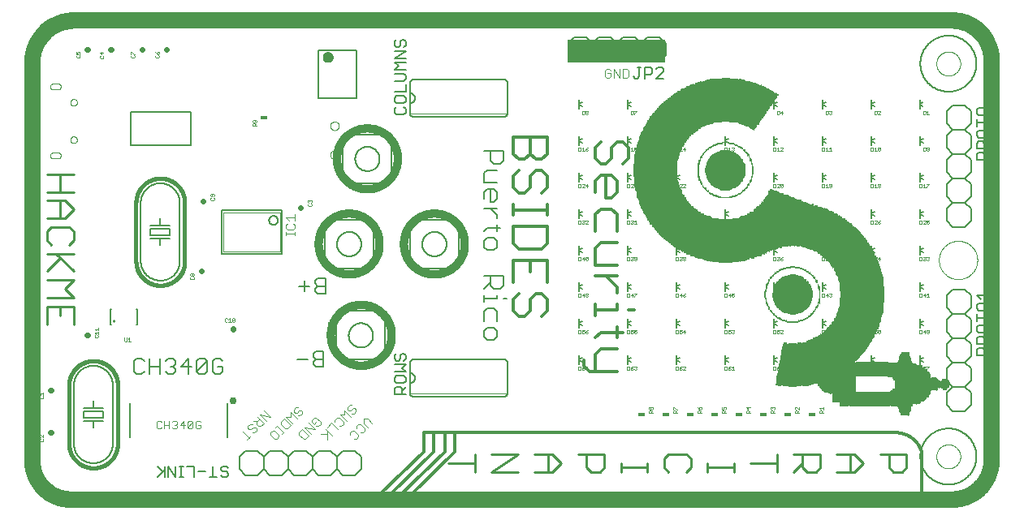
<source format=gto>
G75*
%MOIN*%
%OFA0B0*%
%FSLAX25Y25*%
%IPPOS*%
%LPD*%
%AMOC8*
5,1,8,0,0,1.08239X$1,22.5*
%
%ADD10C,0.00000*%
%ADD11C,0.03200*%
%ADD12C,0.00900*%
%ADD13C,0.01200*%
%ADD14C,0.00300*%
%ADD15R,0.40157X0.09449*%
%ADD16C,0.06600*%
%ADD17C,0.00700*%
%ADD18C,0.00600*%
%ADD19C,0.00800*%
%ADD20C,0.00100*%
%ADD21R,0.03000X0.01800*%
%ADD22C,0.01600*%
%ADD23C,0.02200*%
%ADD24C,0.03000*%
%ADD25C,0.00500*%
%ADD26C,0.00400*%
%ADD27C,0.00200*%
%ADD28C,0.01000*%
%ADD29R,0.00200X0.05200*%
%ADD30R,0.00200X0.12200*%
%ADD31R,0.00200X0.13600*%
%ADD32R,0.00200X0.15200*%
%ADD33R,0.00200X0.16200*%
%ADD34R,0.00200X0.17600*%
%ADD35R,0.00200X0.20600*%
%ADD36R,0.00200X0.21800*%
%ADD37R,0.00200X0.22200*%
%ADD38R,0.00200X0.23600*%
%ADD39R,0.00200X0.24400*%
%ADD40R,0.00200X0.26200*%
%ADD41R,0.00200X0.27800*%
%ADD42R,0.00200X0.28000*%
%ADD43R,0.00200X0.29200*%
%ADD44R,0.00200X0.31200*%
%ADD45R,0.00200X0.31400*%
%ADD46R,0.00200X0.31800*%
%ADD47R,0.00200X0.32600*%
%ADD48R,0.00200X0.33000*%
%ADD49R,0.00200X0.35400*%
%ADD50R,0.00200X0.35800*%
%ADD51R,0.00200X0.36400*%
%ADD52R,0.00200X0.36600*%
%ADD53R,0.00200X0.38200*%
%ADD54R,0.00200X0.39000*%
%ADD55R,0.00200X0.39200*%
%ADD56R,0.00200X0.39600*%
%ADD57R,0.00200X0.41200*%
%ADD58R,0.00200X0.42200*%
%ADD59R,0.00200X0.42600*%
%ADD60R,0.00200X0.42800*%
%ADD61R,0.00200X0.44600*%
%ADD62R,0.00200X0.44800*%
%ADD63R,0.00200X0.45000*%
%ADD64R,0.00200X0.45400*%
%ADD65R,0.00200X0.46800*%
%ADD66R,0.00200X0.47000*%
%ADD67R,0.00200X0.47200*%
%ADD68R,0.00200X0.47600*%
%ADD69R,0.00200X0.48600*%
%ADD70R,0.00200X0.48800*%
%ADD71R,0.00200X0.49400*%
%ADD72R,0.00200X0.49600*%
%ADD73R,0.00200X0.50200*%
%ADD74R,0.00200X0.50800*%
%ADD75R,0.00200X0.51200*%
%ADD76R,0.00200X0.51400*%
%ADD77R,0.00200X0.52200*%
%ADD78R,0.00200X0.52600*%
%ADD79R,0.00200X0.53600*%
%ADD80R,0.00200X0.53800*%
%ADD81R,0.00200X0.54600*%
%ADD82R,0.00200X0.55000*%
%ADD83R,0.00200X0.55200*%
%ADD84R,0.00200X0.55600*%
%ADD85R,0.00200X0.55800*%
%ADD86R,0.00200X0.56400*%
%ADD87R,0.00200X0.56800*%
%ADD88R,0.00200X0.57400*%
%ADD89R,0.00200X0.58000*%
%ADD90R,0.00200X0.58200*%
%ADD91R,0.00200X0.59000*%
%ADD92R,0.00200X0.59600*%
%ADD93R,0.00200X0.59800*%
%ADD94R,0.00200X0.60000*%
%ADD95R,0.00200X0.60200*%
%ADD96R,0.00200X0.61400*%
%ADD97R,0.00200X0.61600*%
%ADD98R,0.00200X0.62200*%
%ADD99R,0.00200X0.62600*%
%ADD100R,0.00200X0.62800*%
%ADD101R,0.00200X0.63200*%
%ADD102R,0.00200X0.63600*%
%ADD103R,0.00200X0.63800*%
%ADD104R,0.00200X0.64200*%
%ADD105R,0.00200X0.28400*%
%ADD106R,0.00200X0.27600*%
%ADD107R,0.00200X0.26800*%
%ADD108R,0.00200X0.26400*%
%ADD109R,0.00200X0.25800*%
%ADD110R,0.00200X0.26000*%
%ADD111R,0.00200X0.25400*%
%ADD112R,0.00200X0.25600*%
%ADD113R,0.00200X0.25200*%
%ADD114R,0.00200X0.25000*%
%ADD115R,0.00200X0.24800*%
%ADD116R,0.00200X0.24600*%
%ADD117R,0.00200X0.24200*%
%ADD118R,0.00200X0.24000*%
%ADD119R,0.00200X0.23400*%
%ADD120R,0.00200X0.22600*%
%ADD121R,0.00200X0.22800*%
%ADD122R,0.00200X0.23000*%
%ADD123R,0.00200X0.22400*%
%ADD124R,0.00200X0.22000*%
%ADD125R,0.00200X0.21600*%
%ADD126R,0.00200X0.21400*%
%ADD127R,0.00200X0.21000*%
%ADD128R,0.00200X0.21200*%
%ADD129R,0.00200X0.20800*%
%ADD130R,0.00200X0.20400*%
%ADD131R,0.00200X0.20200*%
%ADD132R,0.00200X0.20000*%
%ADD133R,0.00200X0.19800*%
%ADD134R,0.00200X0.19600*%
%ADD135R,0.00200X0.02600*%
%ADD136R,0.00200X0.19400*%
%ADD137R,0.00200X0.06200*%
%ADD138R,0.00200X0.06800*%
%ADD139R,0.00200X0.01800*%
%ADD140R,0.00200X0.02000*%
%ADD141R,0.00200X0.01200*%
%ADD142R,0.00200X0.01400*%
%ADD143R,0.00200X0.19200*%
%ADD144R,0.00200X0.19000*%
%ADD145R,0.00200X0.01000*%
%ADD146R,0.00200X0.18800*%
%ADD147R,0.00200X0.18600*%
%ADD148R,0.00200X0.00800*%
%ADD149R,0.00200X0.00600*%
%ADD150R,0.00200X0.03800*%
%ADD151R,0.00200X0.04200*%
%ADD152R,0.00200X0.07600*%
%ADD153R,0.00200X0.07800*%
%ADD154R,0.00200X0.08000*%
%ADD155R,0.00200X0.09200*%
%ADD156R,0.00200X0.10000*%
%ADD157R,0.00200X0.18400*%
%ADD158R,0.00200X0.00400*%
%ADD159R,0.00200X0.10200*%
%ADD160R,0.00200X0.11000*%
%ADD161R,0.00200X0.18200*%
%ADD162R,0.00200X0.11200*%
%ADD163R,0.00200X0.11800*%
%ADD164R,0.00200X0.12400*%
%ADD165R,0.00200X0.12600*%
%ADD166R,0.00200X0.18000*%
%ADD167R,0.00200X0.13000*%
%ADD168R,0.00200X0.13200*%
%ADD169R,0.00200X0.00200*%
%ADD170R,0.00200X0.17800*%
%ADD171R,0.00200X0.13800*%
%ADD172R,0.00200X0.14000*%
%ADD173R,0.00200X0.14200*%
%ADD174R,0.00200X0.14800*%
%ADD175R,0.00200X0.15000*%
%ADD176R,0.00200X0.15400*%
%ADD177R,0.00200X0.15800*%
%ADD178R,0.00200X0.16400*%
%ADD179R,0.00200X0.16600*%
%ADD180R,0.00200X0.16800*%
%ADD181R,0.00200X0.16000*%
%ADD182R,0.00200X0.14600*%
%ADD183R,0.00200X0.14400*%
%ADD184R,0.00200X0.13400*%
%ADD185R,0.00200X0.12000*%
%ADD186R,0.00200X0.11600*%
%ADD187R,0.00200X0.08600*%
%ADD188R,0.00200X0.05600*%
%ADD189R,0.00200X0.05000*%
%ADD190R,0.00200X0.04600*%
%ADD191R,0.00200X0.03200*%
%ADD192R,0.00200X0.17000*%
%ADD193R,0.00200X0.15600*%
%ADD194R,0.00200X0.11400*%
%ADD195R,0.00200X0.02400*%
%ADD196R,0.00200X0.10400*%
%ADD197R,0.00200X0.23200*%
%ADD198R,0.00200X0.02800*%
%ADD199R,0.00200X0.09600*%
%ADD200R,0.00200X0.01600*%
%ADD201R,0.00200X0.09400*%
%ADD202R,0.00200X0.08400*%
%ADD203R,0.00200X0.08200*%
%ADD204R,0.00200X0.06600*%
%ADD205R,0.00200X0.05800*%
%ADD206R,0.00200X0.04000*%
%ADD207R,0.00200X0.03600*%
%ADD208R,0.00200X0.23800*%
%ADD209R,0.00200X0.09000*%
%ADD210R,0.00200X0.10800*%
%ADD211R,0.00200X0.06400*%
%ADD212R,0.00200X0.12800*%
%ADD213R,0.00200X0.17200*%
%ADD214R,0.00200X0.10600*%
%ADD215R,0.00200X0.08800*%
%ADD216R,0.00200X0.07200*%
%ADD217R,0.00200X0.03000*%
%ADD218R,0.00200X0.02200*%
%ADD219R,0.00200X0.27000*%
%ADD220R,0.00200X0.27200*%
%ADD221R,0.00200X0.28200*%
%ADD222R,0.00200X0.29000*%
%ADD223R,0.00200X0.33200*%
%ADD224R,0.00200X0.33400*%
%ADD225R,0.00200X0.34400*%
%ADD226R,0.00200X0.34800*%
%ADD227R,0.00200X0.35600*%
%ADD228R,0.00200X0.36000*%
%ADD229R,0.00200X0.37200*%
%ADD230R,0.00200X0.38400*%
%ADD231R,0.00200X0.39400*%
%ADD232R,0.00200X0.40000*%
%ADD233R,0.00200X0.30600*%
%ADD234R,0.00200X0.44400*%
%ADD235R,0.00200X0.77800*%
%ADD236R,0.00200X0.77400*%
%ADD237R,0.00200X0.77200*%
%ADD238R,0.00200X0.77000*%
%ADD239R,0.00200X0.76400*%
%ADD240R,0.00200X0.76000*%
%ADD241R,0.00200X0.75800*%
%ADD242R,0.00200X0.75600*%
%ADD243R,0.00200X0.75400*%
%ADD244R,0.00200X0.75200*%
%ADD245R,0.00200X0.75000*%
%ADD246R,0.00200X0.74600*%
%ADD247R,0.00200X0.74000*%
%ADD248R,0.00200X0.73600*%
%ADD249R,0.00200X0.54000*%
%ADD250R,0.00200X0.53400*%
%ADD251R,0.00200X0.53200*%
%ADD252R,0.00200X0.52000*%
%ADD253R,0.00200X0.51800*%
%ADD254R,0.00200X0.51000*%
%ADD255R,0.00200X0.50000*%
%ADD256R,0.00200X0.49800*%
%ADD257R,0.00200X0.49000*%
%ADD258R,0.00200X0.47800*%
%ADD259R,0.00200X0.46600*%
%ADD260R,0.00200X0.46400*%
%ADD261R,0.00200X0.45200*%
%ADD262R,0.00200X0.44200*%
%ADD263R,0.00200X0.43000*%
%ADD264R,0.00200X0.41600*%
%ADD265R,0.00200X0.41000*%
%ADD266R,0.00200X0.38800*%
%ADD267R,0.00200X0.37800*%
%ADD268R,0.00200X0.36200*%
%ADD269R,0.00200X0.35200*%
%ADD270R,0.00200X0.33600*%
%ADD271R,0.00200X0.32200*%
%ADD272R,0.00200X0.32000*%
%ADD273R,0.00200X0.30800*%
%ADD274R,0.00200X0.28800*%
%ADD275R,0.00200X0.04800*%
%ADD276R,0.00200X0.06000*%
%ADD277R,0.00200X0.07000*%
%ADD278R,0.00200X0.07400*%
%ADD279R,0.00200X0.05400*%
%ADD280R,0.00200X0.03400*%
%ADD281R,0.00200X0.04400*%
%ADD282C,0.02400*%
D10*
X0020048Y0004300D02*
X0382253Y0004300D01*
X0382634Y0004305D01*
X0383014Y0004318D01*
X0383394Y0004341D01*
X0383773Y0004374D01*
X0384151Y0004415D01*
X0384528Y0004465D01*
X0384904Y0004525D01*
X0385279Y0004593D01*
X0385651Y0004671D01*
X0386022Y0004758D01*
X0386390Y0004853D01*
X0386756Y0004958D01*
X0387119Y0005071D01*
X0387480Y0005193D01*
X0387837Y0005323D01*
X0388191Y0005463D01*
X0388542Y0005610D01*
X0388889Y0005767D01*
X0389232Y0005931D01*
X0389571Y0006104D01*
X0389906Y0006285D01*
X0390237Y0006474D01*
X0390562Y0006671D01*
X0390883Y0006875D01*
X0391199Y0007088D01*
X0391509Y0007308D01*
X0391815Y0007535D01*
X0392114Y0007770D01*
X0392408Y0008012D01*
X0392696Y0008260D01*
X0392978Y0008516D01*
X0393253Y0008779D01*
X0393522Y0009048D01*
X0393785Y0009323D01*
X0394041Y0009605D01*
X0394289Y0009893D01*
X0394531Y0010187D01*
X0394766Y0010486D01*
X0394993Y0010792D01*
X0395213Y0011102D01*
X0395426Y0011418D01*
X0395630Y0011739D01*
X0395827Y0012064D01*
X0396016Y0012395D01*
X0396197Y0012730D01*
X0396370Y0013069D01*
X0396534Y0013412D01*
X0396691Y0013759D01*
X0396838Y0014110D01*
X0396978Y0014464D01*
X0397108Y0014821D01*
X0397230Y0015182D01*
X0397343Y0015545D01*
X0397448Y0015911D01*
X0397543Y0016279D01*
X0397630Y0016650D01*
X0397708Y0017022D01*
X0397776Y0017397D01*
X0397836Y0017773D01*
X0397886Y0018150D01*
X0397927Y0018528D01*
X0397960Y0018907D01*
X0397983Y0019287D01*
X0397996Y0019667D01*
X0398001Y0020048D01*
X0398001Y0185402D01*
X0397996Y0185783D01*
X0397983Y0186163D01*
X0397960Y0186543D01*
X0397927Y0186922D01*
X0397886Y0187300D01*
X0397836Y0187677D01*
X0397776Y0188053D01*
X0397708Y0188428D01*
X0397630Y0188800D01*
X0397543Y0189171D01*
X0397448Y0189539D01*
X0397343Y0189905D01*
X0397230Y0190268D01*
X0397108Y0190629D01*
X0396978Y0190986D01*
X0396838Y0191340D01*
X0396691Y0191691D01*
X0396534Y0192038D01*
X0396370Y0192381D01*
X0396197Y0192720D01*
X0396016Y0193055D01*
X0395827Y0193386D01*
X0395630Y0193711D01*
X0395426Y0194032D01*
X0395213Y0194348D01*
X0394993Y0194658D01*
X0394766Y0194964D01*
X0394531Y0195263D01*
X0394289Y0195557D01*
X0394041Y0195845D01*
X0393785Y0196127D01*
X0393522Y0196402D01*
X0393253Y0196671D01*
X0392978Y0196934D01*
X0392696Y0197190D01*
X0392408Y0197438D01*
X0392114Y0197680D01*
X0391815Y0197915D01*
X0391509Y0198142D01*
X0391199Y0198362D01*
X0390883Y0198575D01*
X0390562Y0198779D01*
X0390237Y0198976D01*
X0389906Y0199165D01*
X0389571Y0199346D01*
X0389232Y0199519D01*
X0388889Y0199683D01*
X0388542Y0199840D01*
X0388191Y0199987D01*
X0387837Y0200127D01*
X0387480Y0200257D01*
X0387119Y0200379D01*
X0386756Y0200492D01*
X0386390Y0200597D01*
X0386022Y0200692D01*
X0385651Y0200779D01*
X0385279Y0200857D01*
X0384904Y0200925D01*
X0384528Y0200985D01*
X0384151Y0201035D01*
X0383773Y0201076D01*
X0383394Y0201109D01*
X0383014Y0201132D01*
X0382634Y0201145D01*
X0382253Y0201150D01*
X0020048Y0201150D01*
X0019662Y0201145D01*
X0019275Y0201131D01*
X0018890Y0201107D01*
X0018504Y0201074D01*
X0018120Y0201032D01*
X0017737Y0200980D01*
X0017356Y0200918D01*
X0016976Y0200847D01*
X0016598Y0200767D01*
X0016222Y0200678D01*
X0015848Y0200580D01*
X0015477Y0200472D01*
X0015108Y0200355D01*
X0014743Y0200229D01*
X0014380Y0200095D01*
X0014022Y0199951D01*
X0013666Y0199799D01*
X0013315Y0199638D01*
X0012968Y0199468D01*
X0012624Y0199290D01*
X0012286Y0199104D01*
X0011952Y0198910D01*
X0011623Y0198707D01*
X0011299Y0198496D01*
X0010980Y0198277D01*
X0010667Y0198051D01*
X0010359Y0197817D01*
X0010058Y0197575D01*
X0009762Y0197327D01*
X0009472Y0197070D01*
X0009189Y0196807D01*
X0008912Y0196538D01*
X0008643Y0196261D01*
X0008380Y0195978D01*
X0008123Y0195688D01*
X0007875Y0195392D01*
X0007633Y0195091D01*
X0007399Y0194783D01*
X0007173Y0194470D01*
X0006954Y0194151D01*
X0006743Y0193827D01*
X0006540Y0193498D01*
X0006346Y0193164D01*
X0006160Y0192826D01*
X0005982Y0192482D01*
X0005812Y0192135D01*
X0005651Y0191784D01*
X0005499Y0191428D01*
X0005355Y0191070D01*
X0005221Y0190707D01*
X0005095Y0190342D01*
X0004978Y0189973D01*
X0004870Y0189602D01*
X0004772Y0189228D01*
X0004683Y0188852D01*
X0004603Y0188474D01*
X0004532Y0188094D01*
X0004470Y0187713D01*
X0004418Y0187330D01*
X0004376Y0186946D01*
X0004343Y0186560D01*
X0004319Y0186175D01*
X0004305Y0185788D01*
X0004300Y0185402D01*
X0004300Y0020048D01*
X0004305Y0019667D01*
X0004318Y0019287D01*
X0004341Y0018907D01*
X0004374Y0018528D01*
X0004415Y0018150D01*
X0004465Y0017773D01*
X0004525Y0017397D01*
X0004593Y0017022D01*
X0004671Y0016650D01*
X0004758Y0016279D01*
X0004853Y0015911D01*
X0004958Y0015545D01*
X0005071Y0015182D01*
X0005193Y0014821D01*
X0005323Y0014464D01*
X0005463Y0014110D01*
X0005610Y0013759D01*
X0005767Y0013412D01*
X0005931Y0013069D01*
X0006104Y0012730D01*
X0006285Y0012395D01*
X0006474Y0012064D01*
X0006671Y0011739D01*
X0006875Y0011418D01*
X0007088Y0011102D01*
X0007308Y0010792D01*
X0007535Y0010486D01*
X0007770Y0010187D01*
X0008012Y0009893D01*
X0008260Y0009605D01*
X0008516Y0009323D01*
X0008779Y0009048D01*
X0009048Y0008779D01*
X0009323Y0008516D01*
X0009605Y0008260D01*
X0009893Y0008012D01*
X0010187Y0007770D01*
X0010486Y0007535D01*
X0010792Y0007308D01*
X0011102Y0007088D01*
X0011418Y0006875D01*
X0011739Y0006671D01*
X0012064Y0006474D01*
X0012395Y0006285D01*
X0012730Y0006104D01*
X0013069Y0005931D01*
X0013412Y0005767D01*
X0013759Y0005610D01*
X0014110Y0005463D01*
X0014464Y0005323D01*
X0014821Y0005193D01*
X0015182Y0005071D01*
X0015545Y0004958D01*
X0015911Y0004853D01*
X0016279Y0004758D01*
X0016650Y0004671D01*
X0017022Y0004593D01*
X0017397Y0004525D01*
X0017773Y0004465D01*
X0018150Y0004415D01*
X0018528Y0004374D01*
X0018907Y0004341D01*
X0019287Y0004318D01*
X0019667Y0004305D01*
X0020048Y0004300D01*
X0014930Y0144457D02*
X0012568Y0144457D01*
X0012502Y0144465D01*
X0012438Y0144477D01*
X0012374Y0144493D01*
X0012311Y0144512D01*
X0012250Y0144536D01*
X0012190Y0144563D01*
X0012132Y0144593D01*
X0012076Y0144627D01*
X0012022Y0144664D01*
X0011970Y0144705D01*
X0011921Y0144749D01*
X0011874Y0144795D01*
X0011831Y0144844D01*
X0011790Y0144896D01*
X0011753Y0144950D01*
X0011719Y0145006D01*
X0011689Y0145064D01*
X0011662Y0145124D01*
X0011638Y0145185D01*
X0011619Y0145248D01*
X0011603Y0145312D01*
X0011591Y0145376D01*
X0011583Y0145442D01*
X0011579Y0145507D01*
X0011579Y0145573D01*
X0011583Y0145638D01*
X0011583Y0145639D02*
X0011579Y0145704D01*
X0011579Y0145770D01*
X0011583Y0145835D01*
X0011591Y0145901D01*
X0011603Y0145965D01*
X0011619Y0146029D01*
X0011638Y0146092D01*
X0011662Y0146153D01*
X0011689Y0146213D01*
X0011719Y0146271D01*
X0011753Y0146327D01*
X0011790Y0146381D01*
X0011831Y0146433D01*
X0011874Y0146482D01*
X0011921Y0146528D01*
X0011970Y0146572D01*
X0012022Y0146613D01*
X0012076Y0146650D01*
X0012132Y0146684D01*
X0012190Y0146714D01*
X0012250Y0146741D01*
X0012311Y0146765D01*
X0012374Y0146784D01*
X0012438Y0146800D01*
X0012502Y0146812D01*
X0012568Y0146820D01*
X0014930Y0146820D01*
X0014929Y0146820D02*
X0014992Y0146812D01*
X0015054Y0146801D01*
X0015116Y0146786D01*
X0015176Y0146768D01*
X0015236Y0146746D01*
X0015294Y0146721D01*
X0015350Y0146692D01*
X0015405Y0146660D01*
X0015457Y0146625D01*
X0015508Y0146587D01*
X0015556Y0146547D01*
X0015602Y0146503D01*
X0015645Y0146457D01*
X0015686Y0146408D01*
X0015724Y0146357D01*
X0015758Y0146305D01*
X0015790Y0146250D01*
X0015818Y0146193D01*
X0015843Y0146135D01*
X0015864Y0146075D01*
X0015882Y0146015D01*
X0015896Y0145953D01*
X0015907Y0145891D01*
X0015914Y0145828D01*
X0015918Y0145765D01*
X0015917Y0145702D01*
X0015914Y0145639D01*
X0015914Y0145638D02*
X0015917Y0145575D01*
X0015918Y0145512D01*
X0015914Y0145449D01*
X0015907Y0145386D01*
X0015896Y0145324D01*
X0015882Y0145262D01*
X0015864Y0145202D01*
X0015843Y0145142D01*
X0015818Y0145084D01*
X0015790Y0145027D01*
X0015758Y0144972D01*
X0015724Y0144920D01*
X0015686Y0144869D01*
X0015645Y0144820D01*
X0015602Y0144774D01*
X0015556Y0144730D01*
X0015508Y0144690D01*
X0015457Y0144652D01*
X0015405Y0144617D01*
X0015350Y0144585D01*
X0015294Y0144556D01*
X0015236Y0144531D01*
X0015176Y0144509D01*
X0015116Y0144491D01*
X0015054Y0144476D01*
X0014992Y0144465D01*
X0014929Y0144457D01*
X0019851Y0152135D02*
X0019853Y0152209D01*
X0019859Y0152283D01*
X0019869Y0152356D01*
X0019883Y0152429D01*
X0019900Y0152501D01*
X0019922Y0152571D01*
X0019947Y0152641D01*
X0019976Y0152709D01*
X0020009Y0152775D01*
X0020045Y0152840D01*
X0020085Y0152902D01*
X0020127Y0152963D01*
X0020173Y0153021D01*
X0020222Y0153076D01*
X0020274Y0153129D01*
X0020329Y0153179D01*
X0020386Y0153225D01*
X0020446Y0153269D01*
X0020508Y0153309D01*
X0020572Y0153346D01*
X0020638Y0153380D01*
X0020706Y0153410D01*
X0020775Y0153436D01*
X0020846Y0153459D01*
X0020917Y0153477D01*
X0020990Y0153492D01*
X0021063Y0153503D01*
X0021137Y0153510D01*
X0021211Y0153513D01*
X0021284Y0153512D01*
X0021358Y0153507D01*
X0021432Y0153498D01*
X0021505Y0153485D01*
X0021577Y0153468D01*
X0021648Y0153448D01*
X0021718Y0153423D01*
X0021786Y0153395D01*
X0021853Y0153364D01*
X0021918Y0153328D01*
X0021981Y0153290D01*
X0022042Y0153248D01*
X0022101Y0153202D01*
X0022157Y0153154D01*
X0022210Y0153103D01*
X0022260Y0153049D01*
X0022308Y0152992D01*
X0022352Y0152933D01*
X0022394Y0152871D01*
X0022432Y0152808D01*
X0022466Y0152742D01*
X0022497Y0152675D01*
X0022524Y0152606D01*
X0022547Y0152536D01*
X0022567Y0152465D01*
X0022583Y0152392D01*
X0022595Y0152319D01*
X0022603Y0152246D01*
X0022607Y0152172D01*
X0022607Y0152098D01*
X0022603Y0152024D01*
X0022595Y0151951D01*
X0022583Y0151878D01*
X0022567Y0151805D01*
X0022547Y0151734D01*
X0022524Y0151664D01*
X0022497Y0151595D01*
X0022466Y0151528D01*
X0022432Y0151462D01*
X0022394Y0151399D01*
X0022352Y0151337D01*
X0022308Y0151278D01*
X0022260Y0151221D01*
X0022210Y0151167D01*
X0022157Y0151116D01*
X0022101Y0151068D01*
X0022042Y0151022D01*
X0021981Y0150980D01*
X0021918Y0150942D01*
X0021853Y0150906D01*
X0021786Y0150875D01*
X0021718Y0150847D01*
X0021648Y0150822D01*
X0021577Y0150802D01*
X0021505Y0150785D01*
X0021432Y0150772D01*
X0021358Y0150763D01*
X0021284Y0150758D01*
X0021211Y0150757D01*
X0021137Y0150760D01*
X0021063Y0150767D01*
X0020990Y0150778D01*
X0020917Y0150793D01*
X0020846Y0150811D01*
X0020775Y0150834D01*
X0020706Y0150860D01*
X0020638Y0150890D01*
X0020572Y0150924D01*
X0020508Y0150961D01*
X0020446Y0151001D01*
X0020386Y0151045D01*
X0020329Y0151091D01*
X0020274Y0151141D01*
X0020222Y0151194D01*
X0020173Y0151249D01*
X0020127Y0151307D01*
X0020085Y0151368D01*
X0020045Y0151430D01*
X0020009Y0151495D01*
X0019976Y0151561D01*
X0019947Y0151629D01*
X0019922Y0151699D01*
X0019900Y0151769D01*
X0019883Y0151841D01*
X0019869Y0151914D01*
X0019859Y0151987D01*
X0019853Y0152061D01*
X0019851Y0152135D01*
X0019851Y0167489D02*
X0019853Y0167563D01*
X0019859Y0167637D01*
X0019869Y0167710D01*
X0019883Y0167783D01*
X0019900Y0167855D01*
X0019922Y0167925D01*
X0019947Y0167995D01*
X0019976Y0168063D01*
X0020009Y0168129D01*
X0020045Y0168194D01*
X0020085Y0168256D01*
X0020127Y0168317D01*
X0020173Y0168375D01*
X0020222Y0168430D01*
X0020274Y0168483D01*
X0020329Y0168533D01*
X0020386Y0168579D01*
X0020446Y0168623D01*
X0020508Y0168663D01*
X0020572Y0168700D01*
X0020638Y0168734D01*
X0020706Y0168764D01*
X0020775Y0168790D01*
X0020846Y0168813D01*
X0020917Y0168831D01*
X0020990Y0168846D01*
X0021063Y0168857D01*
X0021137Y0168864D01*
X0021211Y0168867D01*
X0021284Y0168866D01*
X0021358Y0168861D01*
X0021432Y0168852D01*
X0021505Y0168839D01*
X0021577Y0168822D01*
X0021648Y0168802D01*
X0021718Y0168777D01*
X0021786Y0168749D01*
X0021853Y0168718D01*
X0021918Y0168682D01*
X0021981Y0168644D01*
X0022042Y0168602D01*
X0022101Y0168556D01*
X0022157Y0168508D01*
X0022210Y0168457D01*
X0022260Y0168403D01*
X0022308Y0168346D01*
X0022352Y0168287D01*
X0022394Y0168225D01*
X0022432Y0168162D01*
X0022466Y0168096D01*
X0022497Y0168029D01*
X0022524Y0167960D01*
X0022547Y0167890D01*
X0022567Y0167819D01*
X0022583Y0167746D01*
X0022595Y0167673D01*
X0022603Y0167600D01*
X0022607Y0167526D01*
X0022607Y0167452D01*
X0022603Y0167378D01*
X0022595Y0167305D01*
X0022583Y0167232D01*
X0022567Y0167159D01*
X0022547Y0167088D01*
X0022524Y0167018D01*
X0022497Y0166949D01*
X0022466Y0166882D01*
X0022432Y0166816D01*
X0022394Y0166753D01*
X0022352Y0166691D01*
X0022308Y0166632D01*
X0022260Y0166575D01*
X0022210Y0166521D01*
X0022157Y0166470D01*
X0022101Y0166422D01*
X0022042Y0166376D01*
X0021981Y0166334D01*
X0021918Y0166296D01*
X0021853Y0166260D01*
X0021786Y0166229D01*
X0021718Y0166201D01*
X0021648Y0166176D01*
X0021577Y0166156D01*
X0021505Y0166139D01*
X0021432Y0166126D01*
X0021358Y0166117D01*
X0021284Y0166112D01*
X0021211Y0166111D01*
X0021137Y0166114D01*
X0021063Y0166121D01*
X0020990Y0166132D01*
X0020917Y0166147D01*
X0020846Y0166165D01*
X0020775Y0166188D01*
X0020706Y0166214D01*
X0020638Y0166244D01*
X0020572Y0166278D01*
X0020508Y0166315D01*
X0020446Y0166355D01*
X0020386Y0166399D01*
X0020329Y0166445D01*
X0020274Y0166495D01*
X0020222Y0166548D01*
X0020173Y0166603D01*
X0020127Y0166661D01*
X0020085Y0166722D01*
X0020045Y0166784D01*
X0020009Y0166849D01*
X0019976Y0166915D01*
X0019947Y0166983D01*
X0019922Y0167053D01*
X0019900Y0167123D01*
X0019883Y0167195D01*
X0019869Y0167268D01*
X0019859Y0167341D01*
X0019853Y0167415D01*
X0019851Y0167489D01*
X0014930Y0172804D02*
X0012568Y0172804D01*
X0012502Y0172812D01*
X0012438Y0172824D01*
X0012374Y0172840D01*
X0012311Y0172859D01*
X0012250Y0172883D01*
X0012190Y0172910D01*
X0012132Y0172940D01*
X0012076Y0172974D01*
X0012022Y0173011D01*
X0011970Y0173052D01*
X0011921Y0173096D01*
X0011874Y0173142D01*
X0011831Y0173191D01*
X0011790Y0173243D01*
X0011753Y0173297D01*
X0011719Y0173353D01*
X0011689Y0173411D01*
X0011662Y0173471D01*
X0011638Y0173532D01*
X0011619Y0173595D01*
X0011603Y0173659D01*
X0011591Y0173723D01*
X0011583Y0173789D01*
X0011579Y0173854D01*
X0011579Y0173920D01*
X0011583Y0173985D01*
X0011579Y0174050D01*
X0011579Y0174116D01*
X0011583Y0174181D01*
X0011591Y0174247D01*
X0011603Y0174311D01*
X0011619Y0174375D01*
X0011638Y0174438D01*
X0011662Y0174499D01*
X0011689Y0174559D01*
X0011719Y0174617D01*
X0011753Y0174673D01*
X0011790Y0174727D01*
X0011831Y0174779D01*
X0011874Y0174828D01*
X0011921Y0174874D01*
X0011970Y0174918D01*
X0012022Y0174959D01*
X0012076Y0174996D01*
X0012132Y0175030D01*
X0012190Y0175060D01*
X0012250Y0175087D01*
X0012311Y0175111D01*
X0012374Y0175130D01*
X0012438Y0175146D01*
X0012502Y0175158D01*
X0012568Y0175166D01*
X0014930Y0175166D01*
X0014929Y0175166D02*
X0014992Y0175158D01*
X0015054Y0175147D01*
X0015116Y0175132D01*
X0015176Y0175114D01*
X0015236Y0175092D01*
X0015294Y0175067D01*
X0015350Y0175038D01*
X0015405Y0175006D01*
X0015457Y0174971D01*
X0015508Y0174933D01*
X0015556Y0174893D01*
X0015602Y0174849D01*
X0015645Y0174803D01*
X0015686Y0174754D01*
X0015724Y0174703D01*
X0015758Y0174651D01*
X0015790Y0174596D01*
X0015818Y0174539D01*
X0015843Y0174481D01*
X0015864Y0174421D01*
X0015882Y0174361D01*
X0015896Y0174299D01*
X0015907Y0174237D01*
X0015914Y0174174D01*
X0015918Y0174111D01*
X0015917Y0174048D01*
X0015914Y0173985D01*
X0015917Y0173922D01*
X0015918Y0173859D01*
X0015914Y0173796D01*
X0015907Y0173733D01*
X0015896Y0173671D01*
X0015882Y0173609D01*
X0015864Y0173549D01*
X0015843Y0173489D01*
X0015818Y0173431D01*
X0015790Y0173374D01*
X0015758Y0173319D01*
X0015724Y0173267D01*
X0015686Y0173216D01*
X0015645Y0173167D01*
X0015602Y0173121D01*
X0015556Y0173077D01*
X0015508Y0173037D01*
X0015457Y0172999D01*
X0015405Y0172964D01*
X0015350Y0172932D01*
X0015294Y0172903D01*
X0015236Y0172878D01*
X0015176Y0172856D01*
X0015116Y0172838D01*
X0015054Y0172823D01*
X0014992Y0172812D01*
X0014929Y0172804D01*
X0126544Y0157843D02*
X0126546Y0157927D01*
X0126552Y0158010D01*
X0126562Y0158093D01*
X0126576Y0158176D01*
X0126593Y0158258D01*
X0126615Y0158339D01*
X0126640Y0158418D01*
X0126669Y0158497D01*
X0126702Y0158574D01*
X0126738Y0158649D01*
X0126778Y0158723D01*
X0126821Y0158795D01*
X0126868Y0158864D01*
X0126918Y0158931D01*
X0126971Y0158996D01*
X0127027Y0159058D01*
X0127085Y0159118D01*
X0127147Y0159175D01*
X0127211Y0159228D01*
X0127278Y0159279D01*
X0127347Y0159326D01*
X0127418Y0159371D01*
X0127491Y0159411D01*
X0127566Y0159448D01*
X0127643Y0159482D01*
X0127721Y0159512D01*
X0127800Y0159538D01*
X0127881Y0159561D01*
X0127963Y0159579D01*
X0128045Y0159594D01*
X0128128Y0159605D01*
X0128211Y0159612D01*
X0128295Y0159615D01*
X0128379Y0159614D01*
X0128462Y0159609D01*
X0128546Y0159600D01*
X0128628Y0159587D01*
X0128710Y0159571D01*
X0128791Y0159550D01*
X0128872Y0159526D01*
X0128950Y0159498D01*
X0129028Y0159466D01*
X0129104Y0159430D01*
X0129178Y0159391D01*
X0129250Y0159349D01*
X0129320Y0159303D01*
X0129388Y0159254D01*
X0129453Y0159202D01*
X0129516Y0159147D01*
X0129576Y0159089D01*
X0129634Y0159028D01*
X0129688Y0158964D01*
X0129740Y0158898D01*
X0129788Y0158830D01*
X0129833Y0158759D01*
X0129874Y0158686D01*
X0129913Y0158612D01*
X0129947Y0158536D01*
X0129978Y0158458D01*
X0130005Y0158379D01*
X0130029Y0158298D01*
X0130048Y0158217D01*
X0130064Y0158135D01*
X0130076Y0158052D01*
X0130084Y0157968D01*
X0130088Y0157885D01*
X0130088Y0157801D01*
X0130084Y0157718D01*
X0130076Y0157634D01*
X0130064Y0157551D01*
X0130048Y0157469D01*
X0130029Y0157388D01*
X0130005Y0157307D01*
X0129978Y0157228D01*
X0129947Y0157150D01*
X0129913Y0157074D01*
X0129874Y0157000D01*
X0129833Y0156927D01*
X0129788Y0156856D01*
X0129740Y0156788D01*
X0129688Y0156722D01*
X0129634Y0156658D01*
X0129576Y0156597D01*
X0129516Y0156539D01*
X0129453Y0156484D01*
X0129388Y0156432D01*
X0129320Y0156383D01*
X0129250Y0156337D01*
X0129178Y0156295D01*
X0129104Y0156256D01*
X0129028Y0156220D01*
X0128950Y0156188D01*
X0128872Y0156160D01*
X0128791Y0156136D01*
X0128710Y0156115D01*
X0128628Y0156099D01*
X0128546Y0156086D01*
X0128462Y0156077D01*
X0128379Y0156072D01*
X0128295Y0156071D01*
X0128211Y0156074D01*
X0128128Y0156081D01*
X0128045Y0156092D01*
X0127963Y0156107D01*
X0127881Y0156125D01*
X0127800Y0156148D01*
X0127721Y0156174D01*
X0127643Y0156204D01*
X0127566Y0156238D01*
X0127491Y0156275D01*
X0127418Y0156315D01*
X0127347Y0156360D01*
X0127278Y0156407D01*
X0127211Y0156458D01*
X0127147Y0156511D01*
X0127085Y0156568D01*
X0127027Y0156628D01*
X0126971Y0156690D01*
X0126918Y0156755D01*
X0126868Y0156822D01*
X0126821Y0156891D01*
X0126778Y0156963D01*
X0126738Y0157037D01*
X0126702Y0157112D01*
X0126669Y0157189D01*
X0126640Y0157268D01*
X0126615Y0157347D01*
X0126593Y0157428D01*
X0126576Y0157510D01*
X0126562Y0157593D01*
X0126552Y0157676D01*
X0126546Y0157759D01*
X0126544Y0157843D01*
X0126544Y0146032D02*
X0126546Y0146116D01*
X0126552Y0146199D01*
X0126562Y0146282D01*
X0126576Y0146365D01*
X0126593Y0146447D01*
X0126615Y0146528D01*
X0126640Y0146607D01*
X0126669Y0146686D01*
X0126702Y0146763D01*
X0126738Y0146838D01*
X0126778Y0146912D01*
X0126821Y0146984D01*
X0126868Y0147053D01*
X0126918Y0147120D01*
X0126971Y0147185D01*
X0127027Y0147247D01*
X0127085Y0147307D01*
X0127147Y0147364D01*
X0127211Y0147417D01*
X0127278Y0147468D01*
X0127347Y0147515D01*
X0127418Y0147560D01*
X0127491Y0147600D01*
X0127566Y0147637D01*
X0127643Y0147671D01*
X0127721Y0147701D01*
X0127800Y0147727D01*
X0127881Y0147750D01*
X0127963Y0147768D01*
X0128045Y0147783D01*
X0128128Y0147794D01*
X0128211Y0147801D01*
X0128295Y0147804D01*
X0128379Y0147803D01*
X0128462Y0147798D01*
X0128546Y0147789D01*
X0128628Y0147776D01*
X0128710Y0147760D01*
X0128791Y0147739D01*
X0128872Y0147715D01*
X0128950Y0147687D01*
X0129028Y0147655D01*
X0129104Y0147619D01*
X0129178Y0147580D01*
X0129250Y0147538D01*
X0129320Y0147492D01*
X0129388Y0147443D01*
X0129453Y0147391D01*
X0129516Y0147336D01*
X0129576Y0147278D01*
X0129634Y0147217D01*
X0129688Y0147153D01*
X0129740Y0147087D01*
X0129788Y0147019D01*
X0129833Y0146948D01*
X0129874Y0146875D01*
X0129913Y0146801D01*
X0129947Y0146725D01*
X0129978Y0146647D01*
X0130005Y0146568D01*
X0130029Y0146487D01*
X0130048Y0146406D01*
X0130064Y0146324D01*
X0130076Y0146241D01*
X0130084Y0146157D01*
X0130088Y0146074D01*
X0130088Y0145990D01*
X0130084Y0145907D01*
X0130076Y0145823D01*
X0130064Y0145740D01*
X0130048Y0145658D01*
X0130029Y0145577D01*
X0130005Y0145496D01*
X0129978Y0145417D01*
X0129947Y0145339D01*
X0129913Y0145263D01*
X0129874Y0145189D01*
X0129833Y0145116D01*
X0129788Y0145045D01*
X0129740Y0144977D01*
X0129688Y0144911D01*
X0129634Y0144847D01*
X0129576Y0144786D01*
X0129516Y0144728D01*
X0129453Y0144673D01*
X0129388Y0144621D01*
X0129320Y0144572D01*
X0129250Y0144526D01*
X0129178Y0144484D01*
X0129104Y0144445D01*
X0129028Y0144409D01*
X0128950Y0144377D01*
X0128872Y0144349D01*
X0128791Y0144325D01*
X0128710Y0144304D01*
X0128628Y0144288D01*
X0128546Y0144275D01*
X0128462Y0144266D01*
X0128379Y0144261D01*
X0128295Y0144260D01*
X0128211Y0144263D01*
X0128128Y0144270D01*
X0128045Y0144281D01*
X0127963Y0144296D01*
X0127881Y0144314D01*
X0127800Y0144337D01*
X0127721Y0144363D01*
X0127643Y0144393D01*
X0127566Y0144427D01*
X0127491Y0144464D01*
X0127418Y0144504D01*
X0127347Y0144549D01*
X0127278Y0144596D01*
X0127211Y0144647D01*
X0127147Y0144700D01*
X0127085Y0144757D01*
X0127027Y0144817D01*
X0126971Y0144879D01*
X0126918Y0144944D01*
X0126868Y0145011D01*
X0126821Y0145080D01*
X0126778Y0145152D01*
X0126738Y0145226D01*
X0126702Y0145301D01*
X0126669Y0145378D01*
X0126640Y0145457D01*
X0126615Y0145536D01*
X0126593Y0145617D01*
X0126576Y0145699D01*
X0126562Y0145782D01*
X0126552Y0145865D01*
X0126546Y0145948D01*
X0126544Y0146032D01*
X0375363Y0183434D02*
X0375365Y0183574D01*
X0375371Y0183714D01*
X0375381Y0183853D01*
X0375395Y0183992D01*
X0375413Y0184131D01*
X0375434Y0184269D01*
X0375460Y0184407D01*
X0375490Y0184544D01*
X0375523Y0184679D01*
X0375561Y0184814D01*
X0375602Y0184948D01*
X0375647Y0185081D01*
X0375695Y0185212D01*
X0375748Y0185341D01*
X0375804Y0185470D01*
X0375863Y0185596D01*
X0375927Y0185721D01*
X0375993Y0185844D01*
X0376064Y0185965D01*
X0376137Y0186084D01*
X0376214Y0186201D01*
X0376295Y0186315D01*
X0376378Y0186427D01*
X0376465Y0186537D01*
X0376555Y0186645D01*
X0376647Y0186749D01*
X0376743Y0186851D01*
X0376842Y0186951D01*
X0376943Y0187047D01*
X0377047Y0187141D01*
X0377154Y0187231D01*
X0377263Y0187318D01*
X0377375Y0187403D01*
X0377489Y0187484D01*
X0377605Y0187562D01*
X0377723Y0187636D01*
X0377844Y0187707D01*
X0377966Y0187775D01*
X0378091Y0187839D01*
X0378217Y0187900D01*
X0378344Y0187957D01*
X0378474Y0188010D01*
X0378605Y0188060D01*
X0378737Y0188105D01*
X0378870Y0188148D01*
X0379005Y0188186D01*
X0379140Y0188220D01*
X0379277Y0188251D01*
X0379414Y0188278D01*
X0379552Y0188300D01*
X0379691Y0188319D01*
X0379830Y0188334D01*
X0379969Y0188345D01*
X0380109Y0188352D01*
X0380249Y0188355D01*
X0380389Y0188354D01*
X0380529Y0188349D01*
X0380668Y0188340D01*
X0380808Y0188327D01*
X0380947Y0188310D01*
X0381085Y0188289D01*
X0381223Y0188265D01*
X0381360Y0188236D01*
X0381496Y0188204D01*
X0381631Y0188167D01*
X0381765Y0188127D01*
X0381898Y0188083D01*
X0382029Y0188035D01*
X0382159Y0187984D01*
X0382288Y0187929D01*
X0382415Y0187870D01*
X0382540Y0187807D01*
X0382663Y0187742D01*
X0382785Y0187672D01*
X0382904Y0187599D01*
X0383022Y0187523D01*
X0383137Y0187444D01*
X0383250Y0187361D01*
X0383360Y0187275D01*
X0383468Y0187186D01*
X0383573Y0187094D01*
X0383676Y0186999D01*
X0383776Y0186901D01*
X0383873Y0186801D01*
X0383967Y0186697D01*
X0384059Y0186591D01*
X0384147Y0186483D01*
X0384232Y0186372D01*
X0384314Y0186258D01*
X0384393Y0186142D01*
X0384468Y0186025D01*
X0384540Y0185905D01*
X0384608Y0185783D01*
X0384673Y0185659D01*
X0384735Y0185533D01*
X0384793Y0185406D01*
X0384847Y0185277D01*
X0384898Y0185146D01*
X0384944Y0185014D01*
X0384987Y0184881D01*
X0385027Y0184747D01*
X0385062Y0184612D01*
X0385094Y0184475D01*
X0385121Y0184338D01*
X0385145Y0184200D01*
X0385165Y0184062D01*
X0385181Y0183923D01*
X0385193Y0183783D01*
X0385201Y0183644D01*
X0385205Y0183504D01*
X0385205Y0183364D01*
X0385201Y0183224D01*
X0385193Y0183085D01*
X0385181Y0182945D01*
X0385165Y0182806D01*
X0385145Y0182668D01*
X0385121Y0182530D01*
X0385094Y0182393D01*
X0385062Y0182256D01*
X0385027Y0182121D01*
X0384987Y0181987D01*
X0384944Y0181854D01*
X0384898Y0181722D01*
X0384847Y0181591D01*
X0384793Y0181462D01*
X0384735Y0181335D01*
X0384673Y0181209D01*
X0384608Y0181085D01*
X0384540Y0180963D01*
X0384468Y0180843D01*
X0384393Y0180726D01*
X0384314Y0180610D01*
X0384232Y0180496D01*
X0384147Y0180385D01*
X0384059Y0180277D01*
X0383967Y0180171D01*
X0383873Y0180067D01*
X0383776Y0179967D01*
X0383676Y0179869D01*
X0383573Y0179774D01*
X0383468Y0179682D01*
X0383360Y0179593D01*
X0383250Y0179507D01*
X0383137Y0179424D01*
X0383022Y0179345D01*
X0382904Y0179269D01*
X0382785Y0179196D01*
X0382663Y0179126D01*
X0382540Y0179061D01*
X0382415Y0178998D01*
X0382288Y0178939D01*
X0382159Y0178884D01*
X0382029Y0178833D01*
X0381898Y0178785D01*
X0381765Y0178741D01*
X0381631Y0178701D01*
X0381496Y0178664D01*
X0381360Y0178632D01*
X0381223Y0178603D01*
X0381085Y0178579D01*
X0380947Y0178558D01*
X0380808Y0178541D01*
X0380668Y0178528D01*
X0380529Y0178519D01*
X0380389Y0178514D01*
X0380249Y0178513D01*
X0380109Y0178516D01*
X0379969Y0178523D01*
X0379830Y0178534D01*
X0379691Y0178549D01*
X0379552Y0178568D01*
X0379414Y0178590D01*
X0379277Y0178617D01*
X0379140Y0178648D01*
X0379005Y0178682D01*
X0378870Y0178720D01*
X0378737Y0178763D01*
X0378605Y0178808D01*
X0378474Y0178858D01*
X0378344Y0178911D01*
X0378217Y0178968D01*
X0378091Y0179029D01*
X0377966Y0179093D01*
X0377844Y0179161D01*
X0377723Y0179232D01*
X0377605Y0179306D01*
X0377489Y0179384D01*
X0377375Y0179465D01*
X0377263Y0179550D01*
X0377154Y0179637D01*
X0377047Y0179727D01*
X0376943Y0179821D01*
X0376842Y0179917D01*
X0376743Y0180017D01*
X0376647Y0180119D01*
X0376555Y0180223D01*
X0376465Y0180331D01*
X0376378Y0180441D01*
X0376295Y0180553D01*
X0376214Y0180667D01*
X0376137Y0180784D01*
X0376064Y0180903D01*
X0375993Y0181024D01*
X0375927Y0181147D01*
X0375863Y0181272D01*
X0375804Y0181398D01*
X0375748Y0181527D01*
X0375695Y0181656D01*
X0375647Y0181787D01*
X0375602Y0181920D01*
X0375561Y0182054D01*
X0375523Y0182189D01*
X0375490Y0182324D01*
X0375460Y0182461D01*
X0375434Y0182599D01*
X0375413Y0182737D01*
X0375395Y0182876D01*
X0375381Y0183015D01*
X0375371Y0183154D01*
X0375365Y0183294D01*
X0375363Y0183434D01*
X0376426Y0102725D02*
X0376428Y0102918D01*
X0376435Y0103111D01*
X0376447Y0103304D01*
X0376464Y0103497D01*
X0376485Y0103689D01*
X0376511Y0103880D01*
X0376542Y0104071D01*
X0376577Y0104261D01*
X0376617Y0104450D01*
X0376662Y0104638D01*
X0376711Y0104825D01*
X0376765Y0105011D01*
X0376823Y0105195D01*
X0376886Y0105378D01*
X0376954Y0105559D01*
X0377025Y0105738D01*
X0377102Y0105916D01*
X0377182Y0106092D01*
X0377267Y0106265D01*
X0377356Y0106437D01*
X0377449Y0106606D01*
X0377546Y0106773D01*
X0377648Y0106938D01*
X0377753Y0107100D01*
X0377862Y0107259D01*
X0377976Y0107416D01*
X0378093Y0107569D01*
X0378213Y0107720D01*
X0378338Y0107868D01*
X0378466Y0108013D01*
X0378597Y0108154D01*
X0378732Y0108293D01*
X0378871Y0108428D01*
X0379012Y0108559D01*
X0379157Y0108687D01*
X0379305Y0108812D01*
X0379456Y0108932D01*
X0379609Y0109049D01*
X0379766Y0109163D01*
X0379925Y0109272D01*
X0380087Y0109377D01*
X0380252Y0109479D01*
X0380419Y0109576D01*
X0380588Y0109669D01*
X0380760Y0109758D01*
X0380933Y0109843D01*
X0381109Y0109923D01*
X0381287Y0110000D01*
X0381466Y0110071D01*
X0381647Y0110139D01*
X0381830Y0110202D01*
X0382014Y0110260D01*
X0382200Y0110314D01*
X0382387Y0110363D01*
X0382575Y0110408D01*
X0382764Y0110448D01*
X0382954Y0110483D01*
X0383145Y0110514D01*
X0383336Y0110540D01*
X0383528Y0110561D01*
X0383721Y0110578D01*
X0383914Y0110590D01*
X0384107Y0110597D01*
X0384300Y0110599D01*
X0384493Y0110597D01*
X0384686Y0110590D01*
X0384879Y0110578D01*
X0385072Y0110561D01*
X0385264Y0110540D01*
X0385455Y0110514D01*
X0385646Y0110483D01*
X0385836Y0110448D01*
X0386025Y0110408D01*
X0386213Y0110363D01*
X0386400Y0110314D01*
X0386586Y0110260D01*
X0386770Y0110202D01*
X0386953Y0110139D01*
X0387134Y0110071D01*
X0387313Y0110000D01*
X0387491Y0109923D01*
X0387667Y0109843D01*
X0387840Y0109758D01*
X0388012Y0109669D01*
X0388181Y0109576D01*
X0388348Y0109479D01*
X0388513Y0109377D01*
X0388675Y0109272D01*
X0388834Y0109163D01*
X0388991Y0109049D01*
X0389144Y0108932D01*
X0389295Y0108812D01*
X0389443Y0108687D01*
X0389588Y0108559D01*
X0389729Y0108428D01*
X0389868Y0108293D01*
X0390003Y0108154D01*
X0390134Y0108013D01*
X0390262Y0107868D01*
X0390387Y0107720D01*
X0390507Y0107569D01*
X0390624Y0107416D01*
X0390738Y0107259D01*
X0390847Y0107100D01*
X0390952Y0106938D01*
X0391054Y0106773D01*
X0391151Y0106606D01*
X0391244Y0106437D01*
X0391333Y0106265D01*
X0391418Y0106092D01*
X0391498Y0105916D01*
X0391575Y0105738D01*
X0391646Y0105559D01*
X0391714Y0105378D01*
X0391777Y0105195D01*
X0391835Y0105011D01*
X0391889Y0104825D01*
X0391938Y0104638D01*
X0391983Y0104450D01*
X0392023Y0104261D01*
X0392058Y0104071D01*
X0392089Y0103880D01*
X0392115Y0103689D01*
X0392136Y0103497D01*
X0392153Y0103304D01*
X0392165Y0103111D01*
X0392172Y0102918D01*
X0392174Y0102725D01*
X0392172Y0102532D01*
X0392165Y0102339D01*
X0392153Y0102146D01*
X0392136Y0101953D01*
X0392115Y0101761D01*
X0392089Y0101570D01*
X0392058Y0101379D01*
X0392023Y0101189D01*
X0391983Y0101000D01*
X0391938Y0100812D01*
X0391889Y0100625D01*
X0391835Y0100439D01*
X0391777Y0100255D01*
X0391714Y0100072D01*
X0391646Y0099891D01*
X0391575Y0099712D01*
X0391498Y0099534D01*
X0391418Y0099358D01*
X0391333Y0099185D01*
X0391244Y0099013D01*
X0391151Y0098844D01*
X0391054Y0098677D01*
X0390952Y0098512D01*
X0390847Y0098350D01*
X0390738Y0098191D01*
X0390624Y0098034D01*
X0390507Y0097881D01*
X0390387Y0097730D01*
X0390262Y0097582D01*
X0390134Y0097437D01*
X0390003Y0097296D01*
X0389868Y0097157D01*
X0389729Y0097022D01*
X0389588Y0096891D01*
X0389443Y0096763D01*
X0389295Y0096638D01*
X0389144Y0096518D01*
X0388991Y0096401D01*
X0388834Y0096287D01*
X0388675Y0096178D01*
X0388513Y0096073D01*
X0388348Y0095971D01*
X0388181Y0095874D01*
X0388012Y0095781D01*
X0387840Y0095692D01*
X0387667Y0095607D01*
X0387491Y0095527D01*
X0387313Y0095450D01*
X0387134Y0095379D01*
X0386953Y0095311D01*
X0386770Y0095248D01*
X0386586Y0095190D01*
X0386400Y0095136D01*
X0386213Y0095087D01*
X0386025Y0095042D01*
X0385836Y0095002D01*
X0385646Y0094967D01*
X0385455Y0094936D01*
X0385264Y0094910D01*
X0385072Y0094889D01*
X0384879Y0094872D01*
X0384686Y0094860D01*
X0384493Y0094853D01*
X0384300Y0094851D01*
X0384107Y0094853D01*
X0383914Y0094860D01*
X0383721Y0094872D01*
X0383528Y0094889D01*
X0383336Y0094910D01*
X0383145Y0094936D01*
X0382954Y0094967D01*
X0382764Y0095002D01*
X0382575Y0095042D01*
X0382387Y0095087D01*
X0382200Y0095136D01*
X0382014Y0095190D01*
X0381830Y0095248D01*
X0381647Y0095311D01*
X0381466Y0095379D01*
X0381287Y0095450D01*
X0381109Y0095527D01*
X0380933Y0095607D01*
X0380760Y0095692D01*
X0380588Y0095781D01*
X0380419Y0095874D01*
X0380252Y0095971D01*
X0380087Y0096073D01*
X0379925Y0096178D01*
X0379766Y0096287D01*
X0379609Y0096401D01*
X0379456Y0096518D01*
X0379305Y0096638D01*
X0379157Y0096763D01*
X0379012Y0096891D01*
X0378871Y0097022D01*
X0378732Y0097157D01*
X0378597Y0097296D01*
X0378466Y0097437D01*
X0378338Y0097582D01*
X0378213Y0097730D01*
X0378093Y0097881D01*
X0377976Y0098034D01*
X0377862Y0098191D01*
X0377753Y0098350D01*
X0377648Y0098512D01*
X0377546Y0098677D01*
X0377449Y0098844D01*
X0377356Y0099013D01*
X0377267Y0099185D01*
X0377182Y0099358D01*
X0377102Y0099534D01*
X0377025Y0099712D01*
X0376954Y0099891D01*
X0376886Y0100072D01*
X0376823Y0100255D01*
X0376765Y0100439D01*
X0376711Y0100625D01*
X0376662Y0100812D01*
X0376617Y0101000D01*
X0376577Y0101189D01*
X0376542Y0101379D01*
X0376511Y0101570D01*
X0376485Y0101761D01*
X0376464Y0101953D01*
X0376447Y0102146D01*
X0376435Y0102339D01*
X0376428Y0102532D01*
X0376426Y0102725D01*
X0375363Y0022017D02*
X0375365Y0022157D01*
X0375371Y0022297D01*
X0375381Y0022436D01*
X0375395Y0022575D01*
X0375413Y0022714D01*
X0375434Y0022852D01*
X0375460Y0022990D01*
X0375490Y0023127D01*
X0375523Y0023262D01*
X0375561Y0023397D01*
X0375602Y0023531D01*
X0375647Y0023664D01*
X0375695Y0023795D01*
X0375748Y0023924D01*
X0375804Y0024053D01*
X0375863Y0024179D01*
X0375927Y0024304D01*
X0375993Y0024427D01*
X0376064Y0024548D01*
X0376137Y0024667D01*
X0376214Y0024784D01*
X0376295Y0024898D01*
X0376378Y0025010D01*
X0376465Y0025120D01*
X0376555Y0025228D01*
X0376647Y0025332D01*
X0376743Y0025434D01*
X0376842Y0025534D01*
X0376943Y0025630D01*
X0377047Y0025724D01*
X0377154Y0025814D01*
X0377263Y0025901D01*
X0377375Y0025986D01*
X0377489Y0026067D01*
X0377605Y0026145D01*
X0377723Y0026219D01*
X0377844Y0026290D01*
X0377966Y0026358D01*
X0378091Y0026422D01*
X0378217Y0026483D01*
X0378344Y0026540D01*
X0378474Y0026593D01*
X0378605Y0026643D01*
X0378737Y0026688D01*
X0378870Y0026731D01*
X0379005Y0026769D01*
X0379140Y0026803D01*
X0379277Y0026834D01*
X0379414Y0026861D01*
X0379552Y0026883D01*
X0379691Y0026902D01*
X0379830Y0026917D01*
X0379969Y0026928D01*
X0380109Y0026935D01*
X0380249Y0026938D01*
X0380389Y0026937D01*
X0380529Y0026932D01*
X0380668Y0026923D01*
X0380808Y0026910D01*
X0380947Y0026893D01*
X0381085Y0026872D01*
X0381223Y0026848D01*
X0381360Y0026819D01*
X0381496Y0026787D01*
X0381631Y0026750D01*
X0381765Y0026710D01*
X0381898Y0026666D01*
X0382029Y0026618D01*
X0382159Y0026567D01*
X0382288Y0026512D01*
X0382415Y0026453D01*
X0382540Y0026390D01*
X0382663Y0026325D01*
X0382785Y0026255D01*
X0382904Y0026182D01*
X0383022Y0026106D01*
X0383137Y0026027D01*
X0383250Y0025944D01*
X0383360Y0025858D01*
X0383468Y0025769D01*
X0383573Y0025677D01*
X0383676Y0025582D01*
X0383776Y0025484D01*
X0383873Y0025384D01*
X0383967Y0025280D01*
X0384059Y0025174D01*
X0384147Y0025066D01*
X0384232Y0024955D01*
X0384314Y0024841D01*
X0384393Y0024725D01*
X0384468Y0024608D01*
X0384540Y0024488D01*
X0384608Y0024366D01*
X0384673Y0024242D01*
X0384735Y0024116D01*
X0384793Y0023989D01*
X0384847Y0023860D01*
X0384898Y0023729D01*
X0384944Y0023597D01*
X0384987Y0023464D01*
X0385027Y0023330D01*
X0385062Y0023195D01*
X0385094Y0023058D01*
X0385121Y0022921D01*
X0385145Y0022783D01*
X0385165Y0022645D01*
X0385181Y0022506D01*
X0385193Y0022366D01*
X0385201Y0022227D01*
X0385205Y0022087D01*
X0385205Y0021947D01*
X0385201Y0021807D01*
X0385193Y0021668D01*
X0385181Y0021528D01*
X0385165Y0021389D01*
X0385145Y0021251D01*
X0385121Y0021113D01*
X0385094Y0020976D01*
X0385062Y0020839D01*
X0385027Y0020704D01*
X0384987Y0020570D01*
X0384944Y0020437D01*
X0384898Y0020305D01*
X0384847Y0020174D01*
X0384793Y0020045D01*
X0384735Y0019918D01*
X0384673Y0019792D01*
X0384608Y0019668D01*
X0384540Y0019546D01*
X0384468Y0019426D01*
X0384393Y0019309D01*
X0384314Y0019193D01*
X0384232Y0019079D01*
X0384147Y0018968D01*
X0384059Y0018860D01*
X0383967Y0018754D01*
X0383873Y0018650D01*
X0383776Y0018550D01*
X0383676Y0018452D01*
X0383573Y0018357D01*
X0383468Y0018265D01*
X0383360Y0018176D01*
X0383250Y0018090D01*
X0383137Y0018007D01*
X0383022Y0017928D01*
X0382904Y0017852D01*
X0382785Y0017779D01*
X0382663Y0017709D01*
X0382540Y0017644D01*
X0382415Y0017581D01*
X0382288Y0017522D01*
X0382159Y0017467D01*
X0382029Y0017416D01*
X0381898Y0017368D01*
X0381765Y0017324D01*
X0381631Y0017284D01*
X0381496Y0017247D01*
X0381360Y0017215D01*
X0381223Y0017186D01*
X0381085Y0017162D01*
X0380947Y0017141D01*
X0380808Y0017124D01*
X0380668Y0017111D01*
X0380529Y0017102D01*
X0380389Y0017097D01*
X0380249Y0017096D01*
X0380109Y0017099D01*
X0379969Y0017106D01*
X0379830Y0017117D01*
X0379691Y0017132D01*
X0379552Y0017151D01*
X0379414Y0017173D01*
X0379277Y0017200D01*
X0379140Y0017231D01*
X0379005Y0017265D01*
X0378870Y0017303D01*
X0378737Y0017346D01*
X0378605Y0017391D01*
X0378474Y0017441D01*
X0378344Y0017494D01*
X0378217Y0017551D01*
X0378091Y0017612D01*
X0377966Y0017676D01*
X0377844Y0017744D01*
X0377723Y0017815D01*
X0377605Y0017889D01*
X0377489Y0017967D01*
X0377375Y0018048D01*
X0377263Y0018133D01*
X0377154Y0018220D01*
X0377047Y0018310D01*
X0376943Y0018404D01*
X0376842Y0018500D01*
X0376743Y0018600D01*
X0376647Y0018702D01*
X0376555Y0018806D01*
X0376465Y0018914D01*
X0376378Y0019024D01*
X0376295Y0019136D01*
X0376214Y0019250D01*
X0376137Y0019367D01*
X0376064Y0019486D01*
X0375993Y0019607D01*
X0375927Y0019730D01*
X0375863Y0019855D01*
X0375804Y0019981D01*
X0375748Y0020110D01*
X0375695Y0020239D01*
X0375647Y0020370D01*
X0375602Y0020503D01*
X0375561Y0020637D01*
X0375523Y0020772D01*
X0375490Y0020907D01*
X0375460Y0021044D01*
X0375434Y0021182D01*
X0375413Y0021320D01*
X0375395Y0021459D01*
X0375381Y0021598D01*
X0375371Y0021737D01*
X0375365Y0021877D01*
X0375363Y0022017D01*
D11*
X0156800Y0109300D02*
X0156804Y0109607D01*
X0156815Y0109913D01*
X0156834Y0110220D01*
X0156860Y0110525D01*
X0156894Y0110830D01*
X0156935Y0111134D01*
X0156984Y0111437D01*
X0157040Y0111739D01*
X0157104Y0112039D01*
X0157175Y0112337D01*
X0157253Y0112634D01*
X0157338Y0112929D01*
X0157431Y0113221D01*
X0157531Y0113511D01*
X0157638Y0113799D01*
X0157752Y0114084D01*
X0157872Y0114366D01*
X0158000Y0114644D01*
X0158135Y0114920D01*
X0158276Y0115192D01*
X0158424Y0115461D01*
X0158578Y0115726D01*
X0158739Y0115987D01*
X0158907Y0116245D01*
X0159080Y0116498D01*
X0159260Y0116746D01*
X0159446Y0116990D01*
X0159637Y0117230D01*
X0159835Y0117465D01*
X0160038Y0117694D01*
X0160247Y0117919D01*
X0160461Y0118139D01*
X0160681Y0118353D01*
X0160906Y0118562D01*
X0161135Y0118765D01*
X0161370Y0118963D01*
X0161610Y0119154D01*
X0161854Y0119340D01*
X0162102Y0119520D01*
X0162355Y0119693D01*
X0162613Y0119861D01*
X0162874Y0120022D01*
X0163139Y0120176D01*
X0163408Y0120324D01*
X0163680Y0120465D01*
X0163956Y0120600D01*
X0164234Y0120728D01*
X0164516Y0120848D01*
X0164801Y0120962D01*
X0165089Y0121069D01*
X0165379Y0121169D01*
X0165671Y0121262D01*
X0165966Y0121347D01*
X0166263Y0121425D01*
X0166561Y0121496D01*
X0166861Y0121560D01*
X0167163Y0121616D01*
X0167466Y0121665D01*
X0167770Y0121706D01*
X0168075Y0121740D01*
X0168380Y0121766D01*
X0168687Y0121785D01*
X0168993Y0121796D01*
X0169300Y0121800D01*
X0169607Y0121796D01*
X0169913Y0121785D01*
X0170220Y0121766D01*
X0170525Y0121740D01*
X0170830Y0121706D01*
X0171134Y0121665D01*
X0171437Y0121616D01*
X0171739Y0121560D01*
X0172039Y0121496D01*
X0172337Y0121425D01*
X0172634Y0121347D01*
X0172929Y0121262D01*
X0173221Y0121169D01*
X0173511Y0121069D01*
X0173799Y0120962D01*
X0174084Y0120848D01*
X0174366Y0120728D01*
X0174644Y0120600D01*
X0174920Y0120465D01*
X0175192Y0120324D01*
X0175461Y0120176D01*
X0175726Y0120022D01*
X0175987Y0119861D01*
X0176245Y0119693D01*
X0176498Y0119520D01*
X0176746Y0119340D01*
X0176990Y0119154D01*
X0177230Y0118963D01*
X0177465Y0118765D01*
X0177694Y0118562D01*
X0177919Y0118353D01*
X0178139Y0118139D01*
X0178353Y0117919D01*
X0178562Y0117694D01*
X0178765Y0117465D01*
X0178963Y0117230D01*
X0179154Y0116990D01*
X0179340Y0116746D01*
X0179520Y0116498D01*
X0179693Y0116245D01*
X0179861Y0115987D01*
X0180022Y0115726D01*
X0180176Y0115461D01*
X0180324Y0115192D01*
X0180465Y0114920D01*
X0180600Y0114644D01*
X0180728Y0114366D01*
X0180848Y0114084D01*
X0180962Y0113799D01*
X0181069Y0113511D01*
X0181169Y0113221D01*
X0181262Y0112929D01*
X0181347Y0112634D01*
X0181425Y0112337D01*
X0181496Y0112039D01*
X0181560Y0111739D01*
X0181616Y0111437D01*
X0181665Y0111134D01*
X0181706Y0110830D01*
X0181740Y0110525D01*
X0181766Y0110220D01*
X0181785Y0109913D01*
X0181796Y0109607D01*
X0181800Y0109300D01*
X0181796Y0108993D01*
X0181785Y0108687D01*
X0181766Y0108380D01*
X0181740Y0108075D01*
X0181706Y0107770D01*
X0181665Y0107466D01*
X0181616Y0107163D01*
X0181560Y0106861D01*
X0181496Y0106561D01*
X0181425Y0106263D01*
X0181347Y0105966D01*
X0181262Y0105671D01*
X0181169Y0105379D01*
X0181069Y0105089D01*
X0180962Y0104801D01*
X0180848Y0104516D01*
X0180728Y0104234D01*
X0180600Y0103956D01*
X0180465Y0103680D01*
X0180324Y0103408D01*
X0180176Y0103139D01*
X0180022Y0102874D01*
X0179861Y0102613D01*
X0179693Y0102355D01*
X0179520Y0102102D01*
X0179340Y0101854D01*
X0179154Y0101610D01*
X0178963Y0101370D01*
X0178765Y0101135D01*
X0178562Y0100906D01*
X0178353Y0100681D01*
X0178139Y0100461D01*
X0177919Y0100247D01*
X0177694Y0100038D01*
X0177465Y0099835D01*
X0177230Y0099637D01*
X0176990Y0099446D01*
X0176746Y0099260D01*
X0176498Y0099080D01*
X0176245Y0098907D01*
X0175987Y0098739D01*
X0175726Y0098578D01*
X0175461Y0098424D01*
X0175192Y0098276D01*
X0174920Y0098135D01*
X0174644Y0098000D01*
X0174366Y0097872D01*
X0174084Y0097752D01*
X0173799Y0097638D01*
X0173511Y0097531D01*
X0173221Y0097431D01*
X0172929Y0097338D01*
X0172634Y0097253D01*
X0172337Y0097175D01*
X0172039Y0097104D01*
X0171739Y0097040D01*
X0171437Y0096984D01*
X0171134Y0096935D01*
X0170830Y0096894D01*
X0170525Y0096860D01*
X0170220Y0096834D01*
X0169913Y0096815D01*
X0169607Y0096804D01*
X0169300Y0096800D01*
X0168993Y0096804D01*
X0168687Y0096815D01*
X0168380Y0096834D01*
X0168075Y0096860D01*
X0167770Y0096894D01*
X0167466Y0096935D01*
X0167163Y0096984D01*
X0166861Y0097040D01*
X0166561Y0097104D01*
X0166263Y0097175D01*
X0165966Y0097253D01*
X0165671Y0097338D01*
X0165379Y0097431D01*
X0165089Y0097531D01*
X0164801Y0097638D01*
X0164516Y0097752D01*
X0164234Y0097872D01*
X0163956Y0098000D01*
X0163680Y0098135D01*
X0163408Y0098276D01*
X0163139Y0098424D01*
X0162874Y0098578D01*
X0162613Y0098739D01*
X0162355Y0098907D01*
X0162102Y0099080D01*
X0161854Y0099260D01*
X0161610Y0099446D01*
X0161370Y0099637D01*
X0161135Y0099835D01*
X0160906Y0100038D01*
X0160681Y0100247D01*
X0160461Y0100461D01*
X0160247Y0100681D01*
X0160038Y0100906D01*
X0159835Y0101135D01*
X0159637Y0101370D01*
X0159446Y0101610D01*
X0159260Y0101854D01*
X0159080Y0102102D01*
X0158907Y0102355D01*
X0158739Y0102613D01*
X0158578Y0102874D01*
X0158424Y0103139D01*
X0158276Y0103408D01*
X0158135Y0103680D01*
X0158000Y0103956D01*
X0157872Y0104234D01*
X0157752Y0104516D01*
X0157638Y0104801D01*
X0157531Y0105089D01*
X0157431Y0105379D01*
X0157338Y0105671D01*
X0157253Y0105966D01*
X0157175Y0106263D01*
X0157104Y0106561D01*
X0157040Y0106861D01*
X0156984Y0107163D01*
X0156935Y0107466D01*
X0156894Y0107770D01*
X0156860Y0108075D01*
X0156834Y0108380D01*
X0156815Y0108687D01*
X0156804Y0108993D01*
X0156800Y0109300D01*
X0121800Y0109300D02*
X0121804Y0109607D01*
X0121815Y0109913D01*
X0121834Y0110220D01*
X0121860Y0110525D01*
X0121894Y0110830D01*
X0121935Y0111134D01*
X0121984Y0111437D01*
X0122040Y0111739D01*
X0122104Y0112039D01*
X0122175Y0112337D01*
X0122253Y0112634D01*
X0122338Y0112929D01*
X0122431Y0113221D01*
X0122531Y0113511D01*
X0122638Y0113799D01*
X0122752Y0114084D01*
X0122872Y0114366D01*
X0123000Y0114644D01*
X0123135Y0114920D01*
X0123276Y0115192D01*
X0123424Y0115461D01*
X0123578Y0115726D01*
X0123739Y0115987D01*
X0123907Y0116245D01*
X0124080Y0116498D01*
X0124260Y0116746D01*
X0124446Y0116990D01*
X0124637Y0117230D01*
X0124835Y0117465D01*
X0125038Y0117694D01*
X0125247Y0117919D01*
X0125461Y0118139D01*
X0125681Y0118353D01*
X0125906Y0118562D01*
X0126135Y0118765D01*
X0126370Y0118963D01*
X0126610Y0119154D01*
X0126854Y0119340D01*
X0127102Y0119520D01*
X0127355Y0119693D01*
X0127613Y0119861D01*
X0127874Y0120022D01*
X0128139Y0120176D01*
X0128408Y0120324D01*
X0128680Y0120465D01*
X0128956Y0120600D01*
X0129234Y0120728D01*
X0129516Y0120848D01*
X0129801Y0120962D01*
X0130089Y0121069D01*
X0130379Y0121169D01*
X0130671Y0121262D01*
X0130966Y0121347D01*
X0131263Y0121425D01*
X0131561Y0121496D01*
X0131861Y0121560D01*
X0132163Y0121616D01*
X0132466Y0121665D01*
X0132770Y0121706D01*
X0133075Y0121740D01*
X0133380Y0121766D01*
X0133687Y0121785D01*
X0133993Y0121796D01*
X0134300Y0121800D01*
X0134607Y0121796D01*
X0134913Y0121785D01*
X0135220Y0121766D01*
X0135525Y0121740D01*
X0135830Y0121706D01*
X0136134Y0121665D01*
X0136437Y0121616D01*
X0136739Y0121560D01*
X0137039Y0121496D01*
X0137337Y0121425D01*
X0137634Y0121347D01*
X0137929Y0121262D01*
X0138221Y0121169D01*
X0138511Y0121069D01*
X0138799Y0120962D01*
X0139084Y0120848D01*
X0139366Y0120728D01*
X0139644Y0120600D01*
X0139920Y0120465D01*
X0140192Y0120324D01*
X0140461Y0120176D01*
X0140726Y0120022D01*
X0140987Y0119861D01*
X0141245Y0119693D01*
X0141498Y0119520D01*
X0141746Y0119340D01*
X0141990Y0119154D01*
X0142230Y0118963D01*
X0142465Y0118765D01*
X0142694Y0118562D01*
X0142919Y0118353D01*
X0143139Y0118139D01*
X0143353Y0117919D01*
X0143562Y0117694D01*
X0143765Y0117465D01*
X0143963Y0117230D01*
X0144154Y0116990D01*
X0144340Y0116746D01*
X0144520Y0116498D01*
X0144693Y0116245D01*
X0144861Y0115987D01*
X0145022Y0115726D01*
X0145176Y0115461D01*
X0145324Y0115192D01*
X0145465Y0114920D01*
X0145600Y0114644D01*
X0145728Y0114366D01*
X0145848Y0114084D01*
X0145962Y0113799D01*
X0146069Y0113511D01*
X0146169Y0113221D01*
X0146262Y0112929D01*
X0146347Y0112634D01*
X0146425Y0112337D01*
X0146496Y0112039D01*
X0146560Y0111739D01*
X0146616Y0111437D01*
X0146665Y0111134D01*
X0146706Y0110830D01*
X0146740Y0110525D01*
X0146766Y0110220D01*
X0146785Y0109913D01*
X0146796Y0109607D01*
X0146800Y0109300D01*
X0146796Y0108993D01*
X0146785Y0108687D01*
X0146766Y0108380D01*
X0146740Y0108075D01*
X0146706Y0107770D01*
X0146665Y0107466D01*
X0146616Y0107163D01*
X0146560Y0106861D01*
X0146496Y0106561D01*
X0146425Y0106263D01*
X0146347Y0105966D01*
X0146262Y0105671D01*
X0146169Y0105379D01*
X0146069Y0105089D01*
X0145962Y0104801D01*
X0145848Y0104516D01*
X0145728Y0104234D01*
X0145600Y0103956D01*
X0145465Y0103680D01*
X0145324Y0103408D01*
X0145176Y0103139D01*
X0145022Y0102874D01*
X0144861Y0102613D01*
X0144693Y0102355D01*
X0144520Y0102102D01*
X0144340Y0101854D01*
X0144154Y0101610D01*
X0143963Y0101370D01*
X0143765Y0101135D01*
X0143562Y0100906D01*
X0143353Y0100681D01*
X0143139Y0100461D01*
X0142919Y0100247D01*
X0142694Y0100038D01*
X0142465Y0099835D01*
X0142230Y0099637D01*
X0141990Y0099446D01*
X0141746Y0099260D01*
X0141498Y0099080D01*
X0141245Y0098907D01*
X0140987Y0098739D01*
X0140726Y0098578D01*
X0140461Y0098424D01*
X0140192Y0098276D01*
X0139920Y0098135D01*
X0139644Y0098000D01*
X0139366Y0097872D01*
X0139084Y0097752D01*
X0138799Y0097638D01*
X0138511Y0097531D01*
X0138221Y0097431D01*
X0137929Y0097338D01*
X0137634Y0097253D01*
X0137337Y0097175D01*
X0137039Y0097104D01*
X0136739Y0097040D01*
X0136437Y0096984D01*
X0136134Y0096935D01*
X0135830Y0096894D01*
X0135525Y0096860D01*
X0135220Y0096834D01*
X0134913Y0096815D01*
X0134607Y0096804D01*
X0134300Y0096800D01*
X0133993Y0096804D01*
X0133687Y0096815D01*
X0133380Y0096834D01*
X0133075Y0096860D01*
X0132770Y0096894D01*
X0132466Y0096935D01*
X0132163Y0096984D01*
X0131861Y0097040D01*
X0131561Y0097104D01*
X0131263Y0097175D01*
X0130966Y0097253D01*
X0130671Y0097338D01*
X0130379Y0097431D01*
X0130089Y0097531D01*
X0129801Y0097638D01*
X0129516Y0097752D01*
X0129234Y0097872D01*
X0128956Y0098000D01*
X0128680Y0098135D01*
X0128408Y0098276D01*
X0128139Y0098424D01*
X0127874Y0098578D01*
X0127613Y0098739D01*
X0127355Y0098907D01*
X0127102Y0099080D01*
X0126854Y0099260D01*
X0126610Y0099446D01*
X0126370Y0099637D01*
X0126135Y0099835D01*
X0125906Y0100038D01*
X0125681Y0100247D01*
X0125461Y0100461D01*
X0125247Y0100681D01*
X0125038Y0100906D01*
X0124835Y0101135D01*
X0124637Y0101370D01*
X0124446Y0101610D01*
X0124260Y0101854D01*
X0124080Y0102102D01*
X0123907Y0102355D01*
X0123739Y0102613D01*
X0123578Y0102874D01*
X0123424Y0103139D01*
X0123276Y0103408D01*
X0123135Y0103680D01*
X0123000Y0103956D01*
X0122872Y0104234D01*
X0122752Y0104516D01*
X0122638Y0104801D01*
X0122531Y0105089D01*
X0122431Y0105379D01*
X0122338Y0105671D01*
X0122253Y0105966D01*
X0122175Y0106263D01*
X0122104Y0106561D01*
X0122040Y0106861D01*
X0121984Y0107163D01*
X0121935Y0107466D01*
X0121894Y0107770D01*
X0121860Y0108075D01*
X0121834Y0108380D01*
X0121815Y0108687D01*
X0121804Y0108993D01*
X0121800Y0109300D01*
X0129300Y0144300D02*
X0129304Y0144607D01*
X0129315Y0144913D01*
X0129334Y0145220D01*
X0129360Y0145525D01*
X0129394Y0145830D01*
X0129435Y0146134D01*
X0129484Y0146437D01*
X0129540Y0146739D01*
X0129604Y0147039D01*
X0129675Y0147337D01*
X0129753Y0147634D01*
X0129838Y0147929D01*
X0129931Y0148221D01*
X0130031Y0148511D01*
X0130138Y0148799D01*
X0130252Y0149084D01*
X0130372Y0149366D01*
X0130500Y0149644D01*
X0130635Y0149920D01*
X0130776Y0150192D01*
X0130924Y0150461D01*
X0131078Y0150726D01*
X0131239Y0150987D01*
X0131407Y0151245D01*
X0131580Y0151498D01*
X0131760Y0151746D01*
X0131946Y0151990D01*
X0132137Y0152230D01*
X0132335Y0152465D01*
X0132538Y0152694D01*
X0132747Y0152919D01*
X0132961Y0153139D01*
X0133181Y0153353D01*
X0133406Y0153562D01*
X0133635Y0153765D01*
X0133870Y0153963D01*
X0134110Y0154154D01*
X0134354Y0154340D01*
X0134602Y0154520D01*
X0134855Y0154693D01*
X0135113Y0154861D01*
X0135374Y0155022D01*
X0135639Y0155176D01*
X0135908Y0155324D01*
X0136180Y0155465D01*
X0136456Y0155600D01*
X0136734Y0155728D01*
X0137016Y0155848D01*
X0137301Y0155962D01*
X0137589Y0156069D01*
X0137879Y0156169D01*
X0138171Y0156262D01*
X0138466Y0156347D01*
X0138763Y0156425D01*
X0139061Y0156496D01*
X0139361Y0156560D01*
X0139663Y0156616D01*
X0139966Y0156665D01*
X0140270Y0156706D01*
X0140575Y0156740D01*
X0140880Y0156766D01*
X0141187Y0156785D01*
X0141493Y0156796D01*
X0141800Y0156800D01*
X0142107Y0156796D01*
X0142413Y0156785D01*
X0142720Y0156766D01*
X0143025Y0156740D01*
X0143330Y0156706D01*
X0143634Y0156665D01*
X0143937Y0156616D01*
X0144239Y0156560D01*
X0144539Y0156496D01*
X0144837Y0156425D01*
X0145134Y0156347D01*
X0145429Y0156262D01*
X0145721Y0156169D01*
X0146011Y0156069D01*
X0146299Y0155962D01*
X0146584Y0155848D01*
X0146866Y0155728D01*
X0147144Y0155600D01*
X0147420Y0155465D01*
X0147692Y0155324D01*
X0147961Y0155176D01*
X0148226Y0155022D01*
X0148487Y0154861D01*
X0148745Y0154693D01*
X0148998Y0154520D01*
X0149246Y0154340D01*
X0149490Y0154154D01*
X0149730Y0153963D01*
X0149965Y0153765D01*
X0150194Y0153562D01*
X0150419Y0153353D01*
X0150639Y0153139D01*
X0150853Y0152919D01*
X0151062Y0152694D01*
X0151265Y0152465D01*
X0151463Y0152230D01*
X0151654Y0151990D01*
X0151840Y0151746D01*
X0152020Y0151498D01*
X0152193Y0151245D01*
X0152361Y0150987D01*
X0152522Y0150726D01*
X0152676Y0150461D01*
X0152824Y0150192D01*
X0152965Y0149920D01*
X0153100Y0149644D01*
X0153228Y0149366D01*
X0153348Y0149084D01*
X0153462Y0148799D01*
X0153569Y0148511D01*
X0153669Y0148221D01*
X0153762Y0147929D01*
X0153847Y0147634D01*
X0153925Y0147337D01*
X0153996Y0147039D01*
X0154060Y0146739D01*
X0154116Y0146437D01*
X0154165Y0146134D01*
X0154206Y0145830D01*
X0154240Y0145525D01*
X0154266Y0145220D01*
X0154285Y0144913D01*
X0154296Y0144607D01*
X0154300Y0144300D01*
X0154296Y0143993D01*
X0154285Y0143687D01*
X0154266Y0143380D01*
X0154240Y0143075D01*
X0154206Y0142770D01*
X0154165Y0142466D01*
X0154116Y0142163D01*
X0154060Y0141861D01*
X0153996Y0141561D01*
X0153925Y0141263D01*
X0153847Y0140966D01*
X0153762Y0140671D01*
X0153669Y0140379D01*
X0153569Y0140089D01*
X0153462Y0139801D01*
X0153348Y0139516D01*
X0153228Y0139234D01*
X0153100Y0138956D01*
X0152965Y0138680D01*
X0152824Y0138408D01*
X0152676Y0138139D01*
X0152522Y0137874D01*
X0152361Y0137613D01*
X0152193Y0137355D01*
X0152020Y0137102D01*
X0151840Y0136854D01*
X0151654Y0136610D01*
X0151463Y0136370D01*
X0151265Y0136135D01*
X0151062Y0135906D01*
X0150853Y0135681D01*
X0150639Y0135461D01*
X0150419Y0135247D01*
X0150194Y0135038D01*
X0149965Y0134835D01*
X0149730Y0134637D01*
X0149490Y0134446D01*
X0149246Y0134260D01*
X0148998Y0134080D01*
X0148745Y0133907D01*
X0148487Y0133739D01*
X0148226Y0133578D01*
X0147961Y0133424D01*
X0147692Y0133276D01*
X0147420Y0133135D01*
X0147144Y0133000D01*
X0146866Y0132872D01*
X0146584Y0132752D01*
X0146299Y0132638D01*
X0146011Y0132531D01*
X0145721Y0132431D01*
X0145429Y0132338D01*
X0145134Y0132253D01*
X0144837Y0132175D01*
X0144539Y0132104D01*
X0144239Y0132040D01*
X0143937Y0131984D01*
X0143634Y0131935D01*
X0143330Y0131894D01*
X0143025Y0131860D01*
X0142720Y0131834D01*
X0142413Y0131815D01*
X0142107Y0131804D01*
X0141800Y0131800D01*
X0141493Y0131804D01*
X0141187Y0131815D01*
X0140880Y0131834D01*
X0140575Y0131860D01*
X0140270Y0131894D01*
X0139966Y0131935D01*
X0139663Y0131984D01*
X0139361Y0132040D01*
X0139061Y0132104D01*
X0138763Y0132175D01*
X0138466Y0132253D01*
X0138171Y0132338D01*
X0137879Y0132431D01*
X0137589Y0132531D01*
X0137301Y0132638D01*
X0137016Y0132752D01*
X0136734Y0132872D01*
X0136456Y0133000D01*
X0136180Y0133135D01*
X0135908Y0133276D01*
X0135639Y0133424D01*
X0135374Y0133578D01*
X0135113Y0133739D01*
X0134855Y0133907D01*
X0134602Y0134080D01*
X0134354Y0134260D01*
X0134110Y0134446D01*
X0133870Y0134637D01*
X0133635Y0134835D01*
X0133406Y0135038D01*
X0133181Y0135247D01*
X0132961Y0135461D01*
X0132747Y0135681D01*
X0132538Y0135906D01*
X0132335Y0136135D01*
X0132137Y0136370D01*
X0131946Y0136610D01*
X0131760Y0136854D01*
X0131580Y0137102D01*
X0131407Y0137355D01*
X0131239Y0137613D01*
X0131078Y0137874D01*
X0130924Y0138139D01*
X0130776Y0138408D01*
X0130635Y0138680D01*
X0130500Y0138956D01*
X0130372Y0139234D01*
X0130252Y0139516D01*
X0130138Y0139801D01*
X0130031Y0140089D01*
X0129931Y0140379D01*
X0129838Y0140671D01*
X0129753Y0140966D01*
X0129675Y0141263D01*
X0129604Y0141561D01*
X0129540Y0141861D01*
X0129484Y0142163D01*
X0129435Y0142466D01*
X0129394Y0142770D01*
X0129360Y0143075D01*
X0129334Y0143380D01*
X0129315Y0143687D01*
X0129304Y0143993D01*
X0129300Y0144300D01*
X0126800Y0071800D02*
X0126804Y0072107D01*
X0126815Y0072413D01*
X0126834Y0072720D01*
X0126860Y0073025D01*
X0126894Y0073330D01*
X0126935Y0073634D01*
X0126984Y0073937D01*
X0127040Y0074239D01*
X0127104Y0074539D01*
X0127175Y0074837D01*
X0127253Y0075134D01*
X0127338Y0075429D01*
X0127431Y0075721D01*
X0127531Y0076011D01*
X0127638Y0076299D01*
X0127752Y0076584D01*
X0127872Y0076866D01*
X0128000Y0077144D01*
X0128135Y0077420D01*
X0128276Y0077692D01*
X0128424Y0077961D01*
X0128578Y0078226D01*
X0128739Y0078487D01*
X0128907Y0078745D01*
X0129080Y0078998D01*
X0129260Y0079246D01*
X0129446Y0079490D01*
X0129637Y0079730D01*
X0129835Y0079965D01*
X0130038Y0080194D01*
X0130247Y0080419D01*
X0130461Y0080639D01*
X0130681Y0080853D01*
X0130906Y0081062D01*
X0131135Y0081265D01*
X0131370Y0081463D01*
X0131610Y0081654D01*
X0131854Y0081840D01*
X0132102Y0082020D01*
X0132355Y0082193D01*
X0132613Y0082361D01*
X0132874Y0082522D01*
X0133139Y0082676D01*
X0133408Y0082824D01*
X0133680Y0082965D01*
X0133956Y0083100D01*
X0134234Y0083228D01*
X0134516Y0083348D01*
X0134801Y0083462D01*
X0135089Y0083569D01*
X0135379Y0083669D01*
X0135671Y0083762D01*
X0135966Y0083847D01*
X0136263Y0083925D01*
X0136561Y0083996D01*
X0136861Y0084060D01*
X0137163Y0084116D01*
X0137466Y0084165D01*
X0137770Y0084206D01*
X0138075Y0084240D01*
X0138380Y0084266D01*
X0138687Y0084285D01*
X0138993Y0084296D01*
X0139300Y0084300D01*
X0139607Y0084296D01*
X0139913Y0084285D01*
X0140220Y0084266D01*
X0140525Y0084240D01*
X0140830Y0084206D01*
X0141134Y0084165D01*
X0141437Y0084116D01*
X0141739Y0084060D01*
X0142039Y0083996D01*
X0142337Y0083925D01*
X0142634Y0083847D01*
X0142929Y0083762D01*
X0143221Y0083669D01*
X0143511Y0083569D01*
X0143799Y0083462D01*
X0144084Y0083348D01*
X0144366Y0083228D01*
X0144644Y0083100D01*
X0144920Y0082965D01*
X0145192Y0082824D01*
X0145461Y0082676D01*
X0145726Y0082522D01*
X0145987Y0082361D01*
X0146245Y0082193D01*
X0146498Y0082020D01*
X0146746Y0081840D01*
X0146990Y0081654D01*
X0147230Y0081463D01*
X0147465Y0081265D01*
X0147694Y0081062D01*
X0147919Y0080853D01*
X0148139Y0080639D01*
X0148353Y0080419D01*
X0148562Y0080194D01*
X0148765Y0079965D01*
X0148963Y0079730D01*
X0149154Y0079490D01*
X0149340Y0079246D01*
X0149520Y0078998D01*
X0149693Y0078745D01*
X0149861Y0078487D01*
X0150022Y0078226D01*
X0150176Y0077961D01*
X0150324Y0077692D01*
X0150465Y0077420D01*
X0150600Y0077144D01*
X0150728Y0076866D01*
X0150848Y0076584D01*
X0150962Y0076299D01*
X0151069Y0076011D01*
X0151169Y0075721D01*
X0151262Y0075429D01*
X0151347Y0075134D01*
X0151425Y0074837D01*
X0151496Y0074539D01*
X0151560Y0074239D01*
X0151616Y0073937D01*
X0151665Y0073634D01*
X0151706Y0073330D01*
X0151740Y0073025D01*
X0151766Y0072720D01*
X0151785Y0072413D01*
X0151796Y0072107D01*
X0151800Y0071800D01*
X0151796Y0071493D01*
X0151785Y0071187D01*
X0151766Y0070880D01*
X0151740Y0070575D01*
X0151706Y0070270D01*
X0151665Y0069966D01*
X0151616Y0069663D01*
X0151560Y0069361D01*
X0151496Y0069061D01*
X0151425Y0068763D01*
X0151347Y0068466D01*
X0151262Y0068171D01*
X0151169Y0067879D01*
X0151069Y0067589D01*
X0150962Y0067301D01*
X0150848Y0067016D01*
X0150728Y0066734D01*
X0150600Y0066456D01*
X0150465Y0066180D01*
X0150324Y0065908D01*
X0150176Y0065639D01*
X0150022Y0065374D01*
X0149861Y0065113D01*
X0149693Y0064855D01*
X0149520Y0064602D01*
X0149340Y0064354D01*
X0149154Y0064110D01*
X0148963Y0063870D01*
X0148765Y0063635D01*
X0148562Y0063406D01*
X0148353Y0063181D01*
X0148139Y0062961D01*
X0147919Y0062747D01*
X0147694Y0062538D01*
X0147465Y0062335D01*
X0147230Y0062137D01*
X0146990Y0061946D01*
X0146746Y0061760D01*
X0146498Y0061580D01*
X0146245Y0061407D01*
X0145987Y0061239D01*
X0145726Y0061078D01*
X0145461Y0060924D01*
X0145192Y0060776D01*
X0144920Y0060635D01*
X0144644Y0060500D01*
X0144366Y0060372D01*
X0144084Y0060252D01*
X0143799Y0060138D01*
X0143511Y0060031D01*
X0143221Y0059931D01*
X0142929Y0059838D01*
X0142634Y0059753D01*
X0142337Y0059675D01*
X0142039Y0059604D01*
X0141739Y0059540D01*
X0141437Y0059484D01*
X0141134Y0059435D01*
X0140830Y0059394D01*
X0140525Y0059360D01*
X0140220Y0059334D01*
X0139913Y0059315D01*
X0139607Y0059304D01*
X0139300Y0059300D01*
X0138993Y0059304D01*
X0138687Y0059315D01*
X0138380Y0059334D01*
X0138075Y0059360D01*
X0137770Y0059394D01*
X0137466Y0059435D01*
X0137163Y0059484D01*
X0136861Y0059540D01*
X0136561Y0059604D01*
X0136263Y0059675D01*
X0135966Y0059753D01*
X0135671Y0059838D01*
X0135379Y0059931D01*
X0135089Y0060031D01*
X0134801Y0060138D01*
X0134516Y0060252D01*
X0134234Y0060372D01*
X0133956Y0060500D01*
X0133680Y0060635D01*
X0133408Y0060776D01*
X0133139Y0060924D01*
X0132874Y0061078D01*
X0132613Y0061239D01*
X0132355Y0061407D01*
X0132102Y0061580D01*
X0131854Y0061760D01*
X0131610Y0061946D01*
X0131370Y0062137D01*
X0131135Y0062335D01*
X0130906Y0062538D01*
X0130681Y0062747D01*
X0130461Y0062961D01*
X0130247Y0063181D01*
X0130038Y0063406D01*
X0129835Y0063635D01*
X0129637Y0063870D01*
X0129446Y0064110D01*
X0129260Y0064354D01*
X0129080Y0064602D01*
X0128907Y0064855D01*
X0128739Y0065113D01*
X0128578Y0065374D01*
X0128424Y0065639D01*
X0128276Y0065908D01*
X0128135Y0066180D01*
X0128000Y0066456D01*
X0127872Y0066734D01*
X0127752Y0067016D01*
X0127638Y0067301D01*
X0127531Y0067589D01*
X0127431Y0067879D01*
X0127338Y0068171D01*
X0127253Y0068466D01*
X0127175Y0068763D01*
X0127104Y0069061D01*
X0127040Y0069361D01*
X0126984Y0069663D01*
X0126935Y0069966D01*
X0126894Y0070270D01*
X0126860Y0070575D01*
X0126834Y0070880D01*
X0126815Y0071187D01*
X0126804Y0071493D01*
X0126800Y0071800D01*
D12*
X0185942Y0022977D02*
X0185942Y0015697D01*
X0192739Y0015697D02*
X0203659Y0015697D01*
X0210455Y0015697D02*
X0217735Y0015697D01*
X0221376Y0019337D01*
X0217735Y0022977D01*
X0210455Y0022977D01*
X0215915Y0022977D02*
X0215915Y0015697D01*
X0203659Y0022977D02*
X0192739Y0015697D01*
X0185942Y0019337D02*
X0175022Y0019337D01*
X0192739Y0022977D02*
X0203659Y0022977D01*
X0228172Y0022977D02*
X0239092Y0022977D01*
X0239092Y0017517D01*
X0237272Y0015697D01*
X0233632Y0015697D01*
X0231812Y0017517D01*
X0231812Y0022977D01*
X0245888Y0019352D02*
X0245888Y0015712D01*
X0245888Y0017532D02*
X0256809Y0017532D01*
X0256809Y0019352D02*
X0256809Y0015712D01*
X0263605Y0017517D02*
X0265425Y0015697D01*
X0263605Y0017517D02*
X0263605Y0021157D01*
X0265425Y0022977D01*
X0272705Y0022977D01*
X0274525Y0021157D01*
X0274525Y0017517D01*
X0272705Y0015697D01*
X0281321Y0015712D02*
X0281321Y0019352D01*
X0281321Y0017532D02*
X0292242Y0017532D01*
X0292242Y0019352D02*
X0292242Y0015712D01*
X0299038Y0019337D02*
X0309958Y0019337D01*
X0309958Y0022977D02*
X0309958Y0015697D01*
X0316754Y0015697D02*
X0320394Y0019337D01*
X0320394Y0017517D02*
X0320394Y0022977D01*
X0316754Y0022977D02*
X0327675Y0022977D01*
X0327675Y0017517D01*
X0325855Y0015697D01*
X0322215Y0015697D01*
X0320394Y0017517D01*
X0334471Y0015697D02*
X0341751Y0015697D01*
X0345391Y0019337D01*
X0341751Y0022977D01*
X0334471Y0022977D01*
X0339931Y0022977D02*
X0339931Y0015697D01*
X0352187Y0022977D02*
X0363108Y0022977D01*
X0363108Y0017517D01*
X0361288Y0015697D01*
X0357648Y0015697D01*
X0355828Y0017517D01*
X0355828Y0022977D01*
X0021199Y0076332D02*
X0021199Y0083612D01*
X0010279Y0083612D01*
X0010279Y0076332D01*
X0015739Y0079972D02*
X0015739Y0083612D01*
X0021199Y0087208D02*
X0010279Y0087208D01*
X0017559Y0090848D02*
X0021199Y0087208D01*
X0017559Y0090848D02*
X0021199Y0094488D01*
X0010279Y0094488D01*
X0010279Y0098083D02*
X0015739Y0103543D01*
X0013919Y0105363D02*
X0021199Y0098083D01*
X0021199Y0105363D02*
X0010279Y0105363D01*
X0012099Y0108959D02*
X0010279Y0110779D01*
X0010279Y0114419D01*
X0012099Y0116239D01*
X0019379Y0116239D01*
X0021199Y0114419D01*
X0021199Y0110779D01*
X0019379Y0108959D01*
X0017559Y0119834D02*
X0010279Y0119834D01*
X0015739Y0119834D02*
X0015739Y0127114D01*
X0017559Y0127114D02*
X0010279Y0127114D01*
X0010279Y0130709D02*
X0021199Y0130709D01*
X0017559Y0127114D02*
X0021199Y0123474D01*
X0017559Y0119834D01*
X0015739Y0130709D02*
X0015739Y0137990D01*
X0010279Y0137990D02*
X0021199Y0137990D01*
D13*
X0201750Y0137193D02*
X0201750Y0132589D01*
X0204052Y0130287D01*
X0206354Y0130287D01*
X0208656Y0132589D01*
X0208656Y0137193D01*
X0210958Y0139495D01*
X0213260Y0139495D01*
X0215562Y0137193D01*
X0215562Y0132589D01*
X0213260Y0130287D01*
X0215562Y0125683D02*
X0215562Y0121079D01*
X0215562Y0123381D02*
X0201750Y0123381D01*
X0201750Y0125683D02*
X0201750Y0121079D01*
X0201750Y0116475D02*
X0201750Y0109569D01*
X0204052Y0107267D01*
X0213260Y0107267D01*
X0215562Y0109569D01*
X0215562Y0116475D01*
X0201750Y0116475D01*
X0201750Y0102663D02*
X0201750Y0093455D01*
X0204052Y0088851D02*
X0201750Y0086549D01*
X0201750Y0081945D01*
X0204052Y0079643D01*
X0206354Y0079643D01*
X0208656Y0081945D01*
X0208656Y0086549D01*
X0210958Y0088851D01*
X0213260Y0088851D01*
X0215562Y0086549D01*
X0215562Y0081945D01*
X0213260Y0079643D01*
X0235215Y0079977D02*
X0235215Y0084581D01*
X0235215Y0082279D02*
X0244423Y0082279D01*
X0244423Y0084581D01*
X0249027Y0082279D02*
X0251329Y0082279D01*
X0244423Y0075373D02*
X0244423Y0070769D01*
X0246725Y0073071D02*
X0237517Y0073071D01*
X0235215Y0070769D01*
X0237517Y0066165D02*
X0235215Y0063863D01*
X0235215Y0056957D01*
X0232913Y0056957D02*
X0230611Y0059259D01*
X0230611Y0061561D01*
X0232913Y0056957D02*
X0244423Y0056957D01*
X0244423Y0066165D02*
X0237517Y0066165D01*
X0244423Y0089185D02*
X0244423Y0091487D01*
X0239819Y0096091D01*
X0235215Y0096091D02*
X0244423Y0096091D01*
X0244423Y0100695D02*
X0235215Y0100695D01*
X0235215Y0107600D01*
X0237517Y0109902D01*
X0244423Y0109902D01*
X0244423Y0114506D02*
X0244423Y0121412D01*
X0242121Y0123714D01*
X0237517Y0123714D01*
X0235215Y0121412D01*
X0235215Y0114506D01*
X0215562Y0102663D02*
X0201750Y0102663D01*
X0208656Y0102663D02*
X0208656Y0098059D01*
X0215562Y0093455D02*
X0215562Y0102663D01*
X0239819Y0128318D02*
X0239819Y0137526D01*
X0237517Y0137526D02*
X0242121Y0137526D01*
X0244423Y0135224D01*
X0244423Y0130620D01*
X0242121Y0128318D01*
X0239819Y0128318D01*
X0235215Y0130620D02*
X0235215Y0135224D01*
X0237517Y0137526D01*
X0237517Y0142130D02*
X0235215Y0144432D01*
X0235215Y0149036D01*
X0237517Y0151338D01*
X0242121Y0149036D02*
X0242121Y0144432D01*
X0239819Y0142130D01*
X0237517Y0142130D01*
X0246725Y0142130D02*
X0249027Y0144432D01*
X0249027Y0149036D01*
X0246725Y0151338D01*
X0244423Y0151338D01*
X0242121Y0149036D01*
X0215562Y0146400D02*
X0213260Y0144098D01*
X0210958Y0144098D01*
X0208656Y0146400D01*
X0208656Y0153306D01*
X0201750Y0153306D02*
X0201750Y0146400D01*
X0204052Y0144098D01*
X0206354Y0144098D01*
X0208656Y0146400D01*
X0215562Y0146400D02*
X0215562Y0153306D01*
X0201750Y0153306D01*
X0204052Y0139495D02*
X0201750Y0137193D01*
X0177528Y0031617D02*
X0177528Y0023985D01*
X0159812Y0006269D01*
X0155818Y0006713D02*
X0173535Y0023985D01*
X0173535Y0031617D01*
X0169098Y0031617D02*
X0169098Y0023985D01*
X0151381Y0006602D01*
X0147388Y0007046D02*
X0165104Y0023985D01*
X0165104Y0031617D01*
X0165102Y0031800D02*
X0358603Y0031800D01*
X0369300Y0023993D02*
X0369298Y0006814D01*
X0369300Y0023994D02*
X0369214Y0024252D01*
X0369121Y0024508D01*
X0369023Y0024762D01*
X0368918Y0025013D01*
X0368807Y0025262D01*
X0368690Y0025508D01*
X0368568Y0025751D01*
X0368439Y0025991D01*
X0368305Y0026228D01*
X0368164Y0026462D01*
X0368019Y0026692D01*
X0367867Y0026918D01*
X0367711Y0027141D01*
X0367549Y0027360D01*
X0367381Y0027575D01*
X0367209Y0027786D01*
X0367031Y0027992D01*
X0366849Y0028194D01*
X0366662Y0028392D01*
X0366470Y0028585D01*
X0366273Y0028773D01*
X0366072Y0028957D01*
X0365866Y0029136D01*
X0365656Y0029309D01*
X0365442Y0029478D01*
X0365224Y0029641D01*
X0365002Y0029799D01*
X0364777Y0029951D01*
X0364547Y0030098D01*
X0364315Y0030239D01*
X0364078Y0030375D01*
X0363839Y0030505D01*
X0363597Y0030629D01*
X0363351Y0030747D01*
X0363103Y0030859D01*
X0362852Y0030965D01*
X0362599Y0031065D01*
X0362343Y0031159D01*
X0362085Y0031247D01*
X0361825Y0031328D01*
X0361563Y0031403D01*
X0361300Y0031471D01*
X0361035Y0031534D01*
X0360768Y0031589D01*
X0360500Y0031639D01*
X0360231Y0031681D01*
X0359961Y0031718D01*
X0359691Y0031747D01*
X0359419Y0031770D01*
X0359147Y0031787D01*
X0358875Y0031797D01*
X0358603Y0031800D01*
D14*
X0143793Y0035733D02*
X0142047Y0037479D01*
X0140302Y0037479D01*
X0140302Y0035733D01*
X0142047Y0033987D01*
X0140752Y0033565D02*
X0140752Y0032692D01*
X0139879Y0031819D01*
X0139006Y0031819D01*
X0138148Y0030961D02*
X0136402Y0032706D01*
X0135529Y0032706D01*
X0134656Y0031833D01*
X0134656Y0030961D01*
X0136402Y0029215D02*
X0137275Y0029215D01*
X0138148Y0030088D01*
X0138148Y0030961D01*
X0137261Y0033565D02*
X0137261Y0034438D01*
X0138134Y0035311D01*
X0139006Y0035311D01*
X0140752Y0033565D01*
X0133234Y0036592D02*
X0130616Y0039210D01*
X0132361Y0039210D01*
X0132362Y0040956D01*
X0134980Y0038337D01*
X0135402Y0039632D02*
X0136275Y0039632D01*
X0137148Y0040505D01*
X0137148Y0041378D01*
X0136712Y0041815D01*
X0135839Y0041815D01*
X0134966Y0040942D01*
X0134093Y0040942D01*
X0133657Y0041378D01*
X0133657Y0042251D01*
X0134529Y0043124D01*
X0135402Y0043124D01*
X0130194Y0037915D02*
X0129321Y0037915D01*
X0128448Y0037042D01*
X0128448Y0036169D01*
X0127153Y0035747D02*
X0125407Y0034001D01*
X0124548Y0033143D02*
X0127167Y0030524D01*
X0125421Y0031397D02*
X0122803Y0031397D01*
X0125421Y0032270D02*
X0125421Y0028778D01*
X0118577Y0031383D02*
X0115958Y0034001D01*
X0120322Y0033129D01*
X0117704Y0035747D01*
X0118999Y0036169D02*
X0119872Y0035296D01*
X0120745Y0036169D01*
X0120745Y0034424D02*
X0121618Y0034424D01*
X0122490Y0035296D01*
X0122490Y0036169D01*
X0120745Y0037915D01*
X0119872Y0037915D01*
X0118999Y0037042D01*
X0118999Y0036169D01*
X0115100Y0033143D02*
X0113790Y0031833D01*
X0113790Y0030961D01*
X0115536Y0029215D01*
X0116409Y0029215D01*
X0117718Y0030524D01*
X0115100Y0033143D01*
X0111106Y0035723D02*
X0108488Y0038342D01*
X0110234Y0038342D01*
X0110234Y0040088D01*
X0112852Y0037469D01*
X0113274Y0038764D02*
X0114147Y0038764D01*
X0115020Y0039637D01*
X0115020Y0040510D01*
X0114584Y0040946D01*
X0113711Y0040946D01*
X0112838Y0040074D01*
X0111965Y0040074D01*
X0111529Y0040510D01*
X0111529Y0041383D01*
X0112401Y0042256D01*
X0113274Y0042256D01*
X0107629Y0037483D02*
X0106320Y0036174D01*
X0106320Y0035301D01*
X0108066Y0033556D01*
X0108938Y0033556D01*
X0110248Y0034865D01*
X0107629Y0037483D01*
X0101909Y0038337D02*
X0097545Y0039210D01*
X0100163Y0036592D01*
X0099305Y0035733D02*
X0097996Y0034424D01*
X0097123Y0034424D01*
X0096250Y0035297D01*
X0096250Y0036169D01*
X0097559Y0037479D01*
X0096686Y0038351D02*
X0099305Y0035733D01*
X0096686Y0036606D02*
X0094941Y0036606D01*
X0094518Y0035311D02*
X0093645Y0035311D01*
X0092773Y0034438D01*
X0092773Y0033565D01*
X0093209Y0033129D01*
X0094082Y0033129D01*
X0094955Y0034001D01*
X0095828Y0034001D01*
X0096264Y0033565D01*
X0096264Y0032692D01*
X0095391Y0031819D01*
X0094518Y0031819D01*
X0094096Y0030524D02*
X0092350Y0028778D01*
X0093223Y0029651D02*
X0090605Y0032270D01*
X0101979Y0031833D02*
X0101979Y0030961D01*
X0103725Y0029215D01*
X0104598Y0029215D01*
X0105471Y0030088D01*
X0105471Y0030961D01*
X0103725Y0032706D01*
X0102852Y0032706D01*
X0101979Y0031833D01*
X0104152Y0034006D02*
X0105025Y0034879D01*
X0104588Y0034443D02*
X0107207Y0031824D01*
X0107643Y0032260D02*
X0106770Y0031388D01*
X0101909Y0038337D02*
X0099291Y0040956D01*
X0127153Y0035747D02*
X0129771Y0033129D01*
X0130194Y0034424D02*
X0131066Y0034424D01*
X0131939Y0035296D01*
X0131939Y0036169D01*
X0130194Y0037915D01*
X0239851Y0177678D02*
X0241064Y0177678D01*
X0241671Y0178285D01*
X0241671Y0179498D01*
X0240457Y0179498D01*
X0239244Y0178285D02*
X0239851Y0177678D01*
X0239244Y0178285D02*
X0239244Y0180712D01*
X0239851Y0181318D01*
X0241064Y0181318D01*
X0241671Y0180712D01*
X0242869Y0181318D02*
X0245296Y0177678D01*
X0245296Y0181318D01*
X0246494Y0181318D02*
X0246494Y0177678D01*
X0248314Y0177678D01*
X0248921Y0178285D01*
X0248921Y0180712D01*
X0248314Y0181318D01*
X0246494Y0181318D01*
X0242869Y0181318D02*
X0242869Y0177678D01*
D15*
X0244064Y0188552D03*
D16*
X0381768Y0201151D02*
X0382160Y0201146D01*
X0382552Y0201132D01*
X0382944Y0201108D01*
X0383335Y0201075D01*
X0383725Y0201033D01*
X0384113Y0200981D01*
X0384501Y0200919D01*
X0384887Y0200849D01*
X0385271Y0200769D01*
X0385653Y0200679D01*
X0386033Y0200581D01*
X0386410Y0200473D01*
X0386784Y0200357D01*
X0387156Y0200231D01*
X0387524Y0200096D01*
X0387889Y0199953D01*
X0388251Y0199800D01*
X0388609Y0199639D01*
X0388962Y0199470D01*
X0389312Y0199292D01*
X0389657Y0199105D01*
X0389997Y0198910D01*
X0390333Y0198707D01*
X0390664Y0198496D01*
X0390989Y0198277D01*
X0391310Y0198051D01*
X0391624Y0197816D01*
X0391933Y0197574D01*
X0392236Y0197325D01*
X0392532Y0197069D01*
X0392823Y0196805D01*
X0393107Y0196534D01*
X0393384Y0196257D01*
X0393655Y0195973D01*
X0393919Y0195682D01*
X0394175Y0195386D01*
X0394424Y0195083D01*
X0394666Y0194774D01*
X0394901Y0194460D01*
X0395127Y0194139D01*
X0395346Y0193814D01*
X0395557Y0193483D01*
X0395760Y0193147D01*
X0395955Y0192807D01*
X0396142Y0192462D01*
X0396320Y0192112D01*
X0396489Y0191759D01*
X0396650Y0191401D01*
X0396803Y0191039D01*
X0396946Y0190674D01*
X0397081Y0190306D01*
X0397207Y0189934D01*
X0397323Y0189560D01*
X0397431Y0189183D01*
X0397529Y0188803D01*
X0397619Y0188421D01*
X0397699Y0188037D01*
X0397769Y0187651D01*
X0397831Y0187263D01*
X0397883Y0186875D01*
X0397925Y0186485D01*
X0397958Y0186094D01*
X0397982Y0185702D01*
X0397996Y0185310D01*
X0398001Y0184918D01*
X0398001Y0020456D01*
X0397996Y0020066D01*
X0397982Y0019675D01*
X0397959Y0019286D01*
X0397926Y0018897D01*
X0397883Y0018509D01*
X0397831Y0018122D01*
X0397770Y0017736D01*
X0397700Y0017352D01*
X0397620Y0016970D01*
X0397532Y0016590D01*
X0397434Y0016212D01*
X0397326Y0015836D01*
X0397210Y0015464D01*
X0397085Y0015094D01*
X0396951Y0014727D01*
X0396808Y0014364D01*
X0396657Y0014004D01*
X0396496Y0013648D01*
X0396328Y0013296D01*
X0396150Y0012948D01*
X0395965Y0012604D01*
X0395771Y0012266D01*
X0395569Y0011931D01*
X0395359Y0011602D01*
X0395141Y0011278D01*
X0394915Y0010960D01*
X0394682Y0010647D01*
X0394441Y0010339D01*
X0394193Y0010038D01*
X0393938Y0009743D01*
X0393676Y0009454D01*
X0393406Y0009171D01*
X0393130Y0008895D01*
X0392847Y0008625D01*
X0392558Y0008363D01*
X0392263Y0008108D01*
X0391962Y0007860D01*
X0391654Y0007619D01*
X0391341Y0007386D01*
X0391023Y0007160D01*
X0390699Y0006942D01*
X0390370Y0006732D01*
X0390035Y0006530D01*
X0389697Y0006336D01*
X0389353Y0006151D01*
X0389005Y0005973D01*
X0388653Y0005805D01*
X0388297Y0005644D01*
X0387937Y0005493D01*
X0387574Y0005350D01*
X0387207Y0005216D01*
X0386837Y0005091D01*
X0386465Y0004975D01*
X0386089Y0004867D01*
X0385711Y0004769D01*
X0385331Y0004681D01*
X0384949Y0004601D01*
X0384565Y0004531D01*
X0384179Y0004470D01*
X0383792Y0004418D01*
X0383404Y0004375D01*
X0383015Y0004342D01*
X0382626Y0004319D01*
X0382235Y0004305D01*
X0381845Y0004300D01*
X0020146Y0004300D01*
X0019763Y0004305D01*
X0019380Y0004319D01*
X0018998Y0004342D01*
X0018617Y0004374D01*
X0018236Y0004416D01*
X0017856Y0004466D01*
X0017478Y0004526D01*
X0017102Y0004595D01*
X0016727Y0004673D01*
X0016354Y0004760D01*
X0015983Y0004857D01*
X0015615Y0004962D01*
X0015249Y0005076D01*
X0014887Y0005198D01*
X0014527Y0005330D01*
X0014171Y0005470D01*
X0013818Y0005619D01*
X0013468Y0005776D01*
X0013123Y0005941D01*
X0012782Y0006115D01*
X0012445Y0006297D01*
X0012113Y0006487D01*
X0011785Y0006685D01*
X0011462Y0006891D01*
X0011144Y0007105D01*
X0010832Y0007326D01*
X0010525Y0007555D01*
X0010223Y0007791D01*
X0009928Y0008035D01*
X0009638Y0008285D01*
X0009355Y0008542D01*
X0009077Y0008807D01*
X0008807Y0009077D01*
X0008542Y0009355D01*
X0008285Y0009638D01*
X0008035Y0009928D01*
X0007791Y0010223D01*
X0007555Y0010525D01*
X0007326Y0010832D01*
X0007105Y0011144D01*
X0006891Y0011462D01*
X0006685Y0011785D01*
X0006487Y0012113D01*
X0006297Y0012445D01*
X0006115Y0012782D01*
X0005941Y0013123D01*
X0005776Y0013468D01*
X0005619Y0013818D01*
X0005470Y0014171D01*
X0005330Y0014527D01*
X0005198Y0014887D01*
X0005076Y0015249D01*
X0004962Y0015615D01*
X0004857Y0015983D01*
X0004760Y0016354D01*
X0004673Y0016727D01*
X0004595Y0017102D01*
X0004526Y0017478D01*
X0004466Y0017856D01*
X0004416Y0018236D01*
X0004374Y0018617D01*
X0004342Y0018998D01*
X0004319Y0019380D01*
X0004305Y0019763D01*
X0004300Y0020146D01*
X0004300Y0183881D01*
X0004305Y0184298D01*
X0004320Y0184715D01*
X0004345Y0185132D01*
X0004381Y0185548D01*
X0004426Y0185963D01*
X0004481Y0186376D01*
X0004546Y0186788D01*
X0004622Y0187199D01*
X0004707Y0187607D01*
X0004802Y0188014D01*
X0004907Y0188418D01*
X0005021Y0188819D01*
X0005145Y0189217D01*
X0005279Y0189613D01*
X0005422Y0190005D01*
X0005575Y0190393D01*
X0005737Y0190778D01*
X0005908Y0191158D01*
X0006089Y0191534D01*
X0006278Y0191906D01*
X0006476Y0192273D01*
X0006684Y0192636D01*
X0006900Y0192993D01*
X0007124Y0193345D01*
X0007357Y0193691D01*
X0007598Y0194031D01*
X0007847Y0194366D01*
X0008105Y0194695D01*
X0008370Y0195017D01*
X0008643Y0195332D01*
X0008923Y0195641D01*
X0009211Y0195944D01*
X0009506Y0196239D01*
X0009809Y0196527D01*
X0010118Y0196807D01*
X0010433Y0197080D01*
X0010755Y0197345D01*
X0011084Y0197603D01*
X0011419Y0197852D01*
X0011759Y0198093D01*
X0012105Y0198326D01*
X0012457Y0198550D01*
X0012814Y0198766D01*
X0013177Y0198974D01*
X0013544Y0199172D01*
X0013916Y0199361D01*
X0014292Y0199542D01*
X0014672Y0199713D01*
X0015057Y0199875D01*
X0015445Y0200028D01*
X0015837Y0200171D01*
X0016233Y0200305D01*
X0016631Y0200429D01*
X0017032Y0200543D01*
X0017436Y0200648D01*
X0017843Y0200743D01*
X0018251Y0200828D01*
X0018662Y0200904D01*
X0019074Y0200969D01*
X0019487Y0201024D01*
X0019902Y0201069D01*
X0020318Y0201105D01*
X0020735Y0201130D01*
X0021152Y0201145D01*
X0021569Y0201150D01*
X0381768Y0201150D01*
D17*
X0197596Y0147651D02*
X0197596Y0143697D01*
X0196278Y0142380D01*
X0193643Y0142380D01*
X0192325Y0143697D01*
X0192325Y0147651D01*
X0189689Y0147651D02*
X0197596Y0147651D01*
X0194961Y0139732D02*
X0191007Y0139732D01*
X0189689Y0138414D01*
X0189689Y0134461D01*
X0194961Y0134461D01*
X0193643Y0131813D02*
X0191007Y0131813D01*
X0189689Y0130495D01*
X0189689Y0127860D01*
X0192325Y0126542D02*
X0192325Y0131813D01*
X0193643Y0131813D02*
X0194961Y0130495D01*
X0194961Y0127860D01*
X0193643Y0126542D01*
X0192325Y0126542D01*
X0192325Y0123895D02*
X0194961Y0121259D01*
X0194961Y0119941D01*
X0194961Y0123895D02*
X0189689Y0123895D01*
X0191007Y0115978D02*
X0189689Y0114660D01*
X0191007Y0115978D02*
X0196278Y0115978D01*
X0194961Y0117296D02*
X0194961Y0114660D01*
X0193643Y0112016D02*
X0191007Y0112016D01*
X0189689Y0110699D01*
X0189689Y0108063D01*
X0191007Y0106745D01*
X0193643Y0106745D01*
X0194961Y0108063D01*
X0194961Y0110699D01*
X0193643Y0112016D01*
X0192325Y0096179D02*
X0192325Y0092225D01*
X0193643Y0090908D01*
X0196278Y0090908D01*
X0197596Y0092225D01*
X0197596Y0096179D01*
X0189689Y0096179D01*
X0192325Y0093543D02*
X0189689Y0090908D01*
X0189689Y0088260D02*
X0189689Y0085624D01*
X0189689Y0086942D02*
X0194961Y0086942D01*
X0194961Y0088260D01*
X0197596Y0086942D02*
X0198914Y0086942D01*
X0193643Y0082981D02*
X0191007Y0082981D01*
X0189689Y0081663D01*
X0189689Y0077710D01*
X0191007Y0075062D02*
X0189689Y0073744D01*
X0189689Y0071109D01*
X0191007Y0069791D01*
X0193643Y0069791D01*
X0194961Y0071109D01*
X0194961Y0073744D01*
X0193643Y0075062D01*
X0191007Y0075062D01*
X0194961Y0077710D02*
X0194961Y0081663D01*
X0193643Y0082981D01*
D18*
X0197800Y0062000D02*
X0160800Y0062000D01*
X0160724Y0061998D01*
X0160648Y0061992D01*
X0160573Y0061983D01*
X0160498Y0061969D01*
X0160424Y0061952D01*
X0160351Y0061931D01*
X0160279Y0061907D01*
X0160208Y0061878D01*
X0160139Y0061847D01*
X0160072Y0061812D01*
X0160007Y0061773D01*
X0159943Y0061731D01*
X0159882Y0061686D01*
X0159823Y0061638D01*
X0159767Y0061587D01*
X0159713Y0061533D01*
X0159662Y0061477D01*
X0159614Y0061418D01*
X0159569Y0061357D01*
X0159527Y0061293D01*
X0159488Y0061228D01*
X0159453Y0061161D01*
X0159422Y0061092D01*
X0159393Y0061021D01*
X0159369Y0060949D01*
X0159348Y0060876D01*
X0159331Y0060802D01*
X0159317Y0060727D01*
X0159308Y0060652D01*
X0159302Y0060576D01*
X0159300Y0060500D01*
X0159300Y0056300D01*
X0159300Y0052300D01*
X0159300Y0048100D01*
X0159302Y0048024D01*
X0159308Y0047948D01*
X0159317Y0047873D01*
X0159331Y0047798D01*
X0159348Y0047724D01*
X0159369Y0047651D01*
X0159393Y0047579D01*
X0159422Y0047508D01*
X0159453Y0047439D01*
X0159488Y0047372D01*
X0159527Y0047307D01*
X0159569Y0047243D01*
X0159614Y0047182D01*
X0159662Y0047123D01*
X0159713Y0047067D01*
X0159767Y0047013D01*
X0159823Y0046962D01*
X0159882Y0046914D01*
X0159943Y0046869D01*
X0160007Y0046827D01*
X0160072Y0046788D01*
X0160139Y0046753D01*
X0160208Y0046722D01*
X0160279Y0046693D01*
X0160351Y0046669D01*
X0160424Y0046648D01*
X0160498Y0046631D01*
X0160573Y0046617D01*
X0160648Y0046608D01*
X0160724Y0046602D01*
X0160800Y0046600D01*
X0197800Y0046600D01*
X0197876Y0046602D01*
X0197952Y0046608D01*
X0198027Y0046617D01*
X0198102Y0046631D01*
X0198176Y0046648D01*
X0198249Y0046669D01*
X0198321Y0046693D01*
X0198392Y0046722D01*
X0198461Y0046753D01*
X0198528Y0046788D01*
X0198593Y0046827D01*
X0198657Y0046869D01*
X0198718Y0046914D01*
X0198777Y0046962D01*
X0198833Y0047013D01*
X0198887Y0047067D01*
X0198938Y0047123D01*
X0198986Y0047182D01*
X0199031Y0047243D01*
X0199073Y0047307D01*
X0199112Y0047372D01*
X0199147Y0047439D01*
X0199178Y0047508D01*
X0199207Y0047579D01*
X0199231Y0047651D01*
X0199252Y0047724D01*
X0199269Y0047798D01*
X0199283Y0047873D01*
X0199292Y0047948D01*
X0199298Y0048024D01*
X0199300Y0048100D01*
X0199300Y0060500D01*
X0199298Y0060576D01*
X0199292Y0060652D01*
X0199283Y0060727D01*
X0199269Y0060802D01*
X0199252Y0060876D01*
X0199231Y0060949D01*
X0199207Y0061021D01*
X0199178Y0061092D01*
X0199147Y0061161D01*
X0199112Y0061228D01*
X0199073Y0061293D01*
X0199031Y0061357D01*
X0198986Y0061418D01*
X0198938Y0061477D01*
X0198887Y0061533D01*
X0198833Y0061587D01*
X0198777Y0061638D01*
X0198718Y0061686D01*
X0198657Y0061731D01*
X0198593Y0061773D01*
X0198528Y0061812D01*
X0198461Y0061847D01*
X0198392Y0061878D01*
X0198321Y0061907D01*
X0198249Y0061931D01*
X0198176Y0061952D01*
X0198102Y0061969D01*
X0198027Y0061983D01*
X0197952Y0061992D01*
X0197876Y0061998D01*
X0197800Y0062000D01*
X0159300Y0056300D02*
X0159388Y0056298D01*
X0159477Y0056292D01*
X0159565Y0056282D01*
X0159652Y0056269D01*
X0159739Y0056251D01*
X0159825Y0056230D01*
X0159910Y0056205D01*
X0159993Y0056176D01*
X0160076Y0056143D01*
X0160156Y0056107D01*
X0160235Y0056068D01*
X0160313Y0056025D01*
X0160388Y0055978D01*
X0160461Y0055928D01*
X0160532Y0055875D01*
X0160601Y0055819D01*
X0160667Y0055760D01*
X0160730Y0055698D01*
X0160790Y0055634D01*
X0160848Y0055567D01*
X0160902Y0055497D01*
X0160954Y0055425D01*
X0161002Y0055351D01*
X0161047Y0055274D01*
X0161088Y0055196D01*
X0161126Y0055116D01*
X0161160Y0055035D01*
X0161191Y0054952D01*
X0161218Y0054867D01*
X0161241Y0054782D01*
X0161260Y0054696D01*
X0161276Y0054608D01*
X0161288Y0054521D01*
X0161296Y0054433D01*
X0161300Y0054344D01*
X0161300Y0054256D01*
X0161296Y0054167D01*
X0161288Y0054079D01*
X0161276Y0053992D01*
X0161260Y0053904D01*
X0161241Y0053818D01*
X0161218Y0053733D01*
X0161191Y0053648D01*
X0161160Y0053565D01*
X0161126Y0053484D01*
X0161088Y0053404D01*
X0161047Y0053326D01*
X0161002Y0053249D01*
X0160954Y0053175D01*
X0160902Y0053103D01*
X0160848Y0053033D01*
X0160790Y0052966D01*
X0160730Y0052902D01*
X0160667Y0052840D01*
X0160601Y0052781D01*
X0160532Y0052725D01*
X0160461Y0052672D01*
X0160388Y0052622D01*
X0160313Y0052575D01*
X0160235Y0052532D01*
X0160156Y0052493D01*
X0160076Y0052457D01*
X0159993Y0052424D01*
X0159910Y0052395D01*
X0159825Y0052370D01*
X0159739Y0052349D01*
X0159652Y0052331D01*
X0159565Y0052318D01*
X0159477Y0052308D01*
X0159388Y0052302D01*
X0159300Y0052300D01*
X0123770Y0058780D02*
X0120567Y0058780D01*
X0119500Y0059847D01*
X0119500Y0060915D01*
X0120567Y0061983D01*
X0123770Y0061983D01*
X0123770Y0065185D02*
X0120567Y0065185D01*
X0119500Y0064118D01*
X0119500Y0063050D01*
X0120567Y0061983D01*
X0117324Y0061983D02*
X0113054Y0061983D01*
X0123770Y0058780D02*
X0123770Y0065185D01*
X0082436Y0061119D02*
X0081369Y0062187D01*
X0079234Y0062187D01*
X0078166Y0061119D01*
X0078166Y0056849D01*
X0079234Y0055781D01*
X0081369Y0055781D01*
X0082436Y0056849D01*
X0082436Y0058984D01*
X0080301Y0058984D01*
X0075991Y0061119D02*
X0075991Y0056849D01*
X0074923Y0055781D01*
X0072788Y0055781D01*
X0071721Y0056849D01*
X0075991Y0061119D01*
X0074923Y0062187D01*
X0072788Y0062187D01*
X0071721Y0061119D01*
X0071721Y0056849D01*
X0069545Y0058984D02*
X0065275Y0058984D01*
X0068478Y0062187D01*
X0068478Y0055781D01*
X0063100Y0056849D02*
X0062032Y0055781D01*
X0059897Y0055781D01*
X0058830Y0056849D01*
X0056654Y0055781D02*
X0056654Y0062187D01*
X0058830Y0061119D02*
X0059897Y0062187D01*
X0062032Y0062187D01*
X0063100Y0061119D01*
X0063100Y0060051D01*
X0062032Y0058984D01*
X0063100Y0057916D01*
X0063100Y0056849D01*
X0062032Y0058984D02*
X0060965Y0058984D01*
X0056654Y0058984D02*
X0052384Y0058984D01*
X0050209Y0061119D02*
X0049141Y0062187D01*
X0047006Y0062187D01*
X0045939Y0061119D01*
X0045939Y0056849D01*
X0047006Y0055781D01*
X0049141Y0055781D01*
X0050209Y0056849D01*
X0052384Y0055781D02*
X0052384Y0062187D01*
X0037300Y0051300D02*
X0037300Y0027300D01*
X0037298Y0027105D01*
X0037291Y0026910D01*
X0037279Y0026716D01*
X0037262Y0026522D01*
X0037241Y0026328D01*
X0037215Y0026135D01*
X0037184Y0025943D01*
X0037149Y0025751D01*
X0037109Y0025561D01*
X0037064Y0025371D01*
X0037015Y0025182D01*
X0036961Y0024995D01*
X0036902Y0024809D01*
X0036840Y0024625D01*
X0036772Y0024442D01*
X0036700Y0024261D01*
X0036624Y0024082D01*
X0036544Y0023904D01*
X0036459Y0023729D01*
X0036370Y0023556D01*
X0036276Y0023385D01*
X0036179Y0023216D01*
X0036077Y0023050D01*
X0035972Y0022886D01*
X0035863Y0022725D01*
X0035749Y0022566D01*
X0035632Y0022411D01*
X0035511Y0022258D01*
X0035386Y0022108D01*
X0035258Y0021961D01*
X0035126Y0021818D01*
X0034991Y0021678D01*
X0034853Y0021541D01*
X0034711Y0021407D01*
X0034566Y0021277D01*
X0034417Y0021151D01*
X0034266Y0021028D01*
X0034112Y0020909D01*
X0033955Y0020794D01*
X0033795Y0020682D01*
X0033633Y0020575D01*
X0033468Y0020471D01*
X0033300Y0020372D01*
X0033130Y0020276D01*
X0032958Y0020185D01*
X0032784Y0020098D01*
X0032607Y0020016D01*
X0032429Y0019937D01*
X0032249Y0019863D01*
X0032067Y0019794D01*
X0031883Y0019728D01*
X0031698Y0019668D01*
X0031511Y0019612D01*
X0031323Y0019560D01*
X0031134Y0019513D01*
X0030944Y0019471D01*
X0030753Y0019433D01*
X0030561Y0019400D01*
X0030368Y0019372D01*
X0030175Y0019348D01*
X0029981Y0019329D01*
X0029787Y0019315D01*
X0029592Y0019305D01*
X0029397Y0019301D01*
X0029203Y0019301D01*
X0029008Y0019305D01*
X0028813Y0019315D01*
X0028619Y0019329D01*
X0028425Y0019348D01*
X0028232Y0019372D01*
X0028039Y0019400D01*
X0027847Y0019433D01*
X0027656Y0019471D01*
X0027466Y0019513D01*
X0027277Y0019560D01*
X0027089Y0019612D01*
X0026902Y0019668D01*
X0026717Y0019728D01*
X0026533Y0019794D01*
X0026351Y0019863D01*
X0026171Y0019937D01*
X0025993Y0020016D01*
X0025816Y0020098D01*
X0025642Y0020185D01*
X0025470Y0020276D01*
X0025300Y0020372D01*
X0025132Y0020471D01*
X0024967Y0020575D01*
X0024805Y0020682D01*
X0024645Y0020794D01*
X0024488Y0020909D01*
X0024334Y0021028D01*
X0024183Y0021151D01*
X0024034Y0021277D01*
X0023889Y0021407D01*
X0023747Y0021541D01*
X0023609Y0021678D01*
X0023474Y0021818D01*
X0023342Y0021961D01*
X0023214Y0022108D01*
X0023089Y0022258D01*
X0022968Y0022411D01*
X0022851Y0022566D01*
X0022737Y0022725D01*
X0022628Y0022886D01*
X0022523Y0023050D01*
X0022421Y0023216D01*
X0022324Y0023385D01*
X0022230Y0023556D01*
X0022141Y0023729D01*
X0022056Y0023904D01*
X0021976Y0024082D01*
X0021900Y0024261D01*
X0021828Y0024442D01*
X0021760Y0024625D01*
X0021698Y0024809D01*
X0021639Y0024995D01*
X0021585Y0025182D01*
X0021536Y0025371D01*
X0021491Y0025561D01*
X0021451Y0025751D01*
X0021416Y0025943D01*
X0021385Y0026135D01*
X0021359Y0026328D01*
X0021338Y0026522D01*
X0021321Y0026716D01*
X0021309Y0026910D01*
X0021302Y0027105D01*
X0021300Y0027300D01*
X0021300Y0051300D01*
X0021302Y0051495D01*
X0021309Y0051690D01*
X0021321Y0051884D01*
X0021338Y0052078D01*
X0021359Y0052272D01*
X0021385Y0052465D01*
X0021416Y0052657D01*
X0021451Y0052849D01*
X0021491Y0053039D01*
X0021536Y0053229D01*
X0021585Y0053418D01*
X0021639Y0053605D01*
X0021698Y0053791D01*
X0021760Y0053975D01*
X0021828Y0054158D01*
X0021900Y0054339D01*
X0021976Y0054518D01*
X0022056Y0054696D01*
X0022141Y0054871D01*
X0022230Y0055044D01*
X0022324Y0055215D01*
X0022421Y0055384D01*
X0022523Y0055550D01*
X0022628Y0055714D01*
X0022737Y0055875D01*
X0022851Y0056034D01*
X0022968Y0056189D01*
X0023089Y0056342D01*
X0023214Y0056492D01*
X0023342Y0056639D01*
X0023474Y0056782D01*
X0023609Y0056922D01*
X0023747Y0057059D01*
X0023889Y0057193D01*
X0024034Y0057323D01*
X0024183Y0057449D01*
X0024334Y0057572D01*
X0024488Y0057691D01*
X0024645Y0057806D01*
X0024805Y0057918D01*
X0024967Y0058025D01*
X0025132Y0058129D01*
X0025300Y0058228D01*
X0025470Y0058324D01*
X0025642Y0058415D01*
X0025816Y0058502D01*
X0025993Y0058584D01*
X0026171Y0058663D01*
X0026351Y0058737D01*
X0026533Y0058806D01*
X0026717Y0058872D01*
X0026902Y0058932D01*
X0027089Y0058988D01*
X0027277Y0059040D01*
X0027466Y0059087D01*
X0027656Y0059129D01*
X0027847Y0059167D01*
X0028039Y0059200D01*
X0028232Y0059228D01*
X0028425Y0059252D01*
X0028619Y0059271D01*
X0028813Y0059285D01*
X0029008Y0059295D01*
X0029203Y0059299D01*
X0029397Y0059299D01*
X0029592Y0059295D01*
X0029787Y0059285D01*
X0029981Y0059271D01*
X0030175Y0059252D01*
X0030368Y0059228D01*
X0030561Y0059200D01*
X0030753Y0059167D01*
X0030944Y0059129D01*
X0031134Y0059087D01*
X0031323Y0059040D01*
X0031511Y0058988D01*
X0031698Y0058932D01*
X0031883Y0058872D01*
X0032067Y0058806D01*
X0032249Y0058737D01*
X0032429Y0058663D01*
X0032607Y0058584D01*
X0032784Y0058502D01*
X0032958Y0058415D01*
X0033130Y0058324D01*
X0033300Y0058228D01*
X0033468Y0058129D01*
X0033633Y0058025D01*
X0033795Y0057918D01*
X0033955Y0057806D01*
X0034112Y0057691D01*
X0034266Y0057572D01*
X0034417Y0057449D01*
X0034566Y0057323D01*
X0034711Y0057193D01*
X0034853Y0057059D01*
X0034991Y0056922D01*
X0035126Y0056782D01*
X0035258Y0056639D01*
X0035386Y0056492D01*
X0035511Y0056342D01*
X0035632Y0056189D01*
X0035749Y0056034D01*
X0035863Y0055875D01*
X0035972Y0055714D01*
X0036077Y0055550D01*
X0036179Y0055384D01*
X0036276Y0055215D01*
X0036370Y0055044D01*
X0036459Y0054871D01*
X0036544Y0054696D01*
X0036624Y0054518D01*
X0036700Y0054339D01*
X0036772Y0054158D01*
X0036840Y0053975D01*
X0036902Y0053791D01*
X0036961Y0053605D01*
X0037015Y0053418D01*
X0037064Y0053229D01*
X0037109Y0053039D01*
X0037149Y0052849D01*
X0037184Y0052657D01*
X0037215Y0052465D01*
X0037241Y0052272D01*
X0037262Y0052078D01*
X0037279Y0051884D01*
X0037291Y0051690D01*
X0037298Y0051495D01*
X0037300Y0051300D01*
X0029300Y0044800D02*
X0029300Y0042000D01*
X0033300Y0042000D01*
X0033300Y0040500D02*
X0025300Y0040500D01*
X0025300Y0038000D01*
X0033300Y0038000D01*
X0033300Y0040500D01*
X0029300Y0042000D02*
X0025300Y0042000D01*
X0025300Y0036600D02*
X0029300Y0036600D01*
X0033300Y0036600D01*
X0029300Y0036600D02*
X0029300Y0033800D01*
X0089300Y0021800D02*
X0089300Y0016800D01*
X0091800Y0014300D01*
X0096800Y0014300D01*
X0099300Y0016800D01*
X0099300Y0021800D01*
X0096800Y0024300D01*
X0091800Y0024300D01*
X0089300Y0021800D01*
X0099300Y0021800D02*
X0101800Y0024300D01*
X0106800Y0024300D01*
X0109300Y0021800D01*
X0111800Y0024300D01*
X0116800Y0024300D01*
X0119300Y0021800D01*
X0121800Y0024300D01*
X0126800Y0024300D01*
X0129300Y0021800D01*
X0131800Y0024300D01*
X0136800Y0024300D01*
X0139300Y0021800D01*
X0139300Y0016800D01*
X0136800Y0014300D01*
X0131800Y0014300D01*
X0129300Y0016800D01*
X0126800Y0014300D01*
X0121800Y0014300D01*
X0119300Y0016800D01*
X0119300Y0021800D01*
X0119300Y0016800D02*
X0116800Y0014300D01*
X0111800Y0014300D01*
X0109300Y0016800D01*
X0106800Y0014300D01*
X0101800Y0014300D01*
X0099300Y0016800D01*
X0109300Y0016800D02*
X0109300Y0021800D01*
X0129300Y0021800D02*
X0129300Y0016800D01*
X0124517Y0088852D02*
X0121315Y0088852D01*
X0120247Y0089919D01*
X0120247Y0090987D01*
X0121315Y0092054D01*
X0124517Y0092054D01*
X0121315Y0092054D02*
X0120247Y0093122D01*
X0120247Y0094189D01*
X0121315Y0095257D01*
X0124517Y0095257D01*
X0124517Y0088852D01*
X0118072Y0092054D02*
X0113802Y0092054D01*
X0115937Y0094189D02*
X0115937Y0089919D01*
X0106759Y0105313D02*
X0106759Y0123287D01*
X0081841Y0123287D01*
X0081841Y0105313D01*
X0106759Y0105313D01*
X0101459Y0119100D02*
X0101461Y0119184D01*
X0101467Y0119269D01*
X0101477Y0119352D01*
X0101491Y0119436D01*
X0101508Y0119518D01*
X0101530Y0119600D01*
X0101555Y0119680D01*
X0101584Y0119759D01*
X0101617Y0119837D01*
X0101653Y0119913D01*
X0101693Y0119988D01*
X0101737Y0120060D01*
X0101783Y0120131D01*
X0101833Y0120199D01*
X0101886Y0120264D01*
X0101942Y0120327D01*
X0102001Y0120388D01*
X0102063Y0120445D01*
X0102127Y0120500D01*
X0102194Y0120551D01*
X0102263Y0120600D01*
X0102335Y0120645D01*
X0102408Y0120686D01*
X0102483Y0120724D01*
X0102560Y0120759D01*
X0102639Y0120790D01*
X0102719Y0120817D01*
X0102800Y0120840D01*
X0102882Y0120860D01*
X0102965Y0120876D01*
X0103048Y0120888D01*
X0103133Y0120896D01*
X0103217Y0120900D01*
X0103301Y0120900D01*
X0103385Y0120896D01*
X0103470Y0120888D01*
X0103553Y0120876D01*
X0103636Y0120860D01*
X0103718Y0120840D01*
X0103799Y0120817D01*
X0103879Y0120790D01*
X0103958Y0120759D01*
X0104035Y0120724D01*
X0104110Y0120686D01*
X0104183Y0120645D01*
X0104255Y0120600D01*
X0104324Y0120551D01*
X0104391Y0120500D01*
X0104455Y0120445D01*
X0104517Y0120388D01*
X0104576Y0120327D01*
X0104632Y0120264D01*
X0104685Y0120199D01*
X0104735Y0120131D01*
X0104781Y0120060D01*
X0104825Y0119988D01*
X0104865Y0119913D01*
X0104901Y0119837D01*
X0104934Y0119759D01*
X0104963Y0119680D01*
X0104988Y0119600D01*
X0105010Y0119518D01*
X0105027Y0119436D01*
X0105041Y0119352D01*
X0105051Y0119269D01*
X0105057Y0119184D01*
X0105059Y0119100D01*
X0105057Y0119016D01*
X0105051Y0118931D01*
X0105041Y0118848D01*
X0105027Y0118764D01*
X0105010Y0118682D01*
X0104988Y0118600D01*
X0104963Y0118520D01*
X0104934Y0118441D01*
X0104901Y0118363D01*
X0104865Y0118287D01*
X0104825Y0118212D01*
X0104781Y0118140D01*
X0104735Y0118069D01*
X0104685Y0118001D01*
X0104632Y0117936D01*
X0104576Y0117873D01*
X0104517Y0117812D01*
X0104455Y0117755D01*
X0104391Y0117700D01*
X0104324Y0117649D01*
X0104255Y0117600D01*
X0104183Y0117555D01*
X0104110Y0117514D01*
X0104035Y0117476D01*
X0103958Y0117441D01*
X0103879Y0117410D01*
X0103799Y0117383D01*
X0103718Y0117360D01*
X0103636Y0117340D01*
X0103553Y0117324D01*
X0103470Y0117312D01*
X0103385Y0117304D01*
X0103301Y0117300D01*
X0103217Y0117300D01*
X0103133Y0117304D01*
X0103048Y0117312D01*
X0102965Y0117324D01*
X0102882Y0117340D01*
X0102800Y0117360D01*
X0102719Y0117383D01*
X0102639Y0117410D01*
X0102560Y0117441D01*
X0102483Y0117476D01*
X0102408Y0117514D01*
X0102335Y0117555D01*
X0102263Y0117600D01*
X0102194Y0117649D01*
X0102127Y0117700D01*
X0102063Y0117755D01*
X0102001Y0117812D01*
X0101942Y0117873D01*
X0101886Y0117936D01*
X0101833Y0118001D01*
X0101783Y0118069D01*
X0101737Y0118140D01*
X0101693Y0118212D01*
X0101653Y0118287D01*
X0101617Y0118363D01*
X0101584Y0118441D01*
X0101555Y0118520D01*
X0101530Y0118600D01*
X0101508Y0118682D01*
X0101491Y0118764D01*
X0101477Y0118848D01*
X0101467Y0118931D01*
X0101461Y0119016D01*
X0101459Y0119100D01*
X0064800Y0126300D02*
X0064800Y0102300D01*
X0064798Y0102105D01*
X0064791Y0101910D01*
X0064779Y0101716D01*
X0064762Y0101522D01*
X0064741Y0101328D01*
X0064715Y0101135D01*
X0064684Y0100943D01*
X0064649Y0100751D01*
X0064609Y0100561D01*
X0064564Y0100371D01*
X0064515Y0100182D01*
X0064461Y0099995D01*
X0064402Y0099809D01*
X0064340Y0099625D01*
X0064272Y0099442D01*
X0064200Y0099261D01*
X0064124Y0099082D01*
X0064044Y0098904D01*
X0063959Y0098729D01*
X0063870Y0098556D01*
X0063776Y0098385D01*
X0063679Y0098216D01*
X0063577Y0098050D01*
X0063472Y0097886D01*
X0063363Y0097725D01*
X0063249Y0097566D01*
X0063132Y0097411D01*
X0063011Y0097258D01*
X0062886Y0097108D01*
X0062758Y0096961D01*
X0062626Y0096818D01*
X0062491Y0096678D01*
X0062353Y0096541D01*
X0062211Y0096407D01*
X0062066Y0096277D01*
X0061917Y0096151D01*
X0061766Y0096028D01*
X0061612Y0095909D01*
X0061455Y0095794D01*
X0061295Y0095682D01*
X0061133Y0095575D01*
X0060968Y0095471D01*
X0060800Y0095372D01*
X0060630Y0095276D01*
X0060458Y0095185D01*
X0060284Y0095098D01*
X0060107Y0095016D01*
X0059929Y0094937D01*
X0059749Y0094863D01*
X0059567Y0094794D01*
X0059383Y0094728D01*
X0059198Y0094668D01*
X0059011Y0094612D01*
X0058823Y0094560D01*
X0058634Y0094513D01*
X0058444Y0094471D01*
X0058253Y0094433D01*
X0058061Y0094400D01*
X0057868Y0094372D01*
X0057675Y0094348D01*
X0057481Y0094329D01*
X0057287Y0094315D01*
X0057092Y0094305D01*
X0056897Y0094301D01*
X0056703Y0094301D01*
X0056508Y0094305D01*
X0056313Y0094315D01*
X0056119Y0094329D01*
X0055925Y0094348D01*
X0055732Y0094372D01*
X0055539Y0094400D01*
X0055347Y0094433D01*
X0055156Y0094471D01*
X0054966Y0094513D01*
X0054777Y0094560D01*
X0054589Y0094612D01*
X0054402Y0094668D01*
X0054217Y0094728D01*
X0054033Y0094794D01*
X0053851Y0094863D01*
X0053671Y0094937D01*
X0053493Y0095016D01*
X0053316Y0095098D01*
X0053142Y0095185D01*
X0052970Y0095276D01*
X0052800Y0095372D01*
X0052632Y0095471D01*
X0052467Y0095575D01*
X0052305Y0095682D01*
X0052145Y0095794D01*
X0051988Y0095909D01*
X0051834Y0096028D01*
X0051683Y0096151D01*
X0051534Y0096277D01*
X0051389Y0096407D01*
X0051247Y0096541D01*
X0051109Y0096678D01*
X0050974Y0096818D01*
X0050842Y0096961D01*
X0050714Y0097108D01*
X0050589Y0097258D01*
X0050468Y0097411D01*
X0050351Y0097566D01*
X0050237Y0097725D01*
X0050128Y0097886D01*
X0050023Y0098050D01*
X0049921Y0098216D01*
X0049824Y0098385D01*
X0049730Y0098556D01*
X0049641Y0098729D01*
X0049556Y0098904D01*
X0049476Y0099082D01*
X0049400Y0099261D01*
X0049328Y0099442D01*
X0049260Y0099625D01*
X0049198Y0099809D01*
X0049139Y0099995D01*
X0049085Y0100182D01*
X0049036Y0100371D01*
X0048991Y0100561D01*
X0048951Y0100751D01*
X0048916Y0100943D01*
X0048885Y0101135D01*
X0048859Y0101328D01*
X0048838Y0101522D01*
X0048821Y0101716D01*
X0048809Y0101910D01*
X0048802Y0102105D01*
X0048800Y0102300D01*
X0048800Y0126300D01*
X0048802Y0126495D01*
X0048809Y0126690D01*
X0048821Y0126884D01*
X0048838Y0127078D01*
X0048859Y0127272D01*
X0048885Y0127465D01*
X0048916Y0127657D01*
X0048951Y0127849D01*
X0048991Y0128039D01*
X0049036Y0128229D01*
X0049085Y0128418D01*
X0049139Y0128605D01*
X0049198Y0128791D01*
X0049260Y0128975D01*
X0049328Y0129158D01*
X0049400Y0129339D01*
X0049476Y0129518D01*
X0049556Y0129696D01*
X0049641Y0129871D01*
X0049730Y0130044D01*
X0049824Y0130215D01*
X0049921Y0130384D01*
X0050023Y0130550D01*
X0050128Y0130714D01*
X0050237Y0130875D01*
X0050351Y0131034D01*
X0050468Y0131189D01*
X0050589Y0131342D01*
X0050714Y0131492D01*
X0050842Y0131639D01*
X0050974Y0131782D01*
X0051109Y0131922D01*
X0051247Y0132059D01*
X0051389Y0132193D01*
X0051534Y0132323D01*
X0051683Y0132449D01*
X0051834Y0132572D01*
X0051988Y0132691D01*
X0052145Y0132806D01*
X0052305Y0132918D01*
X0052467Y0133025D01*
X0052632Y0133129D01*
X0052800Y0133228D01*
X0052970Y0133324D01*
X0053142Y0133415D01*
X0053316Y0133502D01*
X0053493Y0133584D01*
X0053671Y0133663D01*
X0053851Y0133737D01*
X0054033Y0133806D01*
X0054217Y0133872D01*
X0054402Y0133932D01*
X0054589Y0133988D01*
X0054777Y0134040D01*
X0054966Y0134087D01*
X0055156Y0134129D01*
X0055347Y0134167D01*
X0055539Y0134200D01*
X0055732Y0134228D01*
X0055925Y0134252D01*
X0056119Y0134271D01*
X0056313Y0134285D01*
X0056508Y0134295D01*
X0056703Y0134299D01*
X0056897Y0134299D01*
X0057092Y0134295D01*
X0057287Y0134285D01*
X0057481Y0134271D01*
X0057675Y0134252D01*
X0057868Y0134228D01*
X0058061Y0134200D01*
X0058253Y0134167D01*
X0058444Y0134129D01*
X0058634Y0134087D01*
X0058823Y0134040D01*
X0059011Y0133988D01*
X0059198Y0133932D01*
X0059383Y0133872D01*
X0059567Y0133806D01*
X0059749Y0133737D01*
X0059929Y0133663D01*
X0060107Y0133584D01*
X0060284Y0133502D01*
X0060458Y0133415D01*
X0060630Y0133324D01*
X0060800Y0133228D01*
X0060968Y0133129D01*
X0061133Y0133025D01*
X0061295Y0132918D01*
X0061455Y0132806D01*
X0061612Y0132691D01*
X0061766Y0132572D01*
X0061917Y0132449D01*
X0062066Y0132323D01*
X0062211Y0132193D01*
X0062353Y0132059D01*
X0062491Y0131922D01*
X0062626Y0131782D01*
X0062758Y0131639D01*
X0062886Y0131492D01*
X0063011Y0131342D01*
X0063132Y0131189D01*
X0063249Y0131034D01*
X0063363Y0130875D01*
X0063472Y0130714D01*
X0063577Y0130550D01*
X0063679Y0130384D01*
X0063776Y0130215D01*
X0063870Y0130044D01*
X0063959Y0129871D01*
X0064044Y0129696D01*
X0064124Y0129518D01*
X0064200Y0129339D01*
X0064272Y0129158D01*
X0064340Y0128975D01*
X0064402Y0128791D01*
X0064461Y0128605D01*
X0064515Y0128418D01*
X0064564Y0128229D01*
X0064609Y0128039D01*
X0064649Y0127849D01*
X0064684Y0127657D01*
X0064715Y0127465D01*
X0064741Y0127272D01*
X0064762Y0127078D01*
X0064779Y0126884D01*
X0064791Y0126690D01*
X0064798Y0126495D01*
X0064800Y0126300D01*
X0056800Y0119800D02*
X0056800Y0117000D01*
X0060800Y0117000D01*
X0060800Y0115500D02*
X0052800Y0115500D01*
X0052800Y0113000D01*
X0060800Y0113000D01*
X0060800Y0115500D01*
X0060800Y0111600D02*
X0056800Y0111600D01*
X0056800Y0108800D01*
X0056800Y0111600D02*
X0052800Y0111600D01*
X0052800Y0117000D02*
X0056800Y0117000D01*
X0044560Y0149985D02*
X0069158Y0149985D01*
X0069158Y0163607D01*
X0044560Y0163607D01*
X0044560Y0149985D01*
X0159300Y0163100D02*
X0159300Y0167300D01*
X0159300Y0171300D01*
X0159300Y0175500D01*
X0159302Y0175576D01*
X0159308Y0175652D01*
X0159317Y0175727D01*
X0159331Y0175802D01*
X0159348Y0175876D01*
X0159369Y0175949D01*
X0159393Y0176021D01*
X0159422Y0176092D01*
X0159453Y0176161D01*
X0159488Y0176228D01*
X0159527Y0176293D01*
X0159569Y0176357D01*
X0159614Y0176418D01*
X0159662Y0176477D01*
X0159713Y0176533D01*
X0159767Y0176587D01*
X0159823Y0176638D01*
X0159882Y0176686D01*
X0159943Y0176731D01*
X0160007Y0176773D01*
X0160072Y0176812D01*
X0160139Y0176847D01*
X0160208Y0176878D01*
X0160279Y0176907D01*
X0160351Y0176931D01*
X0160424Y0176952D01*
X0160498Y0176969D01*
X0160573Y0176983D01*
X0160648Y0176992D01*
X0160724Y0176998D01*
X0160800Y0177000D01*
X0197800Y0177000D01*
X0197876Y0176998D01*
X0197952Y0176992D01*
X0198027Y0176983D01*
X0198102Y0176969D01*
X0198176Y0176952D01*
X0198249Y0176931D01*
X0198321Y0176907D01*
X0198392Y0176878D01*
X0198461Y0176847D01*
X0198528Y0176812D01*
X0198593Y0176773D01*
X0198657Y0176731D01*
X0198718Y0176686D01*
X0198777Y0176638D01*
X0198833Y0176587D01*
X0198887Y0176533D01*
X0198938Y0176477D01*
X0198986Y0176418D01*
X0199031Y0176357D01*
X0199073Y0176293D01*
X0199112Y0176228D01*
X0199147Y0176161D01*
X0199178Y0176092D01*
X0199207Y0176021D01*
X0199231Y0175949D01*
X0199252Y0175876D01*
X0199269Y0175802D01*
X0199283Y0175727D01*
X0199292Y0175652D01*
X0199298Y0175576D01*
X0199300Y0175500D01*
X0199300Y0163100D01*
X0199298Y0163024D01*
X0199292Y0162948D01*
X0199283Y0162873D01*
X0199269Y0162798D01*
X0199252Y0162724D01*
X0199231Y0162651D01*
X0199207Y0162579D01*
X0199178Y0162508D01*
X0199147Y0162439D01*
X0199112Y0162372D01*
X0199073Y0162307D01*
X0199031Y0162243D01*
X0198986Y0162182D01*
X0198938Y0162123D01*
X0198887Y0162067D01*
X0198833Y0162013D01*
X0198777Y0161962D01*
X0198718Y0161914D01*
X0198657Y0161869D01*
X0198593Y0161827D01*
X0198528Y0161788D01*
X0198461Y0161753D01*
X0198392Y0161722D01*
X0198321Y0161693D01*
X0198249Y0161669D01*
X0198176Y0161648D01*
X0198102Y0161631D01*
X0198027Y0161617D01*
X0197952Y0161608D01*
X0197876Y0161602D01*
X0197800Y0161600D01*
X0160800Y0161600D01*
X0160724Y0161602D01*
X0160648Y0161608D01*
X0160573Y0161617D01*
X0160498Y0161631D01*
X0160424Y0161648D01*
X0160351Y0161669D01*
X0160279Y0161693D01*
X0160208Y0161722D01*
X0160139Y0161753D01*
X0160072Y0161788D01*
X0160007Y0161827D01*
X0159943Y0161869D01*
X0159882Y0161914D01*
X0159823Y0161962D01*
X0159767Y0162013D01*
X0159713Y0162067D01*
X0159662Y0162123D01*
X0159614Y0162182D01*
X0159569Y0162243D01*
X0159527Y0162307D01*
X0159488Y0162372D01*
X0159453Y0162439D01*
X0159422Y0162508D01*
X0159393Y0162579D01*
X0159369Y0162651D01*
X0159348Y0162724D01*
X0159331Y0162798D01*
X0159317Y0162873D01*
X0159308Y0162948D01*
X0159302Y0163024D01*
X0159300Y0163100D01*
X0159300Y0167300D02*
X0159388Y0167302D01*
X0159477Y0167308D01*
X0159565Y0167318D01*
X0159652Y0167331D01*
X0159739Y0167349D01*
X0159825Y0167370D01*
X0159910Y0167395D01*
X0159993Y0167424D01*
X0160076Y0167457D01*
X0160156Y0167493D01*
X0160235Y0167532D01*
X0160313Y0167575D01*
X0160388Y0167622D01*
X0160461Y0167672D01*
X0160532Y0167725D01*
X0160601Y0167781D01*
X0160667Y0167840D01*
X0160730Y0167902D01*
X0160790Y0167966D01*
X0160848Y0168033D01*
X0160902Y0168103D01*
X0160954Y0168175D01*
X0161002Y0168249D01*
X0161047Y0168326D01*
X0161088Y0168404D01*
X0161126Y0168484D01*
X0161160Y0168565D01*
X0161191Y0168648D01*
X0161218Y0168733D01*
X0161241Y0168818D01*
X0161260Y0168904D01*
X0161276Y0168992D01*
X0161288Y0169079D01*
X0161296Y0169167D01*
X0161300Y0169256D01*
X0161300Y0169344D01*
X0161296Y0169433D01*
X0161288Y0169521D01*
X0161276Y0169608D01*
X0161260Y0169696D01*
X0161241Y0169782D01*
X0161218Y0169867D01*
X0161191Y0169952D01*
X0161160Y0170035D01*
X0161126Y0170116D01*
X0161088Y0170196D01*
X0161047Y0170274D01*
X0161002Y0170351D01*
X0160954Y0170425D01*
X0160902Y0170497D01*
X0160848Y0170567D01*
X0160790Y0170634D01*
X0160730Y0170698D01*
X0160667Y0170760D01*
X0160601Y0170819D01*
X0160532Y0170875D01*
X0160461Y0170928D01*
X0160388Y0170978D01*
X0160313Y0171025D01*
X0160235Y0171068D01*
X0160156Y0171107D01*
X0160076Y0171143D01*
X0159993Y0171176D01*
X0159910Y0171205D01*
X0159825Y0171230D01*
X0159739Y0171251D01*
X0159652Y0171269D01*
X0159565Y0171282D01*
X0159477Y0171292D01*
X0159388Y0171298D01*
X0159300Y0171300D01*
X0224300Y0186800D02*
X0224300Y0191800D01*
X0226800Y0194300D01*
X0231800Y0194300D01*
X0234300Y0191800D01*
X0236800Y0194300D01*
X0241800Y0194300D01*
X0244300Y0191800D01*
X0246800Y0194300D01*
X0251800Y0194300D01*
X0254300Y0191800D01*
X0256800Y0194300D01*
X0261800Y0194300D01*
X0264300Y0191800D01*
X0264300Y0186800D01*
X0261800Y0184300D01*
X0256800Y0184300D01*
X0254300Y0186800D01*
X0251800Y0184300D01*
X0246800Y0184300D01*
X0244300Y0186800D01*
X0244300Y0191800D01*
X0244300Y0186800D02*
X0241800Y0184300D01*
X0236800Y0184300D01*
X0234300Y0186800D01*
X0231800Y0184300D01*
X0226800Y0184300D01*
X0224300Y0186800D01*
X0234300Y0186800D02*
X0234300Y0191800D01*
X0254300Y0191800D02*
X0254300Y0186800D01*
X0368784Y0183434D02*
X0368787Y0183716D01*
X0368798Y0183998D01*
X0368815Y0184280D01*
X0368839Y0184561D01*
X0368870Y0184842D01*
X0368908Y0185121D01*
X0368953Y0185400D01*
X0369005Y0185678D01*
X0369063Y0185954D01*
X0369129Y0186228D01*
X0369201Y0186501D01*
X0369279Y0186772D01*
X0369364Y0187041D01*
X0369456Y0187308D01*
X0369555Y0187573D01*
X0369659Y0187835D01*
X0369771Y0188094D01*
X0369888Y0188351D01*
X0370012Y0188605D01*
X0370142Y0188855D01*
X0370278Y0189102D01*
X0370420Y0189346D01*
X0370568Y0189586D01*
X0370722Y0189823D01*
X0370882Y0190056D01*
X0371047Y0190285D01*
X0371218Y0190509D01*
X0371394Y0190730D01*
X0371576Y0190945D01*
X0371763Y0191157D01*
X0371955Y0191364D01*
X0372152Y0191566D01*
X0372354Y0191763D01*
X0372561Y0191955D01*
X0372773Y0192142D01*
X0372988Y0192324D01*
X0373209Y0192500D01*
X0373433Y0192671D01*
X0373662Y0192836D01*
X0373895Y0192996D01*
X0374132Y0193150D01*
X0374372Y0193298D01*
X0374616Y0193440D01*
X0374863Y0193576D01*
X0375113Y0193706D01*
X0375367Y0193830D01*
X0375624Y0193947D01*
X0375883Y0194059D01*
X0376145Y0194163D01*
X0376410Y0194262D01*
X0376677Y0194354D01*
X0376946Y0194439D01*
X0377217Y0194517D01*
X0377490Y0194589D01*
X0377764Y0194655D01*
X0378040Y0194713D01*
X0378318Y0194765D01*
X0378597Y0194810D01*
X0378876Y0194848D01*
X0379157Y0194879D01*
X0379438Y0194903D01*
X0379720Y0194920D01*
X0380002Y0194931D01*
X0380284Y0194934D01*
X0380566Y0194931D01*
X0380848Y0194920D01*
X0381130Y0194903D01*
X0381411Y0194879D01*
X0381692Y0194848D01*
X0381971Y0194810D01*
X0382250Y0194765D01*
X0382528Y0194713D01*
X0382804Y0194655D01*
X0383078Y0194589D01*
X0383351Y0194517D01*
X0383622Y0194439D01*
X0383891Y0194354D01*
X0384158Y0194262D01*
X0384423Y0194163D01*
X0384685Y0194059D01*
X0384944Y0193947D01*
X0385201Y0193830D01*
X0385455Y0193706D01*
X0385705Y0193576D01*
X0385952Y0193440D01*
X0386196Y0193298D01*
X0386436Y0193150D01*
X0386673Y0192996D01*
X0386906Y0192836D01*
X0387135Y0192671D01*
X0387359Y0192500D01*
X0387580Y0192324D01*
X0387795Y0192142D01*
X0388007Y0191955D01*
X0388214Y0191763D01*
X0388416Y0191566D01*
X0388613Y0191364D01*
X0388805Y0191157D01*
X0388992Y0190945D01*
X0389174Y0190730D01*
X0389350Y0190509D01*
X0389521Y0190285D01*
X0389686Y0190056D01*
X0389846Y0189823D01*
X0390000Y0189586D01*
X0390148Y0189346D01*
X0390290Y0189102D01*
X0390426Y0188855D01*
X0390556Y0188605D01*
X0390680Y0188351D01*
X0390797Y0188094D01*
X0390909Y0187835D01*
X0391013Y0187573D01*
X0391112Y0187308D01*
X0391204Y0187041D01*
X0391289Y0186772D01*
X0391367Y0186501D01*
X0391439Y0186228D01*
X0391505Y0185954D01*
X0391563Y0185678D01*
X0391615Y0185400D01*
X0391660Y0185121D01*
X0391698Y0184842D01*
X0391729Y0184561D01*
X0391753Y0184280D01*
X0391770Y0183998D01*
X0391781Y0183716D01*
X0391784Y0183434D01*
X0391781Y0183152D01*
X0391770Y0182870D01*
X0391753Y0182588D01*
X0391729Y0182307D01*
X0391698Y0182026D01*
X0391660Y0181747D01*
X0391615Y0181468D01*
X0391563Y0181190D01*
X0391505Y0180914D01*
X0391439Y0180640D01*
X0391367Y0180367D01*
X0391289Y0180096D01*
X0391204Y0179827D01*
X0391112Y0179560D01*
X0391013Y0179295D01*
X0390909Y0179033D01*
X0390797Y0178774D01*
X0390680Y0178517D01*
X0390556Y0178263D01*
X0390426Y0178013D01*
X0390290Y0177766D01*
X0390148Y0177522D01*
X0390000Y0177282D01*
X0389846Y0177045D01*
X0389686Y0176812D01*
X0389521Y0176583D01*
X0389350Y0176359D01*
X0389174Y0176138D01*
X0388992Y0175923D01*
X0388805Y0175711D01*
X0388613Y0175504D01*
X0388416Y0175302D01*
X0388214Y0175105D01*
X0388007Y0174913D01*
X0387795Y0174726D01*
X0387580Y0174544D01*
X0387359Y0174368D01*
X0387135Y0174197D01*
X0386906Y0174032D01*
X0386673Y0173872D01*
X0386436Y0173718D01*
X0386196Y0173570D01*
X0385952Y0173428D01*
X0385705Y0173292D01*
X0385455Y0173162D01*
X0385201Y0173038D01*
X0384944Y0172921D01*
X0384685Y0172809D01*
X0384423Y0172705D01*
X0384158Y0172606D01*
X0383891Y0172514D01*
X0383622Y0172429D01*
X0383351Y0172351D01*
X0383078Y0172279D01*
X0382804Y0172213D01*
X0382528Y0172155D01*
X0382250Y0172103D01*
X0381971Y0172058D01*
X0381692Y0172020D01*
X0381411Y0171989D01*
X0381130Y0171965D01*
X0380848Y0171948D01*
X0380566Y0171937D01*
X0380284Y0171934D01*
X0380002Y0171937D01*
X0379720Y0171948D01*
X0379438Y0171965D01*
X0379157Y0171989D01*
X0378876Y0172020D01*
X0378597Y0172058D01*
X0378318Y0172103D01*
X0378040Y0172155D01*
X0377764Y0172213D01*
X0377490Y0172279D01*
X0377217Y0172351D01*
X0376946Y0172429D01*
X0376677Y0172514D01*
X0376410Y0172606D01*
X0376145Y0172705D01*
X0375883Y0172809D01*
X0375624Y0172921D01*
X0375367Y0173038D01*
X0375113Y0173162D01*
X0374863Y0173292D01*
X0374616Y0173428D01*
X0374372Y0173570D01*
X0374132Y0173718D01*
X0373895Y0173872D01*
X0373662Y0174032D01*
X0373433Y0174197D01*
X0373209Y0174368D01*
X0372988Y0174544D01*
X0372773Y0174726D01*
X0372561Y0174913D01*
X0372354Y0175105D01*
X0372152Y0175302D01*
X0371955Y0175504D01*
X0371763Y0175711D01*
X0371576Y0175923D01*
X0371394Y0176138D01*
X0371218Y0176359D01*
X0371047Y0176583D01*
X0370882Y0176812D01*
X0370722Y0177045D01*
X0370568Y0177282D01*
X0370420Y0177522D01*
X0370278Y0177766D01*
X0370142Y0178013D01*
X0370012Y0178263D01*
X0369888Y0178517D01*
X0369771Y0178774D01*
X0369659Y0179033D01*
X0369555Y0179295D01*
X0369456Y0179560D01*
X0369364Y0179827D01*
X0369279Y0180096D01*
X0369201Y0180367D01*
X0369129Y0180640D01*
X0369063Y0180914D01*
X0369005Y0181190D01*
X0368953Y0181468D01*
X0368908Y0181747D01*
X0368870Y0182026D01*
X0368839Y0182307D01*
X0368815Y0182588D01*
X0368798Y0182870D01*
X0368787Y0183152D01*
X0368784Y0183434D01*
X0382115Y0166308D02*
X0379615Y0163808D01*
X0379615Y0158808D01*
X0382115Y0156308D01*
X0379615Y0153808D01*
X0379615Y0148808D01*
X0382115Y0146308D01*
X0387115Y0146308D01*
X0389615Y0148808D01*
X0389615Y0153808D01*
X0387115Y0156308D01*
X0382115Y0156308D01*
X0387115Y0156308D02*
X0389615Y0158808D01*
X0389615Y0163808D01*
X0387115Y0166308D01*
X0382115Y0166308D01*
X0382115Y0146308D02*
X0379615Y0143808D01*
X0379615Y0138808D01*
X0382115Y0136308D01*
X0379615Y0133808D01*
X0379615Y0128808D01*
X0382115Y0126308D01*
X0379615Y0123808D01*
X0379615Y0118808D01*
X0382115Y0116308D01*
X0387115Y0116308D01*
X0389615Y0118808D01*
X0389615Y0123808D01*
X0387115Y0126308D01*
X0382115Y0126308D01*
X0387115Y0126308D02*
X0389615Y0128808D01*
X0389615Y0133808D01*
X0387115Y0136308D01*
X0382115Y0136308D01*
X0387115Y0136308D02*
X0389615Y0138808D01*
X0389615Y0143808D01*
X0387115Y0146308D01*
X0387115Y0090717D02*
X0382115Y0090717D01*
X0379615Y0088217D01*
X0379615Y0083217D01*
X0382115Y0080717D01*
X0379615Y0078217D01*
X0379615Y0073217D01*
X0382115Y0070717D01*
X0387115Y0070717D01*
X0389615Y0073217D01*
X0389615Y0078217D01*
X0387115Y0080717D01*
X0382115Y0080717D01*
X0387115Y0080717D02*
X0389615Y0083217D01*
X0389615Y0088217D01*
X0387115Y0090717D01*
X0387115Y0070717D02*
X0389615Y0068217D01*
X0389615Y0063217D01*
X0387115Y0060717D01*
X0389615Y0058217D01*
X0389615Y0053217D01*
X0387115Y0050717D01*
X0389615Y0048217D01*
X0389615Y0043217D01*
X0387115Y0040717D01*
X0382115Y0040717D01*
X0379615Y0043217D01*
X0379615Y0048217D01*
X0382115Y0050717D01*
X0379615Y0053217D01*
X0379615Y0058217D01*
X0382115Y0060717D01*
X0379615Y0063217D01*
X0379615Y0068217D01*
X0382115Y0070717D01*
X0382115Y0060717D02*
X0387115Y0060717D01*
X0387115Y0050717D02*
X0382115Y0050717D01*
X0368784Y0022017D02*
X0368787Y0022299D01*
X0368798Y0022581D01*
X0368815Y0022863D01*
X0368839Y0023144D01*
X0368870Y0023425D01*
X0368908Y0023704D01*
X0368953Y0023983D01*
X0369005Y0024261D01*
X0369063Y0024537D01*
X0369129Y0024811D01*
X0369201Y0025084D01*
X0369279Y0025355D01*
X0369364Y0025624D01*
X0369456Y0025891D01*
X0369555Y0026156D01*
X0369659Y0026418D01*
X0369771Y0026677D01*
X0369888Y0026934D01*
X0370012Y0027188D01*
X0370142Y0027438D01*
X0370278Y0027685D01*
X0370420Y0027929D01*
X0370568Y0028169D01*
X0370722Y0028406D01*
X0370882Y0028639D01*
X0371047Y0028868D01*
X0371218Y0029092D01*
X0371394Y0029313D01*
X0371576Y0029528D01*
X0371763Y0029740D01*
X0371955Y0029947D01*
X0372152Y0030149D01*
X0372354Y0030346D01*
X0372561Y0030538D01*
X0372773Y0030725D01*
X0372988Y0030907D01*
X0373209Y0031083D01*
X0373433Y0031254D01*
X0373662Y0031419D01*
X0373895Y0031579D01*
X0374132Y0031733D01*
X0374372Y0031881D01*
X0374616Y0032023D01*
X0374863Y0032159D01*
X0375113Y0032289D01*
X0375367Y0032413D01*
X0375624Y0032530D01*
X0375883Y0032642D01*
X0376145Y0032746D01*
X0376410Y0032845D01*
X0376677Y0032937D01*
X0376946Y0033022D01*
X0377217Y0033100D01*
X0377490Y0033172D01*
X0377764Y0033238D01*
X0378040Y0033296D01*
X0378318Y0033348D01*
X0378597Y0033393D01*
X0378876Y0033431D01*
X0379157Y0033462D01*
X0379438Y0033486D01*
X0379720Y0033503D01*
X0380002Y0033514D01*
X0380284Y0033517D01*
X0380566Y0033514D01*
X0380848Y0033503D01*
X0381130Y0033486D01*
X0381411Y0033462D01*
X0381692Y0033431D01*
X0381971Y0033393D01*
X0382250Y0033348D01*
X0382528Y0033296D01*
X0382804Y0033238D01*
X0383078Y0033172D01*
X0383351Y0033100D01*
X0383622Y0033022D01*
X0383891Y0032937D01*
X0384158Y0032845D01*
X0384423Y0032746D01*
X0384685Y0032642D01*
X0384944Y0032530D01*
X0385201Y0032413D01*
X0385455Y0032289D01*
X0385705Y0032159D01*
X0385952Y0032023D01*
X0386196Y0031881D01*
X0386436Y0031733D01*
X0386673Y0031579D01*
X0386906Y0031419D01*
X0387135Y0031254D01*
X0387359Y0031083D01*
X0387580Y0030907D01*
X0387795Y0030725D01*
X0388007Y0030538D01*
X0388214Y0030346D01*
X0388416Y0030149D01*
X0388613Y0029947D01*
X0388805Y0029740D01*
X0388992Y0029528D01*
X0389174Y0029313D01*
X0389350Y0029092D01*
X0389521Y0028868D01*
X0389686Y0028639D01*
X0389846Y0028406D01*
X0390000Y0028169D01*
X0390148Y0027929D01*
X0390290Y0027685D01*
X0390426Y0027438D01*
X0390556Y0027188D01*
X0390680Y0026934D01*
X0390797Y0026677D01*
X0390909Y0026418D01*
X0391013Y0026156D01*
X0391112Y0025891D01*
X0391204Y0025624D01*
X0391289Y0025355D01*
X0391367Y0025084D01*
X0391439Y0024811D01*
X0391505Y0024537D01*
X0391563Y0024261D01*
X0391615Y0023983D01*
X0391660Y0023704D01*
X0391698Y0023425D01*
X0391729Y0023144D01*
X0391753Y0022863D01*
X0391770Y0022581D01*
X0391781Y0022299D01*
X0391784Y0022017D01*
X0391781Y0021735D01*
X0391770Y0021453D01*
X0391753Y0021171D01*
X0391729Y0020890D01*
X0391698Y0020609D01*
X0391660Y0020330D01*
X0391615Y0020051D01*
X0391563Y0019773D01*
X0391505Y0019497D01*
X0391439Y0019223D01*
X0391367Y0018950D01*
X0391289Y0018679D01*
X0391204Y0018410D01*
X0391112Y0018143D01*
X0391013Y0017878D01*
X0390909Y0017616D01*
X0390797Y0017357D01*
X0390680Y0017100D01*
X0390556Y0016846D01*
X0390426Y0016596D01*
X0390290Y0016349D01*
X0390148Y0016105D01*
X0390000Y0015865D01*
X0389846Y0015628D01*
X0389686Y0015395D01*
X0389521Y0015166D01*
X0389350Y0014942D01*
X0389174Y0014721D01*
X0388992Y0014506D01*
X0388805Y0014294D01*
X0388613Y0014087D01*
X0388416Y0013885D01*
X0388214Y0013688D01*
X0388007Y0013496D01*
X0387795Y0013309D01*
X0387580Y0013127D01*
X0387359Y0012951D01*
X0387135Y0012780D01*
X0386906Y0012615D01*
X0386673Y0012455D01*
X0386436Y0012301D01*
X0386196Y0012153D01*
X0385952Y0012011D01*
X0385705Y0011875D01*
X0385455Y0011745D01*
X0385201Y0011621D01*
X0384944Y0011504D01*
X0384685Y0011392D01*
X0384423Y0011288D01*
X0384158Y0011189D01*
X0383891Y0011097D01*
X0383622Y0011012D01*
X0383351Y0010934D01*
X0383078Y0010862D01*
X0382804Y0010796D01*
X0382528Y0010738D01*
X0382250Y0010686D01*
X0381971Y0010641D01*
X0381692Y0010603D01*
X0381411Y0010572D01*
X0381130Y0010548D01*
X0380848Y0010531D01*
X0380566Y0010520D01*
X0380284Y0010517D01*
X0380002Y0010520D01*
X0379720Y0010531D01*
X0379438Y0010548D01*
X0379157Y0010572D01*
X0378876Y0010603D01*
X0378597Y0010641D01*
X0378318Y0010686D01*
X0378040Y0010738D01*
X0377764Y0010796D01*
X0377490Y0010862D01*
X0377217Y0010934D01*
X0376946Y0011012D01*
X0376677Y0011097D01*
X0376410Y0011189D01*
X0376145Y0011288D01*
X0375883Y0011392D01*
X0375624Y0011504D01*
X0375367Y0011621D01*
X0375113Y0011745D01*
X0374863Y0011875D01*
X0374616Y0012011D01*
X0374372Y0012153D01*
X0374132Y0012301D01*
X0373895Y0012455D01*
X0373662Y0012615D01*
X0373433Y0012780D01*
X0373209Y0012951D01*
X0372988Y0013127D01*
X0372773Y0013309D01*
X0372561Y0013496D01*
X0372354Y0013688D01*
X0372152Y0013885D01*
X0371955Y0014087D01*
X0371763Y0014294D01*
X0371576Y0014506D01*
X0371394Y0014721D01*
X0371218Y0014942D01*
X0371047Y0015166D01*
X0370882Y0015395D01*
X0370722Y0015628D01*
X0370568Y0015865D01*
X0370420Y0016105D01*
X0370278Y0016349D01*
X0370142Y0016596D01*
X0370012Y0016846D01*
X0369888Y0017100D01*
X0369771Y0017357D01*
X0369659Y0017616D01*
X0369555Y0017878D01*
X0369456Y0018143D01*
X0369364Y0018410D01*
X0369279Y0018679D01*
X0369201Y0018950D01*
X0369129Y0019223D01*
X0369063Y0019497D01*
X0369005Y0019773D01*
X0368953Y0020051D01*
X0368908Y0020330D01*
X0368870Y0020609D01*
X0368839Y0020890D01*
X0368815Y0021171D01*
X0368798Y0021453D01*
X0368787Y0021735D01*
X0368784Y0022017D01*
D19*
X0368631Y0059989D02*
X0368631Y0061800D01*
X0369851Y0062720D01*
X0368631Y0063611D02*
X0368631Y0061800D01*
X0368691Y0061700D02*
X0369851Y0060940D01*
X0349851Y0060940D02*
X0348691Y0061700D01*
X0348631Y0061800D02*
X0349851Y0062720D01*
X0348631Y0063611D02*
X0348631Y0061800D01*
X0348631Y0059989D01*
X0329851Y0060940D02*
X0328691Y0061700D01*
X0328631Y0061800D02*
X0329851Y0062720D01*
X0328631Y0063611D02*
X0328631Y0061800D01*
X0328631Y0059989D01*
X0309851Y0060940D02*
X0308691Y0061700D01*
X0308631Y0061800D02*
X0309851Y0062720D01*
X0308631Y0063611D02*
X0308631Y0061800D01*
X0308631Y0059989D01*
X0289851Y0060940D02*
X0288691Y0061700D01*
X0288631Y0061800D02*
X0289851Y0062720D01*
X0288631Y0063611D02*
X0288631Y0061800D01*
X0288631Y0059989D01*
X0269851Y0060940D02*
X0268691Y0061700D01*
X0268631Y0061800D02*
X0269851Y0062720D01*
X0268631Y0063611D02*
X0268631Y0061800D01*
X0268631Y0059989D01*
X0249851Y0060940D02*
X0248691Y0061700D01*
X0248631Y0061800D02*
X0249851Y0062720D01*
X0248631Y0063611D02*
X0248631Y0061800D01*
X0248631Y0059989D01*
X0229851Y0060940D02*
X0228691Y0061700D01*
X0228631Y0061800D02*
X0229851Y0062720D01*
X0228631Y0063611D02*
X0228631Y0061800D01*
X0228631Y0059989D01*
X0228631Y0074989D02*
X0228631Y0076800D01*
X0229851Y0077720D01*
X0228631Y0078611D02*
X0228631Y0076800D01*
X0228691Y0076700D02*
X0229851Y0075940D01*
X0248631Y0076800D02*
X0248631Y0074989D01*
X0249851Y0075940D02*
X0248691Y0076700D01*
X0248631Y0076800D02*
X0249851Y0077720D01*
X0248631Y0078611D02*
X0248631Y0076800D01*
X0268631Y0076800D02*
X0268631Y0074989D01*
X0269851Y0075940D02*
X0268691Y0076700D01*
X0268631Y0076800D02*
X0269851Y0077720D01*
X0268631Y0078611D02*
X0268631Y0076800D01*
X0288631Y0076800D02*
X0288631Y0074989D01*
X0289851Y0075940D02*
X0288691Y0076700D01*
X0288631Y0076800D02*
X0289851Y0077720D01*
X0288631Y0078611D02*
X0288631Y0076800D01*
X0308631Y0076800D02*
X0308631Y0074989D01*
X0309851Y0075940D02*
X0308691Y0076700D01*
X0308631Y0076800D02*
X0309851Y0077720D01*
X0308631Y0078611D02*
X0308631Y0076800D01*
X0328631Y0076800D02*
X0328631Y0074989D01*
X0329851Y0075940D02*
X0328691Y0076700D01*
X0328631Y0076800D02*
X0329851Y0077720D01*
X0328631Y0078611D02*
X0328631Y0076800D01*
X0348631Y0076800D02*
X0348631Y0074989D01*
X0349851Y0075940D02*
X0348691Y0076700D01*
X0348631Y0076800D02*
X0349851Y0077720D01*
X0348631Y0078611D02*
X0348631Y0076800D01*
X0368631Y0076800D02*
X0368631Y0074989D01*
X0369851Y0075940D02*
X0368691Y0076700D01*
X0368631Y0076800D02*
X0369851Y0077720D01*
X0368631Y0078611D02*
X0368631Y0076800D01*
X0368631Y0089989D02*
X0368631Y0091800D01*
X0369851Y0092720D01*
X0368631Y0093611D02*
X0368631Y0091800D01*
X0368691Y0091700D02*
X0369851Y0090940D01*
X0349851Y0090940D02*
X0348691Y0091700D01*
X0348631Y0091800D02*
X0349851Y0092720D01*
X0348631Y0093611D02*
X0348631Y0091800D01*
X0348631Y0089989D01*
X0329851Y0090940D02*
X0328691Y0091700D01*
X0328631Y0091800D02*
X0329851Y0092720D01*
X0328631Y0093611D02*
X0328631Y0091800D01*
X0328631Y0089989D01*
X0309851Y0090940D02*
X0308691Y0091700D01*
X0308631Y0091800D02*
X0309851Y0092720D01*
X0308631Y0093611D02*
X0308631Y0091800D01*
X0308631Y0089989D01*
X0289851Y0090940D02*
X0288691Y0091700D01*
X0288631Y0091800D02*
X0289851Y0092720D01*
X0288631Y0093611D02*
X0288631Y0091800D01*
X0288631Y0089989D01*
X0269851Y0090940D02*
X0268691Y0091700D01*
X0268631Y0091800D02*
X0269851Y0092720D01*
X0268631Y0093611D02*
X0268631Y0091800D01*
X0268631Y0089989D01*
X0249851Y0090940D02*
X0248691Y0091700D01*
X0248631Y0091800D02*
X0249851Y0092720D01*
X0248631Y0093611D02*
X0248631Y0091800D01*
X0248631Y0089989D01*
X0229851Y0090940D02*
X0228691Y0091700D01*
X0228631Y0091800D02*
X0229851Y0092720D01*
X0228631Y0093611D02*
X0228631Y0091800D01*
X0228631Y0089989D01*
X0228631Y0104989D02*
X0228631Y0106800D01*
X0229851Y0107720D01*
X0228631Y0108611D02*
X0228631Y0106800D01*
X0228691Y0106700D02*
X0229851Y0105940D01*
X0248631Y0106800D02*
X0248631Y0104989D01*
X0249851Y0105940D02*
X0248691Y0106700D01*
X0248631Y0106800D02*
X0249851Y0107720D01*
X0248631Y0108611D02*
X0248631Y0106800D01*
X0268631Y0106800D02*
X0268631Y0104989D01*
X0269851Y0105940D02*
X0268691Y0106700D01*
X0268631Y0106800D02*
X0269851Y0107720D01*
X0268631Y0108611D02*
X0268631Y0106800D01*
X0288631Y0106800D02*
X0288631Y0104989D01*
X0289851Y0105940D02*
X0288691Y0106700D01*
X0288631Y0106800D02*
X0289851Y0107720D01*
X0288631Y0108611D02*
X0288631Y0106800D01*
X0308631Y0106800D02*
X0308631Y0104989D01*
X0309851Y0105940D02*
X0308691Y0106700D01*
X0308631Y0106800D02*
X0309851Y0107720D01*
X0308631Y0108611D02*
X0308631Y0106800D01*
X0328631Y0106800D02*
X0328631Y0104989D01*
X0329851Y0105940D02*
X0328691Y0106700D01*
X0328631Y0106800D02*
X0329851Y0107720D01*
X0328631Y0108611D02*
X0328631Y0106800D01*
X0348631Y0106800D02*
X0348631Y0104989D01*
X0349851Y0105940D02*
X0348691Y0106700D01*
X0348631Y0106800D02*
X0349851Y0107720D01*
X0348631Y0108611D02*
X0348631Y0106800D01*
X0368631Y0106800D02*
X0368631Y0104989D01*
X0369851Y0105940D02*
X0368691Y0106700D01*
X0368631Y0106800D02*
X0369851Y0107720D01*
X0368631Y0108611D02*
X0368631Y0106800D01*
X0368631Y0119989D02*
X0368631Y0121800D01*
X0369851Y0122720D01*
X0368631Y0123611D02*
X0368631Y0121800D01*
X0368691Y0121700D02*
X0369851Y0120940D01*
X0349851Y0120940D02*
X0348691Y0121700D01*
X0348631Y0121800D02*
X0349851Y0122720D01*
X0348631Y0123611D02*
X0348631Y0121800D01*
X0348631Y0119989D01*
X0329851Y0120940D02*
X0328691Y0121700D01*
X0328631Y0121800D02*
X0329851Y0122720D01*
X0328631Y0123611D02*
X0328631Y0121800D01*
X0328631Y0119989D01*
X0309851Y0120940D02*
X0308691Y0121700D01*
X0308631Y0121800D02*
X0309851Y0122720D01*
X0308631Y0123611D02*
X0308631Y0121800D01*
X0308631Y0119989D01*
X0289851Y0120940D02*
X0288691Y0121700D01*
X0288631Y0121800D02*
X0289851Y0122720D01*
X0288631Y0123611D02*
X0288631Y0121800D01*
X0288631Y0119989D01*
X0269851Y0120940D02*
X0268691Y0121700D01*
X0268631Y0121800D02*
X0269851Y0122720D01*
X0268631Y0123611D02*
X0268631Y0121800D01*
X0268631Y0119989D01*
X0249851Y0120940D02*
X0248691Y0121700D01*
X0248631Y0121800D02*
X0249851Y0122720D01*
X0248631Y0123611D02*
X0248631Y0121800D01*
X0248631Y0119989D01*
X0229851Y0120940D02*
X0228691Y0121700D01*
X0228631Y0121800D02*
X0229851Y0122720D01*
X0228631Y0123611D02*
X0228631Y0121800D01*
X0228631Y0119989D01*
X0228631Y0134989D02*
X0228631Y0136800D01*
X0229851Y0137720D01*
X0228631Y0138611D02*
X0228631Y0136800D01*
X0228691Y0136700D02*
X0229851Y0135940D01*
X0248631Y0136800D02*
X0248631Y0134989D01*
X0249851Y0135940D02*
X0248691Y0136700D01*
X0248631Y0136800D02*
X0249851Y0137720D01*
X0248631Y0138611D02*
X0248631Y0136800D01*
X0268631Y0136800D02*
X0268631Y0134989D01*
X0269851Y0135940D02*
X0268691Y0136700D01*
X0268631Y0136800D02*
X0269851Y0137720D01*
X0268631Y0138611D02*
X0268631Y0136800D01*
X0288631Y0136800D02*
X0288631Y0134989D01*
X0289851Y0135940D02*
X0288691Y0136700D01*
X0288631Y0136800D02*
X0289851Y0137720D01*
X0288631Y0138611D02*
X0288631Y0136800D01*
X0308631Y0136800D02*
X0308631Y0134989D01*
X0309851Y0135940D02*
X0308691Y0136700D01*
X0308631Y0136800D02*
X0309851Y0137720D01*
X0308631Y0138611D02*
X0308631Y0136800D01*
X0328631Y0136800D02*
X0328631Y0134989D01*
X0329851Y0135940D02*
X0328691Y0136700D01*
X0328631Y0136800D02*
X0329851Y0137720D01*
X0328631Y0138611D02*
X0328631Y0136800D01*
X0348631Y0136800D02*
X0348631Y0134989D01*
X0349851Y0135940D02*
X0348691Y0136700D01*
X0348631Y0136800D02*
X0349851Y0137720D01*
X0348631Y0138611D02*
X0348631Y0136800D01*
X0368631Y0136800D02*
X0368631Y0134989D01*
X0369851Y0135940D02*
X0368691Y0136700D01*
X0368631Y0136800D02*
X0369851Y0137720D01*
X0368631Y0138611D02*
X0368631Y0136800D01*
X0368631Y0149989D02*
X0368631Y0151800D01*
X0369851Y0152720D01*
X0368631Y0153611D02*
X0368631Y0151800D01*
X0368691Y0151700D02*
X0369851Y0150940D01*
X0349851Y0150940D02*
X0348691Y0151700D01*
X0348631Y0151800D02*
X0349851Y0152720D01*
X0348631Y0153611D02*
X0348631Y0151800D01*
X0348631Y0149989D01*
X0329851Y0150940D02*
X0328691Y0151700D01*
X0328631Y0151800D02*
X0329851Y0152720D01*
X0328631Y0153611D02*
X0328631Y0151800D01*
X0328631Y0149989D01*
X0309851Y0150940D02*
X0308691Y0151700D01*
X0308631Y0151800D02*
X0309851Y0152720D01*
X0308631Y0153611D02*
X0308631Y0151800D01*
X0308631Y0149989D01*
X0289851Y0150940D02*
X0288691Y0151700D01*
X0288631Y0151800D02*
X0289851Y0152720D01*
X0288631Y0153611D02*
X0288631Y0151800D01*
X0288631Y0149989D01*
X0269851Y0150940D02*
X0268691Y0151700D01*
X0268631Y0151800D02*
X0269851Y0152720D01*
X0268631Y0153611D02*
X0268631Y0151800D01*
X0268631Y0149989D01*
X0249851Y0150940D02*
X0248691Y0151700D01*
X0248631Y0151800D02*
X0249851Y0152720D01*
X0248631Y0153611D02*
X0248631Y0151800D01*
X0248631Y0149989D01*
X0229851Y0150940D02*
X0228691Y0151700D01*
X0228631Y0151800D02*
X0229851Y0152720D01*
X0228631Y0153611D02*
X0228631Y0151800D01*
X0228631Y0149989D01*
X0228631Y0164989D02*
X0228631Y0166800D01*
X0229851Y0167720D01*
X0228631Y0168611D02*
X0228631Y0166800D01*
X0228691Y0166700D02*
X0229851Y0165940D01*
X0248631Y0166800D02*
X0248631Y0164989D01*
X0249851Y0165940D02*
X0248691Y0166700D01*
X0248631Y0166800D02*
X0249851Y0167720D01*
X0248631Y0168611D02*
X0248631Y0166800D01*
X0268631Y0166800D02*
X0268631Y0164989D01*
X0269851Y0165940D02*
X0268691Y0166700D01*
X0268631Y0166800D02*
X0269851Y0167720D01*
X0268631Y0168611D02*
X0268631Y0166800D01*
X0288631Y0166800D02*
X0288631Y0164989D01*
X0289851Y0165940D02*
X0288691Y0166700D01*
X0288631Y0166800D02*
X0289851Y0167720D01*
X0288631Y0168611D02*
X0288631Y0166800D01*
X0308631Y0166800D02*
X0308631Y0164989D01*
X0309851Y0165940D02*
X0308691Y0166700D01*
X0308631Y0166800D02*
X0309851Y0167720D01*
X0308631Y0168611D02*
X0308631Y0166800D01*
X0328631Y0166800D02*
X0328631Y0164989D01*
X0329851Y0165940D02*
X0328691Y0166700D01*
X0328631Y0166800D02*
X0329851Y0167720D01*
X0328631Y0168611D02*
X0328631Y0166800D01*
X0348631Y0166800D02*
X0348631Y0164989D01*
X0349851Y0165940D02*
X0348691Y0166700D01*
X0348631Y0166800D02*
X0349851Y0167720D01*
X0348631Y0168611D02*
X0348631Y0166800D01*
X0368552Y0166800D02*
X0368552Y0164989D01*
X0369772Y0165940D02*
X0368613Y0166700D01*
X0368552Y0166800D02*
X0369772Y0167720D01*
X0368552Y0168611D02*
X0368552Y0166800D01*
X0179300Y0115363D02*
X0179300Y0103237D01*
X0174182Y0099300D02*
X0164300Y0099300D01*
X0159300Y0103237D02*
X0159300Y0115363D01*
X0164418Y0119300D02*
X0174182Y0119300D01*
X0164300Y0109300D02*
X0164302Y0109441D01*
X0164308Y0109582D01*
X0164318Y0109722D01*
X0164332Y0109862D01*
X0164350Y0110002D01*
X0164371Y0110141D01*
X0164397Y0110280D01*
X0164426Y0110418D01*
X0164460Y0110554D01*
X0164497Y0110690D01*
X0164538Y0110825D01*
X0164583Y0110959D01*
X0164632Y0111091D01*
X0164684Y0111222D01*
X0164740Y0111351D01*
X0164800Y0111478D01*
X0164863Y0111604D01*
X0164929Y0111728D01*
X0165000Y0111851D01*
X0165073Y0111971D01*
X0165150Y0112089D01*
X0165230Y0112205D01*
X0165314Y0112318D01*
X0165400Y0112429D01*
X0165490Y0112538D01*
X0165583Y0112644D01*
X0165678Y0112747D01*
X0165777Y0112848D01*
X0165878Y0112946D01*
X0165982Y0113041D01*
X0166089Y0113133D01*
X0166198Y0113222D01*
X0166310Y0113307D01*
X0166424Y0113390D01*
X0166540Y0113470D01*
X0166659Y0113546D01*
X0166780Y0113618D01*
X0166902Y0113688D01*
X0167027Y0113753D01*
X0167153Y0113816D01*
X0167281Y0113874D01*
X0167411Y0113929D01*
X0167542Y0113981D01*
X0167675Y0114028D01*
X0167809Y0114072D01*
X0167944Y0114113D01*
X0168080Y0114149D01*
X0168217Y0114181D01*
X0168355Y0114210D01*
X0168493Y0114235D01*
X0168633Y0114255D01*
X0168773Y0114272D01*
X0168913Y0114285D01*
X0169054Y0114294D01*
X0169194Y0114299D01*
X0169335Y0114300D01*
X0169476Y0114297D01*
X0169617Y0114290D01*
X0169757Y0114279D01*
X0169897Y0114264D01*
X0170037Y0114245D01*
X0170176Y0114223D01*
X0170314Y0114196D01*
X0170452Y0114166D01*
X0170588Y0114131D01*
X0170724Y0114093D01*
X0170858Y0114051D01*
X0170992Y0114005D01*
X0171124Y0113956D01*
X0171254Y0113902D01*
X0171383Y0113845D01*
X0171510Y0113785D01*
X0171636Y0113721D01*
X0171759Y0113653D01*
X0171881Y0113582D01*
X0172001Y0113508D01*
X0172118Y0113430D01*
X0172233Y0113349D01*
X0172346Y0113265D01*
X0172457Y0113178D01*
X0172565Y0113087D01*
X0172670Y0112994D01*
X0172773Y0112897D01*
X0172873Y0112798D01*
X0172970Y0112696D01*
X0173064Y0112591D01*
X0173155Y0112484D01*
X0173243Y0112374D01*
X0173328Y0112262D01*
X0173410Y0112147D01*
X0173489Y0112030D01*
X0173564Y0111911D01*
X0173636Y0111790D01*
X0173704Y0111667D01*
X0173769Y0111542D01*
X0173831Y0111415D01*
X0173888Y0111286D01*
X0173943Y0111156D01*
X0173993Y0111025D01*
X0174040Y0110892D01*
X0174083Y0110758D01*
X0174122Y0110622D01*
X0174157Y0110486D01*
X0174189Y0110349D01*
X0174216Y0110211D01*
X0174240Y0110072D01*
X0174260Y0109932D01*
X0174276Y0109792D01*
X0174288Y0109652D01*
X0174296Y0109511D01*
X0174300Y0109370D01*
X0174300Y0109230D01*
X0174296Y0109089D01*
X0174288Y0108948D01*
X0174276Y0108808D01*
X0174260Y0108668D01*
X0174240Y0108528D01*
X0174216Y0108389D01*
X0174189Y0108251D01*
X0174157Y0108114D01*
X0174122Y0107978D01*
X0174083Y0107842D01*
X0174040Y0107708D01*
X0173993Y0107575D01*
X0173943Y0107444D01*
X0173888Y0107314D01*
X0173831Y0107185D01*
X0173769Y0107058D01*
X0173704Y0106933D01*
X0173636Y0106810D01*
X0173564Y0106689D01*
X0173489Y0106570D01*
X0173410Y0106453D01*
X0173328Y0106338D01*
X0173243Y0106226D01*
X0173155Y0106116D01*
X0173064Y0106009D01*
X0172970Y0105904D01*
X0172873Y0105802D01*
X0172773Y0105703D01*
X0172670Y0105606D01*
X0172565Y0105513D01*
X0172457Y0105422D01*
X0172346Y0105335D01*
X0172233Y0105251D01*
X0172118Y0105170D01*
X0172001Y0105092D01*
X0171881Y0105018D01*
X0171759Y0104947D01*
X0171636Y0104879D01*
X0171510Y0104815D01*
X0171383Y0104755D01*
X0171254Y0104698D01*
X0171124Y0104644D01*
X0170992Y0104595D01*
X0170858Y0104549D01*
X0170724Y0104507D01*
X0170588Y0104469D01*
X0170452Y0104434D01*
X0170314Y0104404D01*
X0170176Y0104377D01*
X0170037Y0104355D01*
X0169897Y0104336D01*
X0169757Y0104321D01*
X0169617Y0104310D01*
X0169476Y0104303D01*
X0169335Y0104300D01*
X0169194Y0104301D01*
X0169054Y0104306D01*
X0168913Y0104315D01*
X0168773Y0104328D01*
X0168633Y0104345D01*
X0168493Y0104365D01*
X0168355Y0104390D01*
X0168217Y0104419D01*
X0168080Y0104451D01*
X0167944Y0104487D01*
X0167809Y0104528D01*
X0167675Y0104572D01*
X0167542Y0104619D01*
X0167411Y0104671D01*
X0167281Y0104726D01*
X0167153Y0104784D01*
X0167027Y0104847D01*
X0166902Y0104912D01*
X0166780Y0104982D01*
X0166659Y0105054D01*
X0166540Y0105130D01*
X0166424Y0105210D01*
X0166310Y0105293D01*
X0166198Y0105378D01*
X0166089Y0105467D01*
X0165982Y0105559D01*
X0165878Y0105654D01*
X0165777Y0105752D01*
X0165678Y0105853D01*
X0165583Y0105956D01*
X0165490Y0106062D01*
X0165400Y0106171D01*
X0165314Y0106282D01*
X0165230Y0106395D01*
X0165150Y0106511D01*
X0165073Y0106629D01*
X0165000Y0106749D01*
X0164929Y0106872D01*
X0164863Y0106996D01*
X0164800Y0107122D01*
X0164740Y0107249D01*
X0164684Y0107378D01*
X0164632Y0107509D01*
X0164583Y0107641D01*
X0164538Y0107775D01*
X0164497Y0107910D01*
X0164460Y0108046D01*
X0164426Y0108182D01*
X0164397Y0108320D01*
X0164371Y0108459D01*
X0164350Y0108598D01*
X0164332Y0108738D01*
X0164318Y0108878D01*
X0164308Y0109018D01*
X0164302Y0109159D01*
X0164300Y0109300D01*
X0144300Y0115363D02*
X0144300Y0103237D01*
X0139182Y0099300D02*
X0129300Y0099300D01*
X0124300Y0103237D02*
X0124300Y0115363D01*
X0129418Y0119300D02*
X0139182Y0119300D01*
X0129300Y0109300D02*
X0129302Y0109441D01*
X0129308Y0109582D01*
X0129318Y0109722D01*
X0129332Y0109862D01*
X0129350Y0110002D01*
X0129371Y0110141D01*
X0129397Y0110280D01*
X0129426Y0110418D01*
X0129460Y0110554D01*
X0129497Y0110690D01*
X0129538Y0110825D01*
X0129583Y0110959D01*
X0129632Y0111091D01*
X0129684Y0111222D01*
X0129740Y0111351D01*
X0129800Y0111478D01*
X0129863Y0111604D01*
X0129929Y0111728D01*
X0130000Y0111851D01*
X0130073Y0111971D01*
X0130150Y0112089D01*
X0130230Y0112205D01*
X0130314Y0112318D01*
X0130400Y0112429D01*
X0130490Y0112538D01*
X0130583Y0112644D01*
X0130678Y0112747D01*
X0130777Y0112848D01*
X0130878Y0112946D01*
X0130982Y0113041D01*
X0131089Y0113133D01*
X0131198Y0113222D01*
X0131310Y0113307D01*
X0131424Y0113390D01*
X0131540Y0113470D01*
X0131659Y0113546D01*
X0131780Y0113618D01*
X0131902Y0113688D01*
X0132027Y0113753D01*
X0132153Y0113816D01*
X0132281Y0113874D01*
X0132411Y0113929D01*
X0132542Y0113981D01*
X0132675Y0114028D01*
X0132809Y0114072D01*
X0132944Y0114113D01*
X0133080Y0114149D01*
X0133217Y0114181D01*
X0133355Y0114210D01*
X0133493Y0114235D01*
X0133633Y0114255D01*
X0133773Y0114272D01*
X0133913Y0114285D01*
X0134054Y0114294D01*
X0134194Y0114299D01*
X0134335Y0114300D01*
X0134476Y0114297D01*
X0134617Y0114290D01*
X0134757Y0114279D01*
X0134897Y0114264D01*
X0135037Y0114245D01*
X0135176Y0114223D01*
X0135314Y0114196D01*
X0135452Y0114166D01*
X0135588Y0114131D01*
X0135724Y0114093D01*
X0135858Y0114051D01*
X0135992Y0114005D01*
X0136124Y0113956D01*
X0136254Y0113902D01*
X0136383Y0113845D01*
X0136510Y0113785D01*
X0136636Y0113721D01*
X0136759Y0113653D01*
X0136881Y0113582D01*
X0137001Y0113508D01*
X0137118Y0113430D01*
X0137233Y0113349D01*
X0137346Y0113265D01*
X0137457Y0113178D01*
X0137565Y0113087D01*
X0137670Y0112994D01*
X0137773Y0112897D01*
X0137873Y0112798D01*
X0137970Y0112696D01*
X0138064Y0112591D01*
X0138155Y0112484D01*
X0138243Y0112374D01*
X0138328Y0112262D01*
X0138410Y0112147D01*
X0138489Y0112030D01*
X0138564Y0111911D01*
X0138636Y0111790D01*
X0138704Y0111667D01*
X0138769Y0111542D01*
X0138831Y0111415D01*
X0138888Y0111286D01*
X0138943Y0111156D01*
X0138993Y0111025D01*
X0139040Y0110892D01*
X0139083Y0110758D01*
X0139122Y0110622D01*
X0139157Y0110486D01*
X0139189Y0110349D01*
X0139216Y0110211D01*
X0139240Y0110072D01*
X0139260Y0109932D01*
X0139276Y0109792D01*
X0139288Y0109652D01*
X0139296Y0109511D01*
X0139300Y0109370D01*
X0139300Y0109230D01*
X0139296Y0109089D01*
X0139288Y0108948D01*
X0139276Y0108808D01*
X0139260Y0108668D01*
X0139240Y0108528D01*
X0139216Y0108389D01*
X0139189Y0108251D01*
X0139157Y0108114D01*
X0139122Y0107978D01*
X0139083Y0107842D01*
X0139040Y0107708D01*
X0138993Y0107575D01*
X0138943Y0107444D01*
X0138888Y0107314D01*
X0138831Y0107185D01*
X0138769Y0107058D01*
X0138704Y0106933D01*
X0138636Y0106810D01*
X0138564Y0106689D01*
X0138489Y0106570D01*
X0138410Y0106453D01*
X0138328Y0106338D01*
X0138243Y0106226D01*
X0138155Y0106116D01*
X0138064Y0106009D01*
X0137970Y0105904D01*
X0137873Y0105802D01*
X0137773Y0105703D01*
X0137670Y0105606D01*
X0137565Y0105513D01*
X0137457Y0105422D01*
X0137346Y0105335D01*
X0137233Y0105251D01*
X0137118Y0105170D01*
X0137001Y0105092D01*
X0136881Y0105018D01*
X0136759Y0104947D01*
X0136636Y0104879D01*
X0136510Y0104815D01*
X0136383Y0104755D01*
X0136254Y0104698D01*
X0136124Y0104644D01*
X0135992Y0104595D01*
X0135858Y0104549D01*
X0135724Y0104507D01*
X0135588Y0104469D01*
X0135452Y0104434D01*
X0135314Y0104404D01*
X0135176Y0104377D01*
X0135037Y0104355D01*
X0134897Y0104336D01*
X0134757Y0104321D01*
X0134617Y0104310D01*
X0134476Y0104303D01*
X0134335Y0104300D01*
X0134194Y0104301D01*
X0134054Y0104306D01*
X0133913Y0104315D01*
X0133773Y0104328D01*
X0133633Y0104345D01*
X0133493Y0104365D01*
X0133355Y0104390D01*
X0133217Y0104419D01*
X0133080Y0104451D01*
X0132944Y0104487D01*
X0132809Y0104528D01*
X0132675Y0104572D01*
X0132542Y0104619D01*
X0132411Y0104671D01*
X0132281Y0104726D01*
X0132153Y0104784D01*
X0132027Y0104847D01*
X0131902Y0104912D01*
X0131780Y0104982D01*
X0131659Y0105054D01*
X0131540Y0105130D01*
X0131424Y0105210D01*
X0131310Y0105293D01*
X0131198Y0105378D01*
X0131089Y0105467D01*
X0130982Y0105559D01*
X0130878Y0105654D01*
X0130777Y0105752D01*
X0130678Y0105853D01*
X0130583Y0105956D01*
X0130490Y0106062D01*
X0130400Y0106171D01*
X0130314Y0106282D01*
X0130230Y0106395D01*
X0130150Y0106511D01*
X0130073Y0106629D01*
X0130000Y0106749D01*
X0129929Y0106872D01*
X0129863Y0106996D01*
X0129800Y0107122D01*
X0129740Y0107249D01*
X0129684Y0107378D01*
X0129632Y0107509D01*
X0129583Y0107641D01*
X0129538Y0107775D01*
X0129497Y0107910D01*
X0129460Y0108046D01*
X0129426Y0108182D01*
X0129397Y0108320D01*
X0129371Y0108459D01*
X0129350Y0108598D01*
X0129332Y0108738D01*
X0129318Y0108878D01*
X0129308Y0109018D01*
X0129302Y0109159D01*
X0129300Y0109300D01*
X0136800Y0134300D02*
X0146682Y0134300D01*
X0151800Y0138237D02*
X0151800Y0150363D01*
X0146682Y0154300D02*
X0136918Y0154300D01*
X0131800Y0150363D02*
X0131800Y0138237D01*
X0136800Y0144300D02*
X0136802Y0144441D01*
X0136808Y0144582D01*
X0136818Y0144722D01*
X0136832Y0144862D01*
X0136850Y0145002D01*
X0136871Y0145141D01*
X0136897Y0145280D01*
X0136926Y0145418D01*
X0136960Y0145554D01*
X0136997Y0145690D01*
X0137038Y0145825D01*
X0137083Y0145959D01*
X0137132Y0146091D01*
X0137184Y0146222D01*
X0137240Y0146351D01*
X0137300Y0146478D01*
X0137363Y0146604D01*
X0137429Y0146728D01*
X0137500Y0146851D01*
X0137573Y0146971D01*
X0137650Y0147089D01*
X0137730Y0147205D01*
X0137814Y0147318D01*
X0137900Y0147429D01*
X0137990Y0147538D01*
X0138083Y0147644D01*
X0138178Y0147747D01*
X0138277Y0147848D01*
X0138378Y0147946D01*
X0138482Y0148041D01*
X0138589Y0148133D01*
X0138698Y0148222D01*
X0138810Y0148307D01*
X0138924Y0148390D01*
X0139040Y0148470D01*
X0139159Y0148546D01*
X0139280Y0148618D01*
X0139402Y0148688D01*
X0139527Y0148753D01*
X0139653Y0148816D01*
X0139781Y0148874D01*
X0139911Y0148929D01*
X0140042Y0148981D01*
X0140175Y0149028D01*
X0140309Y0149072D01*
X0140444Y0149113D01*
X0140580Y0149149D01*
X0140717Y0149181D01*
X0140855Y0149210D01*
X0140993Y0149235D01*
X0141133Y0149255D01*
X0141273Y0149272D01*
X0141413Y0149285D01*
X0141554Y0149294D01*
X0141694Y0149299D01*
X0141835Y0149300D01*
X0141976Y0149297D01*
X0142117Y0149290D01*
X0142257Y0149279D01*
X0142397Y0149264D01*
X0142537Y0149245D01*
X0142676Y0149223D01*
X0142814Y0149196D01*
X0142952Y0149166D01*
X0143088Y0149131D01*
X0143224Y0149093D01*
X0143358Y0149051D01*
X0143492Y0149005D01*
X0143624Y0148956D01*
X0143754Y0148902D01*
X0143883Y0148845D01*
X0144010Y0148785D01*
X0144136Y0148721D01*
X0144259Y0148653D01*
X0144381Y0148582D01*
X0144501Y0148508D01*
X0144618Y0148430D01*
X0144733Y0148349D01*
X0144846Y0148265D01*
X0144957Y0148178D01*
X0145065Y0148087D01*
X0145170Y0147994D01*
X0145273Y0147897D01*
X0145373Y0147798D01*
X0145470Y0147696D01*
X0145564Y0147591D01*
X0145655Y0147484D01*
X0145743Y0147374D01*
X0145828Y0147262D01*
X0145910Y0147147D01*
X0145989Y0147030D01*
X0146064Y0146911D01*
X0146136Y0146790D01*
X0146204Y0146667D01*
X0146269Y0146542D01*
X0146331Y0146415D01*
X0146388Y0146286D01*
X0146443Y0146156D01*
X0146493Y0146025D01*
X0146540Y0145892D01*
X0146583Y0145758D01*
X0146622Y0145622D01*
X0146657Y0145486D01*
X0146689Y0145349D01*
X0146716Y0145211D01*
X0146740Y0145072D01*
X0146760Y0144932D01*
X0146776Y0144792D01*
X0146788Y0144652D01*
X0146796Y0144511D01*
X0146800Y0144370D01*
X0146800Y0144230D01*
X0146796Y0144089D01*
X0146788Y0143948D01*
X0146776Y0143808D01*
X0146760Y0143668D01*
X0146740Y0143528D01*
X0146716Y0143389D01*
X0146689Y0143251D01*
X0146657Y0143114D01*
X0146622Y0142978D01*
X0146583Y0142842D01*
X0146540Y0142708D01*
X0146493Y0142575D01*
X0146443Y0142444D01*
X0146388Y0142314D01*
X0146331Y0142185D01*
X0146269Y0142058D01*
X0146204Y0141933D01*
X0146136Y0141810D01*
X0146064Y0141689D01*
X0145989Y0141570D01*
X0145910Y0141453D01*
X0145828Y0141338D01*
X0145743Y0141226D01*
X0145655Y0141116D01*
X0145564Y0141009D01*
X0145470Y0140904D01*
X0145373Y0140802D01*
X0145273Y0140703D01*
X0145170Y0140606D01*
X0145065Y0140513D01*
X0144957Y0140422D01*
X0144846Y0140335D01*
X0144733Y0140251D01*
X0144618Y0140170D01*
X0144501Y0140092D01*
X0144381Y0140018D01*
X0144259Y0139947D01*
X0144136Y0139879D01*
X0144010Y0139815D01*
X0143883Y0139755D01*
X0143754Y0139698D01*
X0143624Y0139644D01*
X0143492Y0139595D01*
X0143358Y0139549D01*
X0143224Y0139507D01*
X0143088Y0139469D01*
X0142952Y0139434D01*
X0142814Y0139404D01*
X0142676Y0139377D01*
X0142537Y0139355D01*
X0142397Y0139336D01*
X0142257Y0139321D01*
X0142117Y0139310D01*
X0141976Y0139303D01*
X0141835Y0139300D01*
X0141694Y0139301D01*
X0141554Y0139306D01*
X0141413Y0139315D01*
X0141273Y0139328D01*
X0141133Y0139345D01*
X0140993Y0139365D01*
X0140855Y0139390D01*
X0140717Y0139419D01*
X0140580Y0139451D01*
X0140444Y0139487D01*
X0140309Y0139528D01*
X0140175Y0139572D01*
X0140042Y0139619D01*
X0139911Y0139671D01*
X0139781Y0139726D01*
X0139653Y0139784D01*
X0139527Y0139847D01*
X0139402Y0139912D01*
X0139280Y0139982D01*
X0139159Y0140054D01*
X0139040Y0140130D01*
X0138924Y0140210D01*
X0138810Y0140293D01*
X0138698Y0140378D01*
X0138589Y0140467D01*
X0138482Y0140559D01*
X0138378Y0140654D01*
X0138277Y0140752D01*
X0138178Y0140853D01*
X0138083Y0140956D01*
X0137990Y0141062D01*
X0137900Y0141171D01*
X0137814Y0141282D01*
X0137730Y0141395D01*
X0137650Y0141511D01*
X0137573Y0141629D01*
X0137500Y0141749D01*
X0137429Y0141872D01*
X0137363Y0141996D01*
X0137300Y0142122D01*
X0137240Y0142249D01*
X0137184Y0142378D01*
X0137132Y0142509D01*
X0137083Y0142641D01*
X0137038Y0142775D01*
X0136997Y0142910D01*
X0136960Y0143046D01*
X0136926Y0143182D01*
X0136897Y0143320D01*
X0136871Y0143459D01*
X0136850Y0143598D01*
X0136832Y0143738D01*
X0136818Y0143878D01*
X0136808Y0144018D01*
X0136802Y0144159D01*
X0136800Y0144300D01*
X0134261Y0081800D02*
X0144024Y0081800D01*
X0149143Y0077863D02*
X0149143Y0065737D01*
X0144024Y0061800D02*
X0134143Y0061800D01*
X0129143Y0065737D02*
X0129143Y0077863D01*
X0134143Y0071800D02*
X0134145Y0071941D01*
X0134151Y0072082D01*
X0134161Y0072222D01*
X0134175Y0072362D01*
X0134193Y0072502D01*
X0134214Y0072641D01*
X0134240Y0072780D01*
X0134269Y0072918D01*
X0134303Y0073054D01*
X0134340Y0073190D01*
X0134381Y0073325D01*
X0134426Y0073459D01*
X0134475Y0073591D01*
X0134527Y0073722D01*
X0134583Y0073851D01*
X0134643Y0073978D01*
X0134706Y0074104D01*
X0134772Y0074228D01*
X0134843Y0074351D01*
X0134916Y0074471D01*
X0134993Y0074589D01*
X0135073Y0074705D01*
X0135157Y0074818D01*
X0135243Y0074929D01*
X0135333Y0075038D01*
X0135426Y0075144D01*
X0135521Y0075247D01*
X0135620Y0075348D01*
X0135721Y0075446D01*
X0135825Y0075541D01*
X0135932Y0075633D01*
X0136041Y0075722D01*
X0136153Y0075807D01*
X0136267Y0075890D01*
X0136383Y0075970D01*
X0136502Y0076046D01*
X0136623Y0076118D01*
X0136745Y0076188D01*
X0136870Y0076253D01*
X0136996Y0076316D01*
X0137124Y0076374D01*
X0137254Y0076429D01*
X0137385Y0076481D01*
X0137518Y0076528D01*
X0137652Y0076572D01*
X0137787Y0076613D01*
X0137923Y0076649D01*
X0138060Y0076681D01*
X0138198Y0076710D01*
X0138336Y0076735D01*
X0138476Y0076755D01*
X0138616Y0076772D01*
X0138756Y0076785D01*
X0138897Y0076794D01*
X0139037Y0076799D01*
X0139178Y0076800D01*
X0139319Y0076797D01*
X0139460Y0076790D01*
X0139600Y0076779D01*
X0139740Y0076764D01*
X0139880Y0076745D01*
X0140019Y0076723D01*
X0140157Y0076696D01*
X0140295Y0076666D01*
X0140431Y0076631D01*
X0140567Y0076593D01*
X0140701Y0076551D01*
X0140835Y0076505D01*
X0140967Y0076456D01*
X0141097Y0076402D01*
X0141226Y0076345D01*
X0141353Y0076285D01*
X0141479Y0076221D01*
X0141602Y0076153D01*
X0141724Y0076082D01*
X0141844Y0076008D01*
X0141961Y0075930D01*
X0142076Y0075849D01*
X0142189Y0075765D01*
X0142300Y0075678D01*
X0142408Y0075587D01*
X0142513Y0075494D01*
X0142616Y0075397D01*
X0142716Y0075298D01*
X0142813Y0075196D01*
X0142907Y0075091D01*
X0142998Y0074984D01*
X0143086Y0074874D01*
X0143171Y0074762D01*
X0143253Y0074647D01*
X0143332Y0074530D01*
X0143407Y0074411D01*
X0143479Y0074290D01*
X0143547Y0074167D01*
X0143612Y0074042D01*
X0143674Y0073915D01*
X0143731Y0073786D01*
X0143786Y0073656D01*
X0143836Y0073525D01*
X0143883Y0073392D01*
X0143926Y0073258D01*
X0143965Y0073122D01*
X0144000Y0072986D01*
X0144032Y0072849D01*
X0144059Y0072711D01*
X0144083Y0072572D01*
X0144103Y0072432D01*
X0144119Y0072292D01*
X0144131Y0072152D01*
X0144139Y0072011D01*
X0144143Y0071870D01*
X0144143Y0071730D01*
X0144139Y0071589D01*
X0144131Y0071448D01*
X0144119Y0071308D01*
X0144103Y0071168D01*
X0144083Y0071028D01*
X0144059Y0070889D01*
X0144032Y0070751D01*
X0144000Y0070614D01*
X0143965Y0070478D01*
X0143926Y0070342D01*
X0143883Y0070208D01*
X0143836Y0070075D01*
X0143786Y0069944D01*
X0143731Y0069814D01*
X0143674Y0069685D01*
X0143612Y0069558D01*
X0143547Y0069433D01*
X0143479Y0069310D01*
X0143407Y0069189D01*
X0143332Y0069070D01*
X0143253Y0068953D01*
X0143171Y0068838D01*
X0143086Y0068726D01*
X0142998Y0068616D01*
X0142907Y0068509D01*
X0142813Y0068404D01*
X0142716Y0068302D01*
X0142616Y0068203D01*
X0142513Y0068106D01*
X0142408Y0068013D01*
X0142300Y0067922D01*
X0142189Y0067835D01*
X0142076Y0067751D01*
X0141961Y0067670D01*
X0141844Y0067592D01*
X0141724Y0067518D01*
X0141602Y0067447D01*
X0141479Y0067379D01*
X0141353Y0067315D01*
X0141226Y0067255D01*
X0141097Y0067198D01*
X0140967Y0067144D01*
X0140835Y0067095D01*
X0140701Y0067049D01*
X0140567Y0067007D01*
X0140431Y0066969D01*
X0140295Y0066934D01*
X0140157Y0066904D01*
X0140019Y0066877D01*
X0139880Y0066855D01*
X0139740Y0066836D01*
X0139600Y0066821D01*
X0139460Y0066810D01*
X0139319Y0066803D01*
X0139178Y0066800D01*
X0139037Y0066801D01*
X0138897Y0066806D01*
X0138756Y0066815D01*
X0138616Y0066828D01*
X0138476Y0066845D01*
X0138336Y0066865D01*
X0138198Y0066890D01*
X0138060Y0066919D01*
X0137923Y0066951D01*
X0137787Y0066987D01*
X0137652Y0067028D01*
X0137518Y0067072D01*
X0137385Y0067119D01*
X0137254Y0067171D01*
X0137124Y0067226D01*
X0136996Y0067284D01*
X0136870Y0067347D01*
X0136745Y0067412D01*
X0136623Y0067482D01*
X0136502Y0067554D01*
X0136383Y0067630D01*
X0136267Y0067710D01*
X0136153Y0067793D01*
X0136041Y0067878D01*
X0135932Y0067967D01*
X0135825Y0068059D01*
X0135721Y0068154D01*
X0135620Y0068252D01*
X0135521Y0068353D01*
X0135426Y0068456D01*
X0135333Y0068562D01*
X0135243Y0068671D01*
X0135157Y0068782D01*
X0135073Y0068895D01*
X0134993Y0069011D01*
X0134916Y0069129D01*
X0134843Y0069249D01*
X0134772Y0069372D01*
X0134706Y0069496D01*
X0134643Y0069622D01*
X0134583Y0069749D01*
X0134527Y0069878D01*
X0134475Y0070009D01*
X0134426Y0070141D01*
X0134381Y0070275D01*
X0134340Y0070410D01*
X0134303Y0070546D01*
X0134269Y0070682D01*
X0134240Y0070820D01*
X0134214Y0070959D01*
X0134193Y0071098D01*
X0134175Y0071238D01*
X0134161Y0071378D01*
X0134151Y0071518D01*
X0134145Y0071659D01*
X0134143Y0071800D01*
X0047400Y0076109D02*
X0047027Y0076109D01*
X0047400Y0076109D02*
X0047400Y0082491D01*
X0047027Y0082491D01*
X0036573Y0082491D02*
X0036200Y0082491D01*
X0036200Y0076109D01*
X0036573Y0076109D01*
D20*
X0031350Y0074878D02*
X0031350Y0073877D01*
X0031350Y0073404D02*
X0031350Y0072403D01*
X0031350Y0072904D02*
X0029849Y0072904D01*
X0030349Y0072403D01*
X0030099Y0071931D02*
X0029849Y0071681D01*
X0029849Y0071180D01*
X0030099Y0070930D01*
X0031100Y0070930D01*
X0031350Y0071180D01*
X0031350Y0071681D01*
X0031100Y0071931D01*
X0030349Y0073877D02*
X0029849Y0074377D01*
X0031350Y0074377D01*
X0042153Y0070751D02*
X0042153Y0069500D01*
X0042404Y0069250D01*
X0042904Y0069250D01*
X0043154Y0069500D01*
X0043154Y0070751D01*
X0043627Y0070251D02*
X0044127Y0070751D01*
X0044127Y0069250D01*
X0043627Y0069250D02*
X0044628Y0069250D01*
X0083350Y0077600D02*
X0083600Y0077350D01*
X0084101Y0077350D01*
X0084351Y0077600D01*
X0084823Y0077350D02*
X0085824Y0077350D01*
X0085324Y0077350D02*
X0085324Y0078851D01*
X0084823Y0078351D01*
X0084351Y0078601D02*
X0084101Y0078851D01*
X0083600Y0078851D01*
X0083350Y0078601D01*
X0083350Y0077600D01*
X0086297Y0077600D02*
X0087297Y0078601D01*
X0087297Y0077600D01*
X0087047Y0077350D01*
X0086547Y0077350D01*
X0086297Y0077600D01*
X0086297Y0078601D01*
X0086547Y0078851D01*
X0087047Y0078851D01*
X0087297Y0078601D01*
X0070620Y0095077D02*
X0070370Y0094826D01*
X0069369Y0094826D01*
X0069119Y0095077D01*
X0069119Y0095577D01*
X0069369Y0095827D01*
X0069369Y0096300D02*
X0069619Y0096300D01*
X0069869Y0096550D01*
X0069869Y0097050D01*
X0070120Y0097300D01*
X0070370Y0097300D01*
X0070620Y0097050D01*
X0070620Y0096550D01*
X0070370Y0096300D01*
X0070120Y0096300D01*
X0069869Y0096550D01*
X0069869Y0097050D02*
X0069619Y0097300D01*
X0069369Y0097300D01*
X0069119Y0097050D01*
X0069119Y0096550D01*
X0069369Y0096300D01*
X0070370Y0095827D02*
X0070620Y0095577D01*
X0070620Y0095077D01*
X0120749Y0105850D02*
X0120749Y0106601D01*
X0120999Y0106851D01*
X0122000Y0106851D01*
X0122250Y0106601D01*
X0122250Y0105850D01*
X0120749Y0105850D01*
X0120999Y0107323D02*
X0122000Y0107323D01*
X0122250Y0107573D01*
X0122250Y0108074D01*
X0122000Y0108324D01*
X0120999Y0108324D01*
X0120749Y0108074D01*
X0120749Y0107573D01*
X0120999Y0107323D01*
X0120749Y0108797D02*
X0122250Y0108797D01*
X0121750Y0109297D01*
X0122250Y0109797D01*
X0120749Y0109797D01*
X0120749Y0110270D02*
X0122250Y0111271D01*
X0120749Y0111271D01*
X0120749Y0110270D02*
X0122250Y0110270D01*
X0118600Y0124903D02*
X0118850Y0125154D01*
X0118850Y0125654D01*
X0118600Y0125904D01*
X0118600Y0126377D02*
X0118850Y0126627D01*
X0118850Y0127127D01*
X0118600Y0127378D01*
X0118350Y0127378D01*
X0118099Y0127127D01*
X0118099Y0126877D01*
X0118099Y0127127D02*
X0117849Y0127378D01*
X0117599Y0127378D01*
X0117349Y0127127D01*
X0117349Y0126627D01*
X0117599Y0126377D01*
X0117599Y0125904D02*
X0117349Y0125654D01*
X0117349Y0125154D01*
X0117599Y0124903D01*
X0118600Y0124903D01*
X0128249Y0143350D02*
X0129750Y0143350D01*
X0129750Y0144351D01*
X0129750Y0144823D02*
X0128249Y0144823D01*
X0128249Y0145824D01*
X0128249Y0146297D02*
X0128249Y0147297D01*
X0128249Y0147770D02*
X0128249Y0148771D01*
X0128249Y0148270D02*
X0129750Y0148270D01*
X0128999Y0146797D02*
X0128999Y0146297D01*
X0128249Y0146297D02*
X0129750Y0146297D01*
X0129750Y0145824D02*
X0129750Y0144823D01*
X0128999Y0144823D02*
X0128999Y0145324D01*
X0096250Y0157819D02*
X0094749Y0157819D01*
X0094749Y0158569D01*
X0094999Y0158819D01*
X0095499Y0158819D01*
X0095750Y0158569D01*
X0095750Y0157819D01*
X0095750Y0158319D02*
X0096250Y0158819D01*
X0096000Y0159292D02*
X0096250Y0159542D01*
X0096250Y0160042D01*
X0096000Y0160293D01*
X0094999Y0160293D01*
X0094749Y0160042D01*
X0094749Y0159542D01*
X0094999Y0159292D01*
X0095249Y0159292D01*
X0095499Y0159542D01*
X0095499Y0160293D01*
X0056312Y0186187D02*
X0056312Y0186687D01*
X0056062Y0186937D01*
X0056062Y0187410D02*
X0056312Y0187660D01*
X0056312Y0188160D01*
X0056062Y0188411D01*
X0055812Y0188411D01*
X0055561Y0188160D01*
X0055561Y0187410D01*
X0056062Y0187410D01*
X0055561Y0187410D02*
X0055061Y0187910D01*
X0054811Y0188411D01*
X0055061Y0186937D02*
X0054811Y0186687D01*
X0054811Y0186187D01*
X0055061Y0185936D01*
X0056062Y0185936D01*
X0056312Y0186187D01*
X0046250Y0186100D02*
X0046250Y0186601D01*
X0046000Y0186851D01*
X0046000Y0187323D02*
X0046250Y0187323D01*
X0046000Y0187323D02*
X0044999Y0188324D01*
X0044749Y0188324D01*
X0044749Y0187323D01*
X0044999Y0186851D02*
X0044749Y0186601D01*
X0044749Y0186100D01*
X0044999Y0185850D01*
X0046000Y0185850D01*
X0046250Y0186100D01*
X0033447Y0185992D02*
X0033197Y0185742D01*
X0032196Y0185742D01*
X0031946Y0185992D01*
X0031946Y0186492D01*
X0032196Y0186742D01*
X0032697Y0187215D02*
X0032697Y0188216D01*
X0033447Y0187966D02*
X0031946Y0187966D01*
X0032697Y0187215D01*
X0033197Y0186742D02*
X0033447Y0186492D01*
X0033447Y0185992D01*
X0023750Y0186100D02*
X0023750Y0186601D01*
X0023500Y0186851D01*
X0023500Y0187323D02*
X0023750Y0187573D01*
X0023750Y0188074D01*
X0023500Y0188324D01*
X0022999Y0188324D01*
X0022749Y0188074D01*
X0022749Y0187824D01*
X0022999Y0187323D01*
X0022249Y0187323D01*
X0022249Y0188324D01*
X0022499Y0186851D02*
X0022249Y0186601D01*
X0022249Y0186100D01*
X0022499Y0185850D01*
X0023500Y0185850D01*
X0023750Y0186100D01*
X0077599Y0129878D02*
X0077349Y0129627D01*
X0077349Y0129127D01*
X0077599Y0128877D01*
X0077849Y0128877D01*
X0078099Y0129127D01*
X0078099Y0129878D01*
X0077599Y0129878D02*
X0078600Y0129878D01*
X0078850Y0129627D01*
X0078850Y0129127D01*
X0078600Y0128877D01*
X0078600Y0128404D02*
X0078850Y0128154D01*
X0078850Y0127654D01*
X0078600Y0127403D01*
X0077599Y0127403D01*
X0077349Y0127654D01*
X0077349Y0128154D01*
X0077599Y0128404D01*
X0156349Y0112127D02*
X0156349Y0111377D01*
X0157850Y0111377D01*
X0157350Y0111377D02*
X0157350Y0112127D01*
X0157099Y0112378D01*
X0156599Y0112378D01*
X0156349Y0112127D01*
X0156349Y0110904D02*
X0157600Y0110904D01*
X0157850Y0110654D01*
X0157850Y0110154D01*
X0157600Y0109903D01*
X0156349Y0109903D01*
X0127093Y0076752D02*
X0125591Y0076752D01*
X0125591Y0076252D02*
X0125591Y0077253D01*
X0125591Y0075780D02*
X0127093Y0075780D01*
X0126342Y0075780D02*
X0126342Y0074779D01*
X0126342Y0074306D02*
X0126342Y0073806D01*
X0126342Y0074306D02*
X0126842Y0074306D01*
X0127093Y0074056D01*
X0127093Y0073556D01*
X0126842Y0073305D01*
X0125841Y0073305D01*
X0125591Y0073556D01*
X0125591Y0074056D01*
X0125841Y0074306D01*
X0125591Y0074779D02*
X0127093Y0074779D01*
X0127093Y0072824D02*
X0127093Y0072323D01*
X0127093Y0072573D02*
X0125591Y0072573D01*
X0125591Y0072323D02*
X0125591Y0072824D01*
X0125841Y0071851D02*
X0126342Y0071851D01*
X0126592Y0071601D01*
X0126592Y0070850D01*
X0126592Y0071350D02*
X0127093Y0071851D01*
X0127093Y0070850D02*
X0125591Y0070850D01*
X0125591Y0071601D01*
X0125841Y0071851D01*
X0228430Y0072500D02*
X0229181Y0072500D01*
X0229431Y0072750D01*
X0229431Y0073751D01*
X0229181Y0074001D01*
X0228430Y0074001D01*
X0228430Y0072500D01*
X0229903Y0072750D02*
X0230154Y0072500D01*
X0230654Y0072500D01*
X0230904Y0072750D01*
X0230904Y0073251D01*
X0230654Y0073501D01*
X0230404Y0073501D01*
X0229903Y0073251D01*
X0229903Y0074001D01*
X0230904Y0074001D01*
X0231377Y0073251D02*
X0232127Y0073251D01*
X0232378Y0073000D01*
X0232378Y0072750D01*
X0232127Y0072500D01*
X0231627Y0072500D01*
X0231377Y0072750D01*
X0231377Y0073251D01*
X0231877Y0073751D01*
X0232378Y0074001D01*
X0248430Y0074001D02*
X0249181Y0074001D01*
X0249431Y0073751D01*
X0249431Y0072750D01*
X0249181Y0072500D01*
X0248430Y0072500D01*
X0248430Y0074001D01*
X0249903Y0074001D02*
X0249903Y0073251D01*
X0250404Y0073501D01*
X0250654Y0073501D01*
X0250904Y0073251D01*
X0250904Y0072750D01*
X0250654Y0072500D01*
X0250154Y0072500D01*
X0249903Y0072750D01*
X0249903Y0074001D02*
X0250904Y0074001D01*
X0251377Y0074001D02*
X0251377Y0073251D01*
X0251877Y0073501D01*
X0252127Y0073501D01*
X0252378Y0073251D01*
X0252378Y0072750D01*
X0252127Y0072500D01*
X0251627Y0072500D01*
X0251377Y0072750D01*
X0251377Y0074001D02*
X0252378Y0074001D01*
X0268430Y0074001D02*
X0269181Y0074001D01*
X0269431Y0073751D01*
X0269431Y0072750D01*
X0269181Y0072500D01*
X0268430Y0072500D01*
X0268430Y0074001D01*
X0269903Y0074001D02*
X0269903Y0073251D01*
X0270404Y0073501D01*
X0270654Y0073501D01*
X0270904Y0073251D01*
X0270904Y0072750D01*
X0270654Y0072500D01*
X0270154Y0072500D01*
X0269903Y0072750D01*
X0269903Y0074001D02*
X0270904Y0074001D01*
X0271377Y0073251D02*
X0272378Y0073251D01*
X0272127Y0074001D02*
X0271377Y0073251D01*
X0272127Y0074001D02*
X0272127Y0072500D01*
X0288430Y0072500D02*
X0289181Y0072500D01*
X0289431Y0072750D01*
X0289431Y0073751D01*
X0289181Y0074001D01*
X0288430Y0074001D01*
X0288430Y0072500D01*
X0289903Y0072750D02*
X0290154Y0072500D01*
X0290654Y0072500D01*
X0290904Y0072750D01*
X0290904Y0073251D01*
X0290654Y0073501D01*
X0290404Y0073501D01*
X0289903Y0073251D01*
X0289903Y0074001D01*
X0290904Y0074001D01*
X0291377Y0073751D02*
X0291627Y0074001D01*
X0292127Y0074001D01*
X0292378Y0073751D01*
X0292378Y0073501D01*
X0292127Y0073251D01*
X0292378Y0073000D01*
X0292378Y0072750D01*
X0292127Y0072500D01*
X0291627Y0072500D01*
X0291377Y0072750D01*
X0291877Y0073251D02*
X0292127Y0073251D01*
X0308430Y0074001D02*
X0309181Y0074001D01*
X0309431Y0073751D01*
X0309431Y0072750D01*
X0309181Y0072500D01*
X0308430Y0072500D01*
X0308430Y0074001D01*
X0309903Y0074001D02*
X0309903Y0073251D01*
X0310404Y0073501D01*
X0310654Y0073501D01*
X0310904Y0073251D01*
X0310904Y0072750D01*
X0310654Y0072500D01*
X0310154Y0072500D01*
X0309903Y0072750D01*
X0309903Y0074001D02*
X0310904Y0074001D01*
X0311377Y0073751D02*
X0311627Y0074001D01*
X0312127Y0074001D01*
X0312378Y0073751D01*
X0312378Y0073501D01*
X0311377Y0072500D01*
X0312378Y0072500D01*
X0328430Y0072500D02*
X0329181Y0072500D01*
X0329431Y0072750D01*
X0329431Y0073751D01*
X0329181Y0074001D01*
X0328430Y0074001D01*
X0328430Y0072500D01*
X0329903Y0072750D02*
X0330154Y0072500D01*
X0330654Y0072500D01*
X0330904Y0072750D01*
X0330904Y0073251D01*
X0330654Y0073501D01*
X0330404Y0073501D01*
X0329903Y0073251D01*
X0329903Y0074001D01*
X0330904Y0074001D01*
X0331377Y0073501D02*
X0331877Y0074001D01*
X0331877Y0072500D01*
X0331377Y0072500D02*
X0332378Y0072500D01*
X0348430Y0072500D02*
X0349181Y0072500D01*
X0349431Y0072750D01*
X0349431Y0073751D01*
X0349181Y0074001D01*
X0348430Y0074001D01*
X0348430Y0072500D01*
X0349903Y0072750D02*
X0350154Y0072500D01*
X0350654Y0072500D01*
X0350904Y0072750D01*
X0350904Y0073251D01*
X0350654Y0073501D01*
X0350404Y0073501D01*
X0349903Y0073251D01*
X0349903Y0074001D01*
X0350904Y0074001D01*
X0351377Y0073751D02*
X0351627Y0074001D01*
X0352127Y0074001D01*
X0352378Y0073751D01*
X0351377Y0072750D01*
X0351627Y0072500D01*
X0352127Y0072500D01*
X0352378Y0072750D01*
X0352378Y0073751D01*
X0351377Y0073751D02*
X0351377Y0072750D01*
X0368430Y0072500D02*
X0369181Y0072500D01*
X0369431Y0072750D01*
X0369431Y0073751D01*
X0369181Y0074001D01*
X0368430Y0074001D01*
X0368430Y0072500D01*
X0369903Y0073251D02*
X0370904Y0073251D01*
X0371377Y0073501D02*
X0371627Y0073251D01*
X0372378Y0073251D01*
X0372378Y0073751D02*
X0372127Y0074001D01*
X0371627Y0074001D01*
X0371377Y0073751D01*
X0371377Y0073501D01*
X0371377Y0072750D02*
X0371627Y0072500D01*
X0372127Y0072500D01*
X0372378Y0072750D01*
X0372378Y0073751D01*
X0370654Y0074001D02*
X0369903Y0073251D01*
X0370654Y0074001D02*
X0370654Y0072500D01*
X0370904Y0059001D02*
X0369903Y0059001D01*
X0369903Y0058251D01*
X0370404Y0058501D01*
X0370654Y0058501D01*
X0370904Y0058251D01*
X0370904Y0057750D01*
X0370654Y0057500D01*
X0370154Y0057500D01*
X0369903Y0057750D01*
X0369431Y0057750D02*
X0369431Y0058751D01*
X0369181Y0059001D01*
X0368430Y0059001D01*
X0368430Y0057500D01*
X0369181Y0057500D01*
X0369431Y0057750D01*
X0371377Y0057750D02*
X0372378Y0058751D01*
X0372378Y0059001D01*
X0371377Y0059001D01*
X0371377Y0057750D02*
X0371377Y0057500D01*
X0352378Y0057750D02*
X0352127Y0057500D01*
X0351627Y0057500D01*
X0351377Y0057750D01*
X0351377Y0058000D01*
X0351627Y0058251D01*
X0352127Y0058251D01*
X0352378Y0058000D01*
X0352378Y0057750D01*
X0352127Y0058251D02*
X0352378Y0058501D01*
X0352378Y0058751D01*
X0352127Y0059001D01*
X0351627Y0059001D01*
X0351377Y0058751D01*
X0351377Y0058501D01*
X0351627Y0058251D01*
X0350904Y0058251D02*
X0350904Y0057750D01*
X0350654Y0057500D01*
X0350154Y0057500D01*
X0349903Y0057750D01*
X0349431Y0057750D02*
X0349431Y0058751D01*
X0349181Y0059001D01*
X0348430Y0059001D01*
X0348430Y0057500D01*
X0349181Y0057500D01*
X0349431Y0057750D01*
X0349903Y0058251D02*
X0350404Y0058501D01*
X0350654Y0058501D01*
X0350904Y0058251D01*
X0350904Y0059001D02*
X0349903Y0059001D01*
X0349903Y0058251D01*
X0332378Y0058251D02*
X0331627Y0058251D01*
X0331377Y0058501D01*
X0331377Y0058751D01*
X0331627Y0059001D01*
X0332127Y0059001D01*
X0332378Y0058751D01*
X0332378Y0057750D01*
X0332127Y0057500D01*
X0331627Y0057500D01*
X0331377Y0057750D01*
X0330904Y0057750D02*
X0330654Y0057500D01*
X0330154Y0057500D01*
X0329903Y0057750D01*
X0329431Y0057750D02*
X0329431Y0058751D01*
X0329181Y0059001D01*
X0328430Y0059001D01*
X0328430Y0057500D01*
X0329181Y0057500D01*
X0329431Y0057750D01*
X0329903Y0058251D02*
X0330404Y0058501D01*
X0330654Y0058501D01*
X0330904Y0058251D01*
X0330904Y0057750D01*
X0329903Y0058251D02*
X0329903Y0059001D01*
X0330904Y0059001D01*
X0312378Y0058751D02*
X0311377Y0057750D01*
X0311627Y0057500D01*
X0312127Y0057500D01*
X0312378Y0057750D01*
X0312378Y0058751D01*
X0312127Y0059001D01*
X0311627Y0059001D01*
X0311377Y0058751D01*
X0311377Y0057750D01*
X0310904Y0057750D02*
X0310904Y0058000D01*
X0310654Y0058251D01*
X0309903Y0058251D01*
X0309903Y0057750D01*
X0310154Y0057500D01*
X0310654Y0057500D01*
X0310904Y0057750D01*
X0310404Y0058751D02*
X0309903Y0058251D01*
X0309431Y0058751D02*
X0309431Y0057750D01*
X0309181Y0057500D01*
X0308430Y0057500D01*
X0308430Y0059001D01*
X0309181Y0059001D01*
X0309431Y0058751D01*
X0310404Y0058751D02*
X0310904Y0059001D01*
X0292378Y0057500D02*
X0291377Y0057500D01*
X0291877Y0057500D02*
X0291877Y0059001D01*
X0291377Y0058501D01*
X0290904Y0059001D02*
X0290404Y0058751D01*
X0289903Y0058251D01*
X0290654Y0058251D01*
X0290904Y0058000D01*
X0290904Y0057750D01*
X0290654Y0057500D01*
X0290154Y0057500D01*
X0289903Y0057750D01*
X0289903Y0058251D01*
X0289431Y0058751D02*
X0289431Y0057750D01*
X0289181Y0057500D01*
X0288430Y0057500D01*
X0288430Y0059001D01*
X0289181Y0059001D01*
X0289431Y0058751D01*
X0272378Y0058751D02*
X0272127Y0059001D01*
X0271627Y0059001D01*
X0271377Y0058751D01*
X0270904Y0059001D02*
X0270404Y0058751D01*
X0269903Y0058251D01*
X0270654Y0058251D01*
X0270904Y0058000D01*
X0270904Y0057750D01*
X0270654Y0057500D01*
X0270154Y0057500D01*
X0269903Y0057750D01*
X0269903Y0058251D01*
X0269431Y0058751D02*
X0269431Y0057750D01*
X0269181Y0057500D01*
X0268430Y0057500D01*
X0268430Y0059001D01*
X0269181Y0059001D01*
X0269431Y0058751D01*
X0271377Y0057500D02*
X0272378Y0058501D01*
X0272378Y0058751D01*
X0272378Y0057500D02*
X0271377Y0057500D01*
X0252378Y0057750D02*
X0252127Y0057500D01*
X0251627Y0057500D01*
X0251377Y0057750D01*
X0250904Y0057750D02*
X0250904Y0058000D01*
X0250654Y0058251D01*
X0249903Y0058251D01*
X0249903Y0057750D01*
X0250154Y0057500D01*
X0250654Y0057500D01*
X0250904Y0057750D01*
X0251877Y0058251D02*
X0252127Y0058251D01*
X0252378Y0058000D01*
X0252378Y0057750D01*
X0252127Y0058251D02*
X0252378Y0058501D01*
X0252378Y0058751D01*
X0252127Y0059001D01*
X0251627Y0059001D01*
X0251377Y0058751D01*
X0250904Y0059001D02*
X0250404Y0058751D01*
X0249903Y0058251D01*
X0249431Y0058751D02*
X0249181Y0059001D01*
X0248430Y0059001D01*
X0248430Y0057500D01*
X0249181Y0057500D01*
X0249431Y0057750D01*
X0249431Y0058751D01*
X0232378Y0058251D02*
X0231377Y0058251D01*
X0232127Y0059001D01*
X0232127Y0057500D01*
X0230904Y0057750D02*
X0230904Y0058000D01*
X0230654Y0058251D01*
X0229903Y0058251D01*
X0229903Y0057750D01*
X0230154Y0057500D01*
X0230654Y0057500D01*
X0230904Y0057750D01*
X0230404Y0058751D02*
X0229903Y0058251D01*
X0229431Y0058751D02*
X0229181Y0059001D01*
X0228430Y0059001D01*
X0228430Y0057500D01*
X0229181Y0057500D01*
X0229431Y0057750D01*
X0229431Y0058751D01*
X0230404Y0058751D02*
X0230904Y0059001D01*
X0257349Y0042127D02*
X0257599Y0042378D01*
X0257849Y0042378D01*
X0258099Y0042127D01*
X0258099Y0041627D01*
X0257849Y0041377D01*
X0257599Y0041377D01*
X0257349Y0041627D01*
X0257349Y0042127D01*
X0258099Y0042127D02*
X0258350Y0042378D01*
X0258600Y0042378D01*
X0258850Y0042127D01*
X0258850Y0041627D01*
X0258600Y0041377D01*
X0258350Y0041377D01*
X0258099Y0041627D01*
X0258099Y0040904D02*
X0258350Y0040654D01*
X0258350Y0039903D01*
X0258850Y0039903D02*
X0257349Y0039903D01*
X0257349Y0040654D01*
X0257599Y0040904D01*
X0258099Y0040904D01*
X0258350Y0040404D02*
X0258850Y0040904D01*
X0267349Y0040654D02*
X0267599Y0040904D01*
X0268099Y0040904D01*
X0268350Y0040654D01*
X0268350Y0039903D01*
X0268850Y0039903D02*
X0267349Y0039903D01*
X0267349Y0040654D01*
X0267349Y0041377D02*
X0267349Y0042378D01*
X0267599Y0042378D01*
X0268600Y0041377D01*
X0268850Y0041377D01*
X0268850Y0040904D02*
X0268350Y0040404D01*
X0277349Y0040654D02*
X0277599Y0040904D01*
X0278099Y0040904D01*
X0278350Y0040654D01*
X0278350Y0039903D01*
X0278850Y0039903D02*
X0277349Y0039903D01*
X0277349Y0040654D01*
X0278350Y0040404D02*
X0278850Y0040904D01*
X0278600Y0041377D02*
X0278850Y0041627D01*
X0278850Y0042127D01*
X0278600Y0042378D01*
X0278350Y0042378D01*
X0278099Y0042127D01*
X0278099Y0041377D01*
X0278600Y0041377D01*
X0278099Y0041377D02*
X0277599Y0041877D01*
X0277349Y0042378D01*
X0287349Y0042378D02*
X0287349Y0041377D01*
X0288099Y0041377D01*
X0287849Y0041877D01*
X0287849Y0042127D01*
X0288099Y0042378D01*
X0288600Y0042378D01*
X0288850Y0042127D01*
X0288850Y0041627D01*
X0288600Y0041377D01*
X0288850Y0040904D02*
X0288350Y0040404D01*
X0288350Y0040654D02*
X0288350Y0039903D01*
X0288850Y0039903D02*
X0287349Y0039903D01*
X0287349Y0040654D01*
X0287599Y0040904D01*
X0288099Y0040904D01*
X0288350Y0040654D01*
X0297349Y0040654D02*
X0297599Y0040904D01*
X0298099Y0040904D01*
X0298350Y0040654D01*
X0298350Y0039903D01*
X0298850Y0039903D02*
X0297349Y0039903D01*
X0297349Y0040654D01*
X0298350Y0040404D02*
X0298850Y0040904D01*
X0298099Y0041377D02*
X0297349Y0042127D01*
X0298850Y0042127D01*
X0298099Y0042378D02*
X0298099Y0041377D01*
X0307349Y0041627D02*
X0307349Y0042127D01*
X0307599Y0042378D01*
X0307849Y0042378D01*
X0308099Y0042127D01*
X0308350Y0042378D01*
X0308600Y0042378D01*
X0308850Y0042127D01*
X0308850Y0041627D01*
X0308600Y0041377D01*
X0308850Y0040904D02*
X0308350Y0040404D01*
X0308350Y0040654D02*
X0308350Y0039903D01*
X0308850Y0039903D02*
X0307349Y0039903D01*
X0307349Y0040654D01*
X0307599Y0040904D01*
X0308099Y0040904D01*
X0308350Y0040654D01*
X0307599Y0041377D02*
X0307349Y0041627D01*
X0308099Y0041877D02*
X0308099Y0042127D01*
X0317349Y0042127D02*
X0317349Y0041627D01*
X0317599Y0041377D01*
X0317599Y0040904D02*
X0318099Y0040904D01*
X0318350Y0040654D01*
X0318350Y0039903D01*
X0318850Y0039903D02*
X0317349Y0039903D01*
X0317349Y0040654D01*
X0317599Y0040904D01*
X0318350Y0040404D02*
X0318850Y0040904D01*
X0318850Y0041377D02*
X0317849Y0042378D01*
X0317599Y0042378D01*
X0317349Y0042127D01*
X0318850Y0042378D02*
X0318850Y0041377D01*
X0327349Y0041877D02*
X0328850Y0041877D01*
X0328850Y0041377D02*
X0328850Y0042378D01*
X0327849Y0041377D02*
X0327349Y0041877D01*
X0327599Y0040904D02*
X0328099Y0040904D01*
X0328350Y0040654D01*
X0328350Y0039903D01*
X0328850Y0039903D02*
X0327349Y0039903D01*
X0327349Y0040654D01*
X0327599Y0040904D01*
X0328350Y0040404D02*
X0328850Y0040904D01*
X0329181Y0087500D02*
X0329431Y0087750D01*
X0329431Y0088751D01*
X0329181Y0089001D01*
X0328430Y0089001D01*
X0328430Y0087500D01*
X0329181Y0087500D01*
X0329903Y0088251D02*
X0330654Y0089001D01*
X0330654Y0087500D01*
X0331377Y0087750D02*
X0331627Y0087500D01*
X0332127Y0087500D01*
X0332378Y0087750D01*
X0332378Y0088000D01*
X0332127Y0088251D01*
X0331877Y0088251D01*
X0332127Y0088251D02*
X0332378Y0088501D01*
X0332378Y0088751D01*
X0332127Y0089001D01*
X0331627Y0089001D01*
X0331377Y0088751D01*
X0330904Y0088251D02*
X0329903Y0088251D01*
X0348430Y0089001D02*
X0348430Y0087500D01*
X0349181Y0087500D01*
X0349431Y0087750D01*
X0349431Y0088751D01*
X0349181Y0089001D01*
X0348430Y0089001D01*
X0349903Y0088251D02*
X0350904Y0088251D01*
X0351377Y0088751D02*
X0351627Y0089001D01*
X0352127Y0089001D01*
X0352378Y0088751D01*
X0352378Y0088501D01*
X0351377Y0087500D01*
X0352378Y0087500D01*
X0350654Y0087500D02*
X0350654Y0089001D01*
X0349903Y0088251D01*
X0368430Y0089001D02*
X0368430Y0087500D01*
X0369181Y0087500D01*
X0369431Y0087750D01*
X0369431Y0088751D01*
X0369181Y0089001D01*
X0368430Y0089001D01*
X0369903Y0088251D02*
X0370904Y0088251D01*
X0371377Y0088501D02*
X0371877Y0089001D01*
X0371877Y0087500D01*
X0371377Y0087500D02*
X0372378Y0087500D01*
X0370654Y0087500D02*
X0370654Y0089001D01*
X0369903Y0088251D01*
X0370154Y0102500D02*
X0369903Y0102750D01*
X0370154Y0102500D02*
X0370654Y0102500D01*
X0370904Y0102750D01*
X0370904Y0103000D01*
X0370654Y0103251D01*
X0370404Y0103251D01*
X0370654Y0103251D02*
X0370904Y0103501D01*
X0370904Y0103751D01*
X0370654Y0104001D01*
X0370154Y0104001D01*
X0369903Y0103751D01*
X0369431Y0103751D02*
X0369181Y0104001D01*
X0368430Y0104001D01*
X0368430Y0102500D01*
X0369181Y0102500D01*
X0369431Y0102750D01*
X0369431Y0103751D01*
X0371377Y0103751D02*
X0371627Y0104001D01*
X0372127Y0104001D01*
X0372378Y0103751D01*
X0372378Y0103501D01*
X0372127Y0103251D01*
X0372378Y0103000D01*
X0372378Y0102750D01*
X0372127Y0102500D01*
X0371627Y0102500D01*
X0371377Y0102750D01*
X0371877Y0103251D02*
X0372127Y0103251D01*
X0352378Y0103251D02*
X0351377Y0103251D01*
X0352127Y0104001D01*
X0352127Y0102500D01*
X0350904Y0102750D02*
X0350654Y0102500D01*
X0350154Y0102500D01*
X0349903Y0102750D01*
X0349431Y0102750D02*
X0349431Y0103751D01*
X0349181Y0104001D01*
X0348430Y0104001D01*
X0348430Y0102500D01*
X0349181Y0102500D01*
X0349431Y0102750D01*
X0350404Y0103251D02*
X0350654Y0103251D01*
X0350904Y0103000D01*
X0350904Y0102750D01*
X0350654Y0103251D02*
X0350904Y0103501D01*
X0350904Y0103751D01*
X0350654Y0104001D01*
X0350154Y0104001D01*
X0349903Y0103751D01*
X0332378Y0104001D02*
X0331377Y0104001D01*
X0331377Y0103251D01*
X0331877Y0103501D01*
X0332127Y0103501D01*
X0332378Y0103251D01*
X0332378Y0102750D01*
X0332127Y0102500D01*
X0331627Y0102500D01*
X0331377Y0102750D01*
X0330904Y0102750D02*
X0330654Y0102500D01*
X0330154Y0102500D01*
X0329903Y0102750D01*
X0329431Y0102750D02*
X0329431Y0103751D01*
X0329181Y0104001D01*
X0328430Y0104001D01*
X0328430Y0102500D01*
X0329181Y0102500D01*
X0329431Y0102750D01*
X0330404Y0103251D02*
X0330654Y0103251D01*
X0330904Y0103000D01*
X0330904Y0102750D01*
X0330654Y0103251D02*
X0330904Y0103501D01*
X0330904Y0103751D01*
X0330654Y0104001D01*
X0330154Y0104001D01*
X0329903Y0103751D01*
X0312378Y0104001D02*
X0311877Y0103751D01*
X0311377Y0103251D01*
X0312127Y0103251D01*
X0312378Y0103000D01*
X0312378Y0102750D01*
X0312127Y0102500D01*
X0311627Y0102500D01*
X0311377Y0102750D01*
X0311377Y0103251D01*
X0310904Y0103501D02*
X0310654Y0103251D01*
X0310904Y0103000D01*
X0310904Y0102750D01*
X0310654Y0102500D01*
X0310154Y0102500D01*
X0309903Y0102750D01*
X0309431Y0102750D02*
X0309431Y0103751D01*
X0309181Y0104001D01*
X0308430Y0104001D01*
X0308430Y0102500D01*
X0309181Y0102500D01*
X0309431Y0102750D01*
X0310404Y0103251D02*
X0310654Y0103251D01*
X0310904Y0103501D02*
X0310904Y0103751D01*
X0310654Y0104001D01*
X0310154Y0104001D01*
X0309903Y0103751D01*
X0292378Y0103751D02*
X0291377Y0102750D01*
X0291377Y0102500D01*
X0290904Y0102750D02*
X0290654Y0102500D01*
X0290154Y0102500D01*
X0289903Y0102750D01*
X0289431Y0102750D02*
X0289431Y0103751D01*
X0289181Y0104001D01*
X0288430Y0104001D01*
X0288430Y0102500D01*
X0289181Y0102500D01*
X0289431Y0102750D01*
X0290404Y0103251D02*
X0290654Y0103251D01*
X0290904Y0103000D01*
X0290904Y0102750D01*
X0290654Y0103251D02*
X0290904Y0103501D01*
X0290904Y0103751D01*
X0290654Y0104001D01*
X0290154Y0104001D01*
X0289903Y0103751D01*
X0291377Y0104001D02*
X0292378Y0104001D01*
X0292378Y0103751D01*
X0272378Y0103751D02*
X0272378Y0103501D01*
X0272127Y0103251D01*
X0271627Y0103251D01*
X0271377Y0103501D01*
X0271377Y0103751D01*
X0271627Y0104001D01*
X0272127Y0104001D01*
X0272378Y0103751D01*
X0272127Y0103251D02*
X0272378Y0103000D01*
X0272378Y0102750D01*
X0272127Y0102500D01*
X0271627Y0102500D01*
X0271377Y0102750D01*
X0271377Y0103000D01*
X0271627Y0103251D01*
X0270904Y0103501D02*
X0270654Y0103251D01*
X0270904Y0103000D01*
X0270904Y0102750D01*
X0270654Y0102500D01*
X0270154Y0102500D01*
X0269903Y0102750D01*
X0269431Y0102750D02*
X0269431Y0103751D01*
X0269181Y0104001D01*
X0268430Y0104001D01*
X0268430Y0102500D01*
X0269181Y0102500D01*
X0269431Y0102750D01*
X0270404Y0103251D02*
X0270654Y0103251D01*
X0270904Y0103501D02*
X0270904Y0103751D01*
X0270654Y0104001D01*
X0270154Y0104001D01*
X0269903Y0103751D01*
X0252378Y0103751D02*
X0252378Y0102750D01*
X0252127Y0102500D01*
X0251627Y0102500D01*
X0251377Y0102750D01*
X0250904Y0102750D02*
X0250654Y0102500D01*
X0250154Y0102500D01*
X0249903Y0102750D01*
X0249431Y0102750D02*
X0249431Y0103751D01*
X0249181Y0104001D01*
X0248430Y0104001D01*
X0248430Y0102500D01*
X0249181Y0102500D01*
X0249431Y0102750D01*
X0250404Y0103251D02*
X0250654Y0103251D01*
X0250904Y0103000D01*
X0250904Y0102750D01*
X0250654Y0103251D02*
X0250904Y0103501D01*
X0250904Y0103751D01*
X0250654Y0104001D01*
X0250154Y0104001D01*
X0249903Y0103751D01*
X0251377Y0103751D02*
X0251377Y0103501D01*
X0251627Y0103251D01*
X0252378Y0103251D01*
X0252378Y0103751D02*
X0252127Y0104001D01*
X0251627Y0104001D01*
X0251377Y0103751D01*
X0232378Y0103751D02*
X0231377Y0102750D01*
X0231627Y0102500D01*
X0232127Y0102500D01*
X0232378Y0102750D01*
X0232378Y0103751D01*
X0232127Y0104001D01*
X0231627Y0104001D01*
X0231377Y0103751D01*
X0231377Y0102750D01*
X0230904Y0103251D02*
X0229903Y0103251D01*
X0230654Y0104001D01*
X0230654Y0102500D01*
X0229431Y0102750D02*
X0229431Y0103751D01*
X0229181Y0104001D01*
X0228430Y0104001D01*
X0228430Y0102500D01*
X0229181Y0102500D01*
X0229431Y0102750D01*
X0229181Y0089001D02*
X0228430Y0089001D01*
X0228430Y0087500D01*
X0229181Y0087500D01*
X0229431Y0087750D01*
X0229431Y0088751D01*
X0229181Y0089001D01*
X0229903Y0088251D02*
X0230904Y0088251D01*
X0231377Y0088501D02*
X0231377Y0088751D01*
X0231627Y0089001D01*
X0232127Y0089001D01*
X0232378Y0088751D01*
X0232378Y0088501D01*
X0232127Y0088251D01*
X0231627Y0088251D01*
X0231377Y0088501D01*
X0231627Y0088251D02*
X0231377Y0088000D01*
X0231377Y0087750D01*
X0231627Y0087500D01*
X0232127Y0087500D01*
X0232378Y0087750D01*
X0232378Y0088000D01*
X0232127Y0088251D01*
X0230654Y0089001D02*
X0229903Y0088251D01*
X0230654Y0089001D02*
X0230654Y0087500D01*
X0248430Y0087500D02*
X0249181Y0087500D01*
X0249431Y0087750D01*
X0249431Y0088751D01*
X0249181Y0089001D01*
X0248430Y0089001D01*
X0248430Y0087500D01*
X0249903Y0088251D02*
X0250654Y0089001D01*
X0250654Y0087500D01*
X0251377Y0087500D02*
X0251377Y0087750D01*
X0252378Y0088751D01*
X0252378Y0089001D01*
X0251377Y0089001D01*
X0250904Y0088251D02*
X0249903Y0088251D01*
X0268430Y0089001D02*
X0268430Y0087500D01*
X0269181Y0087500D01*
X0269431Y0087750D01*
X0269431Y0088751D01*
X0269181Y0089001D01*
X0268430Y0089001D01*
X0269903Y0088251D02*
X0270904Y0088251D01*
X0271377Y0088251D02*
X0272127Y0088251D01*
X0272378Y0088000D01*
X0272378Y0087750D01*
X0272127Y0087500D01*
X0271627Y0087500D01*
X0271377Y0087750D01*
X0271377Y0088251D01*
X0271877Y0088751D01*
X0272378Y0089001D01*
X0270654Y0089001D02*
X0269903Y0088251D01*
X0270654Y0089001D02*
X0270654Y0087500D01*
X0288430Y0087500D02*
X0289181Y0087500D01*
X0289431Y0087750D01*
X0289431Y0088751D01*
X0289181Y0089001D01*
X0288430Y0089001D01*
X0288430Y0087500D01*
X0289903Y0088251D02*
X0290654Y0089001D01*
X0290654Y0087500D01*
X0291377Y0087750D02*
X0291627Y0087500D01*
X0292127Y0087500D01*
X0292378Y0087750D01*
X0292378Y0088251D01*
X0292127Y0088501D01*
X0291877Y0088501D01*
X0291377Y0088251D01*
X0291377Y0089001D01*
X0292378Y0089001D01*
X0290904Y0088251D02*
X0289903Y0088251D01*
X0308430Y0089001D02*
X0308430Y0087500D01*
X0309181Y0087500D01*
X0309431Y0087750D01*
X0309431Y0088751D01*
X0309181Y0089001D01*
X0308430Y0089001D01*
X0309903Y0088251D02*
X0310904Y0088251D01*
X0311377Y0088251D02*
X0312378Y0088251D01*
X0312127Y0089001D02*
X0311377Y0088251D01*
X0310654Y0089001D02*
X0309903Y0088251D01*
X0310654Y0089001D02*
X0310654Y0087500D01*
X0312127Y0087500D02*
X0312127Y0089001D01*
X0312127Y0117500D02*
X0311627Y0117500D01*
X0311377Y0117750D01*
X0311377Y0118000D01*
X0311627Y0118251D01*
X0312127Y0118251D01*
X0312378Y0118000D01*
X0312378Y0117750D01*
X0312127Y0117500D01*
X0312127Y0118251D02*
X0312378Y0118501D01*
X0312378Y0118751D01*
X0312127Y0119001D01*
X0311627Y0119001D01*
X0311377Y0118751D01*
X0311377Y0118501D01*
X0311627Y0118251D01*
X0310904Y0118501D02*
X0310904Y0118751D01*
X0310654Y0119001D01*
X0310154Y0119001D01*
X0309903Y0118751D01*
X0309431Y0118751D02*
X0309181Y0119001D01*
X0308430Y0119001D01*
X0308430Y0117500D01*
X0309181Y0117500D01*
X0309431Y0117750D01*
X0309431Y0118751D01*
X0309903Y0117500D02*
X0310904Y0118501D01*
X0310904Y0117500D02*
X0309903Y0117500D01*
X0328430Y0117500D02*
X0329181Y0117500D01*
X0329431Y0117750D01*
X0329431Y0118751D01*
X0329181Y0119001D01*
X0328430Y0119001D01*
X0328430Y0117500D01*
X0329903Y0117500D02*
X0330904Y0118501D01*
X0330904Y0118751D01*
X0330654Y0119001D01*
X0330154Y0119001D01*
X0329903Y0118751D01*
X0329903Y0117500D02*
X0330904Y0117500D01*
X0331377Y0117500D02*
X0331377Y0117750D01*
X0332378Y0118751D01*
X0332378Y0119001D01*
X0331377Y0119001D01*
X0348430Y0119001D02*
X0348430Y0117500D01*
X0349181Y0117500D01*
X0349431Y0117750D01*
X0349431Y0118751D01*
X0349181Y0119001D01*
X0348430Y0119001D01*
X0349903Y0118751D02*
X0350154Y0119001D01*
X0350654Y0119001D01*
X0350904Y0118751D01*
X0350904Y0118501D01*
X0349903Y0117500D01*
X0350904Y0117500D01*
X0351377Y0117750D02*
X0351627Y0117500D01*
X0352127Y0117500D01*
X0352378Y0117750D01*
X0352378Y0118000D01*
X0352127Y0118251D01*
X0351377Y0118251D01*
X0351377Y0117750D01*
X0351377Y0118251D02*
X0351877Y0118751D01*
X0352378Y0119001D01*
X0368430Y0119001D02*
X0368430Y0117500D01*
X0369181Y0117500D01*
X0369431Y0117750D01*
X0369431Y0118751D01*
X0369181Y0119001D01*
X0368430Y0119001D01*
X0369903Y0118751D02*
X0370154Y0119001D01*
X0370654Y0119001D01*
X0370904Y0118751D01*
X0370904Y0118501D01*
X0369903Y0117500D01*
X0370904Y0117500D01*
X0371377Y0117750D02*
X0371627Y0117500D01*
X0372127Y0117500D01*
X0372378Y0117750D01*
X0372378Y0118251D01*
X0372127Y0118501D01*
X0371877Y0118501D01*
X0371377Y0118251D01*
X0371377Y0119001D01*
X0372378Y0119001D01*
X0371377Y0132500D02*
X0371377Y0132750D01*
X0372378Y0133751D01*
X0372378Y0134001D01*
X0371377Y0134001D01*
X0370404Y0134001D02*
X0370404Y0132500D01*
X0370904Y0132500D02*
X0369903Y0132500D01*
X0369431Y0132750D02*
X0369431Y0133751D01*
X0369181Y0134001D01*
X0368430Y0134001D01*
X0368430Y0132500D01*
X0369181Y0132500D01*
X0369431Y0132750D01*
X0369903Y0133501D02*
X0370404Y0134001D01*
X0352378Y0133751D02*
X0352378Y0133501D01*
X0352127Y0133251D01*
X0351627Y0133251D01*
X0351377Y0133501D01*
X0351377Y0133751D01*
X0351627Y0134001D01*
X0352127Y0134001D01*
X0352378Y0133751D01*
X0352127Y0133251D02*
X0352378Y0133000D01*
X0352378Y0132750D01*
X0352127Y0132500D01*
X0351627Y0132500D01*
X0351377Y0132750D01*
X0351377Y0133000D01*
X0351627Y0133251D01*
X0350904Y0132500D02*
X0349903Y0132500D01*
X0350404Y0132500D02*
X0350404Y0134001D01*
X0349903Y0133501D01*
X0349431Y0133751D02*
X0349181Y0134001D01*
X0348430Y0134001D01*
X0348430Y0132500D01*
X0349181Y0132500D01*
X0349431Y0132750D01*
X0349431Y0133751D01*
X0332378Y0133751D02*
X0332127Y0134001D01*
X0331627Y0134001D01*
X0331377Y0133751D01*
X0331377Y0133501D01*
X0331627Y0133251D01*
X0332378Y0133251D01*
X0332378Y0133751D02*
X0332378Y0132750D01*
X0332127Y0132500D01*
X0331627Y0132500D01*
X0331377Y0132750D01*
X0330904Y0132500D02*
X0329903Y0132500D01*
X0330404Y0132500D02*
X0330404Y0134001D01*
X0329903Y0133501D01*
X0329431Y0133751D02*
X0329181Y0134001D01*
X0328430Y0134001D01*
X0328430Y0132500D01*
X0329181Y0132500D01*
X0329431Y0132750D01*
X0329431Y0133751D01*
X0312378Y0133751D02*
X0311377Y0132750D01*
X0311627Y0132500D01*
X0312127Y0132500D01*
X0312378Y0132750D01*
X0312378Y0133751D01*
X0312127Y0134001D01*
X0311627Y0134001D01*
X0311377Y0133751D01*
X0311377Y0132750D01*
X0310904Y0132500D02*
X0309903Y0132500D01*
X0310904Y0133501D01*
X0310904Y0133751D01*
X0310654Y0134001D01*
X0310154Y0134001D01*
X0309903Y0133751D01*
X0309431Y0133751D02*
X0309181Y0134001D01*
X0308430Y0134001D01*
X0308430Y0132500D01*
X0309181Y0132500D01*
X0309431Y0132750D01*
X0309431Y0133751D01*
X0292378Y0132500D02*
X0291377Y0132500D01*
X0290904Y0132500D02*
X0289903Y0132500D01*
X0290904Y0133501D01*
X0290904Y0133751D01*
X0290654Y0134001D01*
X0290154Y0134001D01*
X0289903Y0133751D01*
X0289431Y0133751D02*
X0289181Y0134001D01*
X0288430Y0134001D01*
X0288430Y0132500D01*
X0289181Y0132500D01*
X0289431Y0132750D01*
X0289431Y0133751D01*
X0291377Y0133501D02*
X0291877Y0134001D01*
X0291877Y0132500D01*
X0272378Y0132500D02*
X0271377Y0132500D01*
X0272378Y0133501D01*
X0272378Y0133751D01*
X0272127Y0134001D01*
X0271627Y0134001D01*
X0271377Y0133751D01*
X0270904Y0133751D02*
X0270654Y0134001D01*
X0270154Y0134001D01*
X0269903Y0133751D01*
X0269431Y0133751D02*
X0269181Y0134001D01*
X0268430Y0134001D01*
X0268430Y0132500D01*
X0269181Y0132500D01*
X0269431Y0132750D01*
X0269431Y0133751D01*
X0269903Y0132500D02*
X0270904Y0133501D01*
X0270904Y0133751D01*
X0270904Y0132500D02*
X0269903Y0132500D01*
X0252378Y0132750D02*
X0252127Y0132500D01*
X0251627Y0132500D01*
X0251377Y0132750D01*
X0250904Y0132500D02*
X0249903Y0132500D01*
X0250904Y0133501D01*
X0250904Y0133751D01*
X0250654Y0134001D01*
X0250154Y0134001D01*
X0249903Y0133751D01*
X0249431Y0133751D02*
X0249181Y0134001D01*
X0248430Y0134001D01*
X0248430Y0132500D01*
X0249181Y0132500D01*
X0249431Y0132750D01*
X0249431Y0133751D01*
X0251377Y0133751D02*
X0251627Y0134001D01*
X0252127Y0134001D01*
X0252378Y0133751D01*
X0252378Y0133501D01*
X0252127Y0133251D01*
X0252378Y0133000D01*
X0252378Y0132750D01*
X0252127Y0133251D02*
X0251877Y0133251D01*
X0232378Y0133251D02*
X0231377Y0133251D01*
X0232127Y0134001D01*
X0232127Y0132500D01*
X0230904Y0132500D02*
X0229903Y0132500D01*
X0230904Y0133501D01*
X0230904Y0133751D01*
X0230654Y0134001D01*
X0230154Y0134001D01*
X0229903Y0133751D01*
X0229431Y0133751D02*
X0229181Y0134001D01*
X0228430Y0134001D01*
X0228430Y0132500D01*
X0229181Y0132500D01*
X0229431Y0132750D01*
X0229431Y0133751D01*
X0229181Y0147500D02*
X0229431Y0147750D01*
X0229431Y0148751D01*
X0229181Y0149001D01*
X0228430Y0149001D01*
X0228430Y0147500D01*
X0229181Y0147500D01*
X0229903Y0147500D02*
X0230904Y0147500D01*
X0230404Y0147500D02*
X0230404Y0149001D01*
X0229903Y0148501D01*
X0231377Y0148251D02*
X0232127Y0148251D01*
X0232378Y0148000D01*
X0232378Y0147750D01*
X0232127Y0147500D01*
X0231627Y0147500D01*
X0231377Y0147750D01*
X0231377Y0148251D01*
X0231877Y0148751D01*
X0232378Y0149001D01*
X0248430Y0149001D02*
X0248430Y0147500D01*
X0249181Y0147500D01*
X0249431Y0147750D01*
X0249431Y0148751D01*
X0249181Y0149001D01*
X0248430Y0149001D01*
X0249903Y0148501D02*
X0250404Y0149001D01*
X0250404Y0147500D01*
X0250904Y0147500D02*
X0249903Y0147500D01*
X0251377Y0147750D02*
X0251627Y0147500D01*
X0252127Y0147500D01*
X0252378Y0147750D01*
X0252378Y0148251D01*
X0252127Y0148501D01*
X0251877Y0148501D01*
X0251377Y0148251D01*
X0251377Y0149001D01*
X0252378Y0149001D01*
X0268430Y0149001D02*
X0268430Y0147500D01*
X0269181Y0147500D01*
X0269431Y0147750D01*
X0269431Y0148751D01*
X0269181Y0149001D01*
X0268430Y0149001D01*
X0269903Y0148501D02*
X0270404Y0149001D01*
X0270404Y0147500D01*
X0270904Y0147500D02*
X0269903Y0147500D01*
X0271377Y0148251D02*
X0272378Y0148251D01*
X0272127Y0149001D02*
X0271377Y0148251D01*
X0272127Y0149001D02*
X0272127Y0147500D01*
X0288430Y0147500D02*
X0289181Y0147500D01*
X0289431Y0147750D01*
X0289431Y0148751D01*
X0289181Y0149001D01*
X0288430Y0149001D01*
X0288430Y0147500D01*
X0289903Y0147500D02*
X0290904Y0147500D01*
X0290404Y0147500D02*
X0290404Y0149001D01*
X0289903Y0148501D01*
X0291377Y0148751D02*
X0291627Y0149001D01*
X0292127Y0149001D01*
X0292378Y0148751D01*
X0292378Y0148501D01*
X0292127Y0148251D01*
X0292378Y0148000D01*
X0292378Y0147750D01*
X0292127Y0147500D01*
X0291627Y0147500D01*
X0291377Y0147750D01*
X0291877Y0148251D02*
X0292127Y0148251D01*
X0308430Y0149001D02*
X0308430Y0147500D01*
X0309181Y0147500D01*
X0309431Y0147750D01*
X0309431Y0148751D01*
X0309181Y0149001D01*
X0308430Y0149001D01*
X0309903Y0148501D02*
X0310404Y0149001D01*
X0310404Y0147500D01*
X0310904Y0147500D02*
X0309903Y0147500D01*
X0311377Y0147500D02*
X0312378Y0148501D01*
X0312378Y0148751D01*
X0312127Y0149001D01*
X0311627Y0149001D01*
X0311377Y0148751D01*
X0311377Y0147500D02*
X0312378Y0147500D01*
X0328430Y0147500D02*
X0329181Y0147500D01*
X0329431Y0147750D01*
X0329431Y0148751D01*
X0329181Y0149001D01*
X0328430Y0149001D01*
X0328430Y0147500D01*
X0329903Y0147500D02*
X0330904Y0147500D01*
X0331377Y0147500D02*
X0332378Y0147500D01*
X0331877Y0147500D02*
X0331877Y0149001D01*
X0331377Y0148501D01*
X0330404Y0149001D02*
X0330404Y0147500D01*
X0329903Y0148501D02*
X0330404Y0149001D01*
X0348430Y0149001D02*
X0348430Y0147500D01*
X0349181Y0147500D01*
X0349431Y0147750D01*
X0349431Y0148751D01*
X0349181Y0149001D01*
X0348430Y0149001D01*
X0349903Y0148501D02*
X0350404Y0149001D01*
X0350404Y0147500D01*
X0350904Y0147500D02*
X0349903Y0147500D01*
X0351377Y0147750D02*
X0352378Y0148751D01*
X0352378Y0147750D01*
X0352127Y0147500D01*
X0351627Y0147500D01*
X0351377Y0147750D01*
X0351377Y0148751D01*
X0351627Y0149001D01*
X0352127Y0149001D01*
X0352378Y0148751D01*
X0369903Y0149001D02*
X0369903Y0147500D01*
X0370654Y0147500D01*
X0370904Y0147750D01*
X0370904Y0148751D01*
X0370654Y0149001D01*
X0369903Y0149001D01*
X0371377Y0148751D02*
X0371377Y0148501D01*
X0371627Y0148251D01*
X0372378Y0148251D01*
X0372378Y0148751D02*
X0372378Y0147750D01*
X0372127Y0147500D01*
X0371627Y0147500D01*
X0371377Y0147750D01*
X0371377Y0148751D02*
X0371627Y0149001D01*
X0372127Y0149001D01*
X0372378Y0148751D01*
X0372299Y0162500D02*
X0371298Y0162500D01*
X0371798Y0162500D02*
X0371798Y0164001D01*
X0371298Y0163501D01*
X0370826Y0163751D02*
X0370575Y0164001D01*
X0369825Y0164001D01*
X0369825Y0162500D01*
X0370575Y0162500D01*
X0370826Y0162750D01*
X0370826Y0163751D01*
X0352378Y0163751D02*
X0352127Y0164001D01*
X0351627Y0164001D01*
X0351377Y0163751D01*
X0350904Y0163751D02*
X0350654Y0164001D01*
X0349903Y0164001D01*
X0349903Y0162500D01*
X0350654Y0162500D01*
X0350904Y0162750D01*
X0350904Y0163751D01*
X0351377Y0162500D02*
X0352378Y0163501D01*
X0352378Y0163751D01*
X0352378Y0162500D02*
X0351377Y0162500D01*
X0332378Y0162750D02*
X0332127Y0162500D01*
X0331627Y0162500D01*
X0331377Y0162750D01*
X0330904Y0162750D02*
X0330904Y0163751D01*
X0330654Y0164001D01*
X0329903Y0164001D01*
X0329903Y0162500D01*
X0330654Y0162500D01*
X0330904Y0162750D01*
X0331877Y0163251D02*
X0332127Y0163251D01*
X0332378Y0163000D01*
X0332378Y0162750D01*
X0332127Y0163251D02*
X0332378Y0163501D01*
X0332378Y0163751D01*
X0332127Y0164001D01*
X0331627Y0164001D01*
X0331377Y0163751D01*
X0312378Y0163251D02*
X0311377Y0163251D01*
X0312127Y0164001D01*
X0312127Y0162500D01*
X0310904Y0162750D02*
X0310904Y0163751D01*
X0310654Y0164001D01*
X0309903Y0164001D01*
X0309903Y0162500D01*
X0310654Y0162500D01*
X0310904Y0162750D01*
X0292378Y0162750D02*
X0292127Y0162500D01*
X0291627Y0162500D01*
X0291377Y0162750D01*
X0290904Y0162750D02*
X0290904Y0163751D01*
X0290654Y0164001D01*
X0289903Y0164001D01*
X0289903Y0162500D01*
X0290654Y0162500D01*
X0290904Y0162750D01*
X0291377Y0163251D02*
X0291877Y0163501D01*
X0292127Y0163501D01*
X0292378Y0163251D01*
X0292378Y0162750D01*
X0291377Y0163251D02*
X0291377Y0164001D01*
X0292378Y0164001D01*
X0272378Y0164001D02*
X0271877Y0163751D01*
X0271377Y0163251D01*
X0272127Y0163251D01*
X0272378Y0163000D01*
X0272378Y0162750D01*
X0272127Y0162500D01*
X0271627Y0162500D01*
X0271377Y0162750D01*
X0271377Y0163251D01*
X0270904Y0163751D02*
X0270654Y0164001D01*
X0269903Y0164001D01*
X0269903Y0162500D01*
X0270654Y0162500D01*
X0270904Y0162750D01*
X0270904Y0163751D01*
X0252378Y0163751D02*
X0251377Y0162750D01*
X0251377Y0162500D01*
X0250904Y0162750D02*
X0250904Y0163751D01*
X0250654Y0164001D01*
X0249903Y0164001D01*
X0249903Y0162500D01*
X0250654Y0162500D01*
X0250904Y0162750D01*
X0251377Y0164001D02*
X0252378Y0164001D01*
X0252378Y0163751D01*
X0232378Y0163751D02*
X0232378Y0163501D01*
X0232127Y0163251D01*
X0231627Y0163251D01*
X0231377Y0163501D01*
X0231377Y0163751D01*
X0231627Y0164001D01*
X0232127Y0164001D01*
X0232378Y0163751D01*
X0232127Y0163251D02*
X0232378Y0163000D01*
X0232378Y0162750D01*
X0232127Y0162500D01*
X0231627Y0162500D01*
X0231377Y0162750D01*
X0231377Y0163000D01*
X0231627Y0163251D01*
X0230904Y0163751D02*
X0230654Y0164001D01*
X0229903Y0164001D01*
X0229903Y0162500D01*
X0230654Y0162500D01*
X0230904Y0162750D01*
X0230904Y0163751D01*
X0230654Y0119001D02*
X0230904Y0118751D01*
X0230904Y0118501D01*
X0230654Y0118251D01*
X0230904Y0118000D01*
X0230904Y0117750D01*
X0230654Y0117500D01*
X0230154Y0117500D01*
X0229903Y0117750D01*
X0229431Y0117750D02*
X0229431Y0118751D01*
X0229181Y0119001D01*
X0228430Y0119001D01*
X0228430Y0117500D01*
X0229181Y0117500D01*
X0229431Y0117750D01*
X0230404Y0118251D02*
X0230654Y0118251D01*
X0230654Y0119001D02*
X0230154Y0119001D01*
X0229903Y0118751D01*
X0231377Y0118751D02*
X0231627Y0119001D01*
X0232127Y0119001D01*
X0232378Y0118751D01*
X0232378Y0118501D01*
X0231377Y0117500D01*
X0232378Y0117500D01*
X0248430Y0117500D02*
X0249181Y0117500D01*
X0249431Y0117750D01*
X0249431Y0118751D01*
X0249181Y0119001D01*
X0248430Y0119001D01*
X0248430Y0117500D01*
X0249903Y0117750D02*
X0250154Y0117500D01*
X0250654Y0117500D01*
X0250904Y0117750D01*
X0250904Y0118000D01*
X0250654Y0118251D01*
X0250404Y0118251D01*
X0250654Y0118251D02*
X0250904Y0118501D01*
X0250904Y0118751D01*
X0250654Y0119001D01*
X0250154Y0119001D01*
X0249903Y0118751D01*
X0251377Y0118501D02*
X0251877Y0119001D01*
X0251877Y0117500D01*
X0251377Y0117500D02*
X0252378Y0117500D01*
X0268430Y0117500D02*
X0269181Y0117500D01*
X0269431Y0117750D01*
X0269431Y0118751D01*
X0269181Y0119001D01*
X0268430Y0119001D01*
X0268430Y0117500D01*
X0269903Y0117750D02*
X0270154Y0117500D01*
X0270654Y0117500D01*
X0270904Y0117750D01*
X0270904Y0118000D01*
X0270654Y0118251D01*
X0270404Y0118251D01*
X0270654Y0118251D02*
X0270904Y0118501D01*
X0270904Y0118751D01*
X0270654Y0119001D01*
X0270154Y0119001D01*
X0269903Y0118751D01*
X0271377Y0118751D02*
X0271627Y0119001D01*
X0272127Y0119001D01*
X0272378Y0118751D01*
X0271377Y0117750D01*
X0271627Y0117500D01*
X0272127Y0117500D01*
X0272378Y0117750D01*
X0272378Y0118751D01*
X0271377Y0118751D02*
X0271377Y0117750D01*
X0288430Y0117500D02*
X0289181Y0117500D01*
X0289431Y0117750D01*
X0289431Y0118751D01*
X0289181Y0119001D01*
X0288430Y0119001D01*
X0288430Y0117500D01*
X0289903Y0117500D02*
X0290904Y0118501D01*
X0290904Y0118751D01*
X0290654Y0119001D01*
X0290154Y0119001D01*
X0289903Y0118751D01*
X0289903Y0117500D02*
X0290904Y0117500D01*
X0291377Y0117750D02*
X0291627Y0117500D01*
X0292127Y0117500D01*
X0292378Y0117750D01*
X0292378Y0118751D01*
X0292127Y0119001D01*
X0291627Y0119001D01*
X0291377Y0118751D01*
X0291377Y0118501D01*
X0291627Y0118251D01*
X0292378Y0118251D01*
X0008750Y0048324D02*
X0008750Y0047323D01*
X0008750Y0047824D02*
X0007249Y0047824D01*
X0007749Y0047323D01*
X0007499Y0046851D02*
X0007249Y0046601D01*
X0007249Y0046100D01*
X0007499Y0045850D01*
X0008500Y0045850D01*
X0008750Y0046100D01*
X0008750Y0046601D01*
X0008500Y0046851D01*
X0008750Y0030824D02*
X0008750Y0029823D01*
X0007749Y0030824D01*
X0007499Y0030824D01*
X0007249Y0030574D01*
X0007249Y0030073D01*
X0007499Y0029823D01*
X0007499Y0029351D02*
X0007249Y0029101D01*
X0007249Y0028600D01*
X0007499Y0028350D01*
X0008500Y0028350D01*
X0008750Y0028600D01*
X0008750Y0029101D01*
X0008500Y0029351D01*
D21*
X0254300Y0039300D03*
X0264300Y0039300D03*
X0274300Y0039300D03*
X0284300Y0039300D03*
X0294300Y0039300D03*
X0304300Y0039300D03*
X0314300Y0039300D03*
X0324300Y0039300D03*
X0099300Y0161269D03*
D22*
X0066800Y0126300D02*
X0066800Y0102300D01*
X0066797Y0102056D01*
X0066788Y0101813D01*
X0066773Y0101570D01*
X0066753Y0101327D01*
X0066726Y0101085D01*
X0066693Y0100844D01*
X0066655Y0100604D01*
X0066611Y0100364D01*
X0066561Y0100126D01*
X0066505Y0099889D01*
X0066443Y0099653D01*
X0066376Y0099419D01*
X0066303Y0099187D01*
X0066224Y0098956D01*
X0066140Y0098728D01*
X0066050Y0098501D01*
X0065955Y0098277D01*
X0065854Y0098055D01*
X0065748Y0097836D01*
X0065637Y0097620D01*
X0065520Y0097406D01*
X0065399Y0097195D01*
X0065272Y0096987D01*
X0065140Y0096782D01*
X0065003Y0096581D01*
X0064861Y0096383D01*
X0064715Y0096188D01*
X0064564Y0095997D01*
X0064408Y0095810D01*
X0064248Y0095627D01*
X0064083Y0095447D01*
X0063914Y0095272D01*
X0063741Y0095101D01*
X0063563Y0094934D01*
X0063382Y0094772D01*
X0063197Y0094614D01*
X0063008Y0094460D01*
X0062815Y0094311D01*
X0062619Y0094167D01*
X0062419Y0094028D01*
X0062216Y0093893D01*
X0062009Y0093764D01*
X0061800Y0093640D01*
X0061588Y0093521D01*
X0061372Y0093407D01*
X0061155Y0093298D01*
X0060934Y0093195D01*
X0060711Y0093097D01*
X0060486Y0093004D01*
X0060258Y0092917D01*
X0060029Y0092836D01*
X0059797Y0092760D01*
X0059564Y0092690D01*
X0059329Y0092625D01*
X0059093Y0092566D01*
X0058855Y0092513D01*
X0058616Y0092466D01*
X0058376Y0092425D01*
X0058135Y0092390D01*
X0057894Y0092360D01*
X0057651Y0092336D01*
X0057408Y0092319D01*
X0057165Y0092307D01*
X0056922Y0092301D01*
X0056678Y0092301D01*
X0056435Y0092307D01*
X0056192Y0092319D01*
X0055949Y0092336D01*
X0055706Y0092360D01*
X0055465Y0092390D01*
X0055224Y0092425D01*
X0054984Y0092466D01*
X0054745Y0092513D01*
X0054507Y0092566D01*
X0054271Y0092625D01*
X0054036Y0092690D01*
X0053803Y0092760D01*
X0053571Y0092836D01*
X0053342Y0092917D01*
X0053114Y0093004D01*
X0052889Y0093097D01*
X0052666Y0093195D01*
X0052445Y0093298D01*
X0052228Y0093407D01*
X0052012Y0093521D01*
X0051800Y0093640D01*
X0051591Y0093764D01*
X0051384Y0093893D01*
X0051181Y0094028D01*
X0050981Y0094167D01*
X0050785Y0094311D01*
X0050592Y0094460D01*
X0050403Y0094614D01*
X0050218Y0094772D01*
X0050037Y0094934D01*
X0049859Y0095101D01*
X0049686Y0095272D01*
X0049517Y0095447D01*
X0049352Y0095627D01*
X0049192Y0095810D01*
X0049036Y0095997D01*
X0048885Y0096188D01*
X0048739Y0096383D01*
X0048597Y0096581D01*
X0048460Y0096782D01*
X0048328Y0096987D01*
X0048201Y0097195D01*
X0048080Y0097406D01*
X0047963Y0097620D01*
X0047852Y0097836D01*
X0047746Y0098055D01*
X0047645Y0098277D01*
X0047550Y0098501D01*
X0047460Y0098728D01*
X0047376Y0098956D01*
X0047297Y0099187D01*
X0047224Y0099419D01*
X0047157Y0099653D01*
X0047095Y0099889D01*
X0047039Y0100126D01*
X0046989Y0100364D01*
X0046945Y0100604D01*
X0046907Y0100844D01*
X0046874Y0101085D01*
X0046847Y0101327D01*
X0046827Y0101570D01*
X0046812Y0101813D01*
X0046803Y0102056D01*
X0046800Y0102300D01*
X0046800Y0126300D01*
X0046803Y0126544D01*
X0046812Y0126787D01*
X0046827Y0127030D01*
X0046847Y0127273D01*
X0046874Y0127515D01*
X0046907Y0127756D01*
X0046945Y0127996D01*
X0046989Y0128236D01*
X0047039Y0128474D01*
X0047095Y0128711D01*
X0047157Y0128947D01*
X0047224Y0129181D01*
X0047297Y0129413D01*
X0047376Y0129644D01*
X0047460Y0129872D01*
X0047550Y0130099D01*
X0047645Y0130323D01*
X0047746Y0130545D01*
X0047852Y0130764D01*
X0047963Y0130980D01*
X0048080Y0131194D01*
X0048201Y0131405D01*
X0048328Y0131613D01*
X0048460Y0131818D01*
X0048597Y0132019D01*
X0048739Y0132217D01*
X0048885Y0132412D01*
X0049036Y0132603D01*
X0049192Y0132790D01*
X0049352Y0132973D01*
X0049517Y0133153D01*
X0049686Y0133328D01*
X0049859Y0133499D01*
X0050037Y0133666D01*
X0050218Y0133828D01*
X0050403Y0133986D01*
X0050592Y0134140D01*
X0050785Y0134289D01*
X0050981Y0134433D01*
X0051181Y0134572D01*
X0051384Y0134707D01*
X0051591Y0134836D01*
X0051800Y0134960D01*
X0052012Y0135079D01*
X0052228Y0135193D01*
X0052445Y0135302D01*
X0052666Y0135405D01*
X0052889Y0135503D01*
X0053114Y0135596D01*
X0053342Y0135683D01*
X0053571Y0135764D01*
X0053803Y0135840D01*
X0054036Y0135910D01*
X0054271Y0135975D01*
X0054507Y0136034D01*
X0054745Y0136087D01*
X0054984Y0136134D01*
X0055224Y0136175D01*
X0055465Y0136210D01*
X0055706Y0136240D01*
X0055949Y0136264D01*
X0056192Y0136281D01*
X0056435Y0136293D01*
X0056678Y0136299D01*
X0056922Y0136299D01*
X0057165Y0136293D01*
X0057408Y0136281D01*
X0057651Y0136264D01*
X0057894Y0136240D01*
X0058135Y0136210D01*
X0058376Y0136175D01*
X0058616Y0136134D01*
X0058855Y0136087D01*
X0059093Y0136034D01*
X0059329Y0135975D01*
X0059564Y0135910D01*
X0059797Y0135840D01*
X0060029Y0135764D01*
X0060258Y0135683D01*
X0060486Y0135596D01*
X0060711Y0135503D01*
X0060934Y0135405D01*
X0061155Y0135302D01*
X0061372Y0135193D01*
X0061588Y0135079D01*
X0061800Y0134960D01*
X0062009Y0134836D01*
X0062216Y0134707D01*
X0062419Y0134572D01*
X0062619Y0134433D01*
X0062815Y0134289D01*
X0063008Y0134140D01*
X0063197Y0133986D01*
X0063382Y0133828D01*
X0063563Y0133666D01*
X0063741Y0133499D01*
X0063914Y0133328D01*
X0064083Y0133153D01*
X0064248Y0132973D01*
X0064408Y0132790D01*
X0064564Y0132603D01*
X0064715Y0132412D01*
X0064861Y0132217D01*
X0065003Y0132019D01*
X0065140Y0131818D01*
X0065272Y0131613D01*
X0065399Y0131405D01*
X0065520Y0131194D01*
X0065637Y0130980D01*
X0065748Y0130764D01*
X0065854Y0130545D01*
X0065955Y0130323D01*
X0066050Y0130099D01*
X0066140Y0129872D01*
X0066224Y0129644D01*
X0066303Y0129413D01*
X0066376Y0129181D01*
X0066443Y0128947D01*
X0066505Y0128711D01*
X0066561Y0128474D01*
X0066611Y0128236D01*
X0066655Y0127996D01*
X0066693Y0127756D01*
X0066726Y0127515D01*
X0066753Y0127273D01*
X0066773Y0127030D01*
X0066788Y0126787D01*
X0066797Y0126544D01*
X0066800Y0126300D01*
X0039300Y0051300D02*
X0039300Y0027300D01*
X0039297Y0027056D01*
X0039288Y0026813D01*
X0039273Y0026570D01*
X0039253Y0026327D01*
X0039226Y0026085D01*
X0039193Y0025844D01*
X0039155Y0025604D01*
X0039111Y0025364D01*
X0039061Y0025126D01*
X0039005Y0024889D01*
X0038943Y0024653D01*
X0038876Y0024419D01*
X0038803Y0024187D01*
X0038724Y0023956D01*
X0038640Y0023728D01*
X0038550Y0023501D01*
X0038455Y0023277D01*
X0038354Y0023055D01*
X0038248Y0022836D01*
X0038137Y0022620D01*
X0038020Y0022406D01*
X0037899Y0022195D01*
X0037772Y0021987D01*
X0037640Y0021782D01*
X0037503Y0021581D01*
X0037361Y0021383D01*
X0037215Y0021188D01*
X0037064Y0020997D01*
X0036908Y0020810D01*
X0036748Y0020627D01*
X0036583Y0020447D01*
X0036414Y0020272D01*
X0036241Y0020101D01*
X0036063Y0019934D01*
X0035882Y0019772D01*
X0035697Y0019614D01*
X0035508Y0019460D01*
X0035315Y0019311D01*
X0035119Y0019167D01*
X0034919Y0019028D01*
X0034716Y0018893D01*
X0034509Y0018764D01*
X0034300Y0018640D01*
X0034088Y0018521D01*
X0033872Y0018407D01*
X0033655Y0018298D01*
X0033434Y0018195D01*
X0033211Y0018097D01*
X0032986Y0018004D01*
X0032758Y0017917D01*
X0032529Y0017836D01*
X0032297Y0017760D01*
X0032064Y0017690D01*
X0031829Y0017625D01*
X0031593Y0017566D01*
X0031355Y0017513D01*
X0031116Y0017466D01*
X0030876Y0017425D01*
X0030635Y0017390D01*
X0030394Y0017360D01*
X0030151Y0017336D01*
X0029908Y0017319D01*
X0029665Y001
... [52548 chars truncated]
</source>
